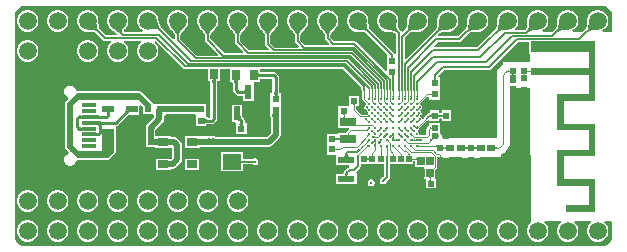
<source format=gtl>
G04*
G04 #@! TF.GenerationSoftware,Altium Limited,Altium Designer,22.8.2 (66)*
G04*
G04 Layer_Physical_Order=1*
G04 Layer_Color=255*
%FSLAX44Y44*%
%MOMM*%
G71*
G04*
G04 #@! TF.SameCoordinates,5B037859-B446-4BB1-8760-713DD72627CB*
G04*
G04*
G04 #@! TF.FilePolarity,Positive*
G04*
G01*
G75*
%ADD11C,0.2540*%
%ADD13C,0.1524*%
%ADD14R,1.3000X0.3000*%
%ADD15R,1.0000X0.6000*%
%ADD16R,1.0000X1.0000*%
%ADD17R,1.5300X1.3600*%
%ADD18R,0.7000X0.9000*%
%ADD19R,0.6000X1.2000*%
%ADD20R,0.1000X0.2000*%
%ADD21R,1.4500X0.6000*%
%ADD22R,0.5000X0.6000*%
%ADD23R,0.6000X0.5000*%
%ADD24R,0.6000X0.6000*%
%ADD25R,0.6000X0.7000*%
%ADD26R,0.6000X0.6000*%
%ADD27C,0.2600*%
%ADD28R,0.9000X0.6500*%
%ADD29R,1.4000X0.7000*%
%ADD30R,0.6500X0.7500*%
%ADD31R,0.7000X0.6000*%
%ADD53C,0.0762*%
%ADD54C,0.1122*%
%ADD55C,0.1100*%
%ADD56C,0.1049*%
%ADD57C,0.5080*%
%ADD58C,0.2183*%
%ADD59C,0.2032*%
%ADD60C,0.1000*%
%ADD61O,1.8000X1.2000*%
%ADD62O,2.1000X1.2000*%
%ADD63C,1.5000*%
%ADD64C,0.4064*%
%ADD65C,0.3000*%
%ADD66C,0.2500*%
G36*
X487100Y190299D02*
Y190281D01*
X489114Y190015D01*
X490990Y189238D01*
X492602Y188002D01*
X493838Y186390D01*
X494615Y184514D01*
X494881Y182500D01*
X494899D01*
Y169351D01*
X494001Y168453D01*
X487003Y168456D01*
X486663Y169726D01*
X488141Y170579D01*
X489821Y172259D01*
X491009Y174317D01*
X491624Y176612D01*
Y178988D01*
X491009Y181283D01*
X489821Y183341D01*
X488141Y185021D01*
X486083Y186209D01*
X483788Y186824D01*
X481412D01*
X479117Y186209D01*
X477059Y185021D01*
X475379Y183341D01*
X474191Y181283D01*
X473576Y178988D01*
Y178030D01*
X473451Y177730D01*
X473447Y176544D01*
X473413Y175499D01*
X473253Y173656D01*
X473137Y172934D01*
X472996Y172310D01*
X472841Y171807D01*
X472683Y171431D01*
X472540Y171185D01*
X472330Y170930D01*
X472285Y170781D01*
X469966Y168463D01*
X461621Y168466D01*
X461281Y169736D01*
X462741Y170579D01*
X464421Y172259D01*
X465609Y174317D01*
X466224Y176612D01*
Y178988D01*
X465609Y181283D01*
X464421Y183341D01*
X462741Y185021D01*
X460683Y186209D01*
X458388Y186824D01*
X456012D01*
X453717Y186209D01*
X451659Y185021D01*
X449979Y183341D01*
X448791Y181283D01*
X448176Y178988D01*
Y178030D01*
X448051Y177730D01*
X448047Y176544D01*
X448013Y175499D01*
X447853Y173656D01*
X447737Y172934D01*
X447596Y172310D01*
X447441Y171807D01*
X447283Y171431D01*
X447140Y171185D01*
X446930Y170930D01*
X446884Y170781D01*
X444577Y168473D01*
X436239Y168476D01*
X435899Y169746D01*
X437341Y170579D01*
X439021Y172259D01*
X440209Y174317D01*
X440824Y176612D01*
Y178988D01*
X440209Y181283D01*
X439021Y183341D01*
X437341Y185021D01*
X435283Y186209D01*
X432988Y186824D01*
X430612D01*
X428317Y186209D01*
X426259Y185021D01*
X424579Y183341D01*
X423391Y181283D01*
X422776Y178988D01*
Y177421D01*
X422675Y177128D01*
X422744Y176003D01*
X422759Y174030D01*
X422710Y173229D01*
X422625Y172519D01*
X422509Y171919D01*
X422371Y171436D01*
X422223Y171072D01*
X422080Y170825D01*
X421858Y170556D01*
X421812Y170407D01*
X421123Y169717D01*
X412875D01*
X412349Y170987D01*
X413621Y172259D01*
X414809Y174317D01*
X415424Y176612D01*
Y178988D01*
X414809Y181283D01*
X413621Y183341D01*
X411941Y185021D01*
X409883Y186209D01*
X407588Y186824D01*
X405212D01*
X402917Y186209D01*
X400859Y185021D01*
X399179Y183341D01*
X397991Y181283D01*
X397376Y178988D01*
Y178030D01*
X397251Y177730D01*
X397247Y176544D01*
X397213Y175499D01*
X397053Y173656D01*
X396937Y172934D01*
X396796Y172310D01*
X396641Y171807D01*
X396483Y171431D01*
X396340Y171185D01*
X396130Y170930D01*
X396085Y170781D01*
X380797Y155493D01*
X344481D01*
X343955Y156763D01*
X347167Y159975D01*
X365506D01*
X366398Y160153D01*
X367154Y160658D01*
X373981Y167484D01*
X374129Y167530D01*
X374385Y167740D01*
X374631Y167883D01*
X375007Y168041D01*
X375510Y168196D01*
X376134Y168337D01*
X376840Y168450D01*
X379773Y168647D01*
X380930Y168651D01*
X381230Y168776D01*
X382188D01*
X384483Y169391D01*
X386541Y170579D01*
X388221Y172259D01*
X389409Y174317D01*
X390024Y176612D01*
Y178988D01*
X389409Y181283D01*
X388221Y183341D01*
X386541Y185021D01*
X384483Y186209D01*
X382188Y186824D01*
X379812D01*
X377517Y186209D01*
X375459Y185021D01*
X373779Y183341D01*
X372591Y181283D01*
X371976Y178988D01*
Y178030D01*
X371851Y177730D01*
X371847Y176544D01*
X371813Y175499D01*
X371653Y173656D01*
X371537Y172934D01*
X371396Y172310D01*
X371241Y171807D01*
X371083Y171431D01*
X370940Y171185D01*
X370730Y170930D01*
X370685Y170781D01*
X364541Y164637D01*
X347783D01*
X347257Y165907D01*
X348722Y167372D01*
X348870Y167417D01*
X349120Y167622D01*
X349365Y167764D01*
X349745Y167926D01*
X350254Y168088D01*
X350887Y168238D01*
X351604Y168363D01*
X354574Y168621D01*
X355748Y168652D01*
X356027Y168776D01*
X356788D01*
X359083Y169391D01*
X361141Y170579D01*
X362821Y172259D01*
X364009Y174317D01*
X364624Y176612D01*
Y178988D01*
X364009Y181283D01*
X362821Y183341D01*
X361141Y185021D01*
X359083Y186209D01*
X356788Y186824D01*
X354412D01*
X352117Y186209D01*
X350059Y185021D01*
X348379Y183341D01*
X347191Y181283D01*
X346576Y178988D01*
Y177822D01*
X346455Y177512D01*
X346478Y176357D01*
X346421Y174335D01*
X346345Y173512D01*
X346239Y172782D01*
X346108Y172167D01*
X345959Y171671D01*
X345804Y171299D01*
X345661Y171052D01*
X345446Y170792D01*
X345401Y170643D01*
X320324Y145566D01*
X319151Y146052D01*
Y163455D01*
X323181Y167484D01*
X323330Y167530D01*
X323585Y167740D01*
X323831Y167883D01*
X324207Y168041D01*
X324710Y168196D01*
X325334Y168337D01*
X326040Y168450D01*
X328973Y168647D01*
X330130Y168651D01*
X330430Y168776D01*
X331388D01*
X333683Y169391D01*
X335741Y170579D01*
X337421Y172259D01*
X338609Y174317D01*
X339224Y176612D01*
Y178988D01*
X338609Y181283D01*
X337421Y183341D01*
X335741Y185021D01*
X333683Y186209D01*
X331388Y186824D01*
X329012D01*
X326717Y186209D01*
X324659Y185021D01*
X322979Y183341D01*
X321791Y181283D01*
X321176Y178988D01*
Y178030D01*
X321051Y177730D01*
X321047Y176544D01*
X321013Y175499D01*
X320853Y173656D01*
X320737Y172934D01*
X320596Y172310D01*
X320441Y171807D01*
X320283Y171431D01*
X320140Y171185D01*
X319930Y170930D01*
X319884Y170781D01*
X317726Y168622D01*
X317468Y168578D01*
X316171Y168863D01*
X315968Y169167D01*
X314758Y170376D01*
X314713Y170525D01*
X314490Y170795D01*
X314347Y171042D01*
X314200Y171405D01*
X314063Y171886D01*
X313950Y172484D01*
X313867Y173192D01*
X313821Y173989D01*
X313846Y175955D01*
X313921Y177077D01*
X313824Y177363D01*
Y178988D01*
X313209Y181283D01*
X312021Y183341D01*
X310341Y185021D01*
X308283Y186209D01*
X305988Y186824D01*
X303612D01*
X301317Y186209D01*
X299259Y185021D01*
X297579Y183341D01*
X296391Y181283D01*
X295776Y178988D01*
Y176612D01*
X296391Y174317D01*
X297579Y172259D01*
X299259Y170579D01*
X301317Y169391D01*
X303612Y168776D01*
X303993D01*
X304197Y168671D01*
X306552Y168472D01*
X308452Y168200D01*
X309206Y168046D01*
X309854Y167876D01*
X310375Y167702D01*
X310761Y167534D01*
X311003Y167393D01*
X311240Y167199D01*
X311387Y167155D01*
X311989Y166553D01*
Y150162D01*
X310812Y149537D01*
X310719Y149551D01*
X310263Y150233D01*
X289715Y170781D01*
X289670Y170930D01*
X289460Y171185D01*
X289317Y171431D01*
X289159Y171807D01*
X289004Y172310D01*
X288863Y172934D01*
X288750Y173640D01*
X288553Y176573D01*
X288549Y177730D01*
X288424Y178030D01*
Y178988D01*
X287809Y181283D01*
X286621Y183341D01*
X284941Y185021D01*
X282883Y186209D01*
X280588Y186824D01*
X278212D01*
X275917Y186209D01*
X273859Y185021D01*
X272179Y183341D01*
X270991Y181283D01*
X270376Y178988D01*
Y176612D01*
X270991Y174317D01*
X272179Y172259D01*
X273859Y170579D01*
X275917Y169391D01*
X278212Y168776D01*
X279170D01*
X279470Y168651D01*
X280656Y168647D01*
X281701Y168613D01*
X283544Y168453D01*
X284266Y168337D01*
X284890Y168196D01*
X285393Y168041D01*
X285769Y167883D01*
X286015Y167740D01*
X286271Y167530D01*
X286419Y167484D01*
X303999Y149905D01*
X304340Y148716D01*
X304340D01*
X304340Y148716D01*
Y139668D01*
X304340D01*
Y138716D01*
X304340D01*
Y135510D01*
X303167Y135024D01*
X278047Y160144D01*
X277291Y160649D01*
X276399Y160827D01*
X259792D01*
X256331Y164287D01*
Y165542D01*
X256404Y165680D01*
X256436Y166009D01*
X256509Y166284D01*
X256663Y166662D01*
X256909Y167127D01*
X257250Y167668D01*
X257670Y168247D01*
X259604Y170461D01*
X260420Y171281D01*
X260543Y171581D01*
X261221Y172259D01*
X262409Y174317D01*
X263024Y176612D01*
Y178988D01*
X262409Y181283D01*
X261221Y183341D01*
X259541Y185021D01*
X257483Y186209D01*
X255188Y186824D01*
X252812D01*
X250517Y186209D01*
X248459Y185021D01*
X246779Y183341D01*
X245591Y181283D01*
X244976Y178988D01*
Y176612D01*
X245591Y174317D01*
X246779Y172259D01*
X247457Y171581D01*
X247580Y171281D01*
X248416Y170440D01*
X249132Y169677D01*
X250321Y168260D01*
X250749Y167668D01*
X251091Y167127D01*
X251337Y166662D01*
X251491Y166284D01*
X251564Y166009D01*
X251596Y165680D01*
X251669Y165542D01*
Y163322D01*
X251847Y162430D01*
X252352Y161674D01*
X255328Y158698D01*
X254842Y157525D01*
X235153D01*
X230931Y161747D01*
Y165542D01*
X231004Y165680D01*
X231036Y166009D01*
X231109Y166284D01*
X231263Y166662D01*
X231509Y167127D01*
X231850Y167668D01*
X232270Y168247D01*
X234205Y170461D01*
X235020Y171281D01*
X235143Y171581D01*
X235821Y172259D01*
X237009Y174317D01*
X237624Y176612D01*
Y178988D01*
X237009Y181283D01*
X235821Y183341D01*
X234141Y185021D01*
X232083Y186209D01*
X229788Y186824D01*
X227412D01*
X225117Y186209D01*
X223059Y185021D01*
X221379Y183341D01*
X220191Y181283D01*
X219576Y178988D01*
Y176612D01*
X220191Y174317D01*
X221379Y172259D01*
X222057Y171581D01*
X222180Y171281D01*
X223016Y170440D01*
X223731Y169677D01*
X224921Y168260D01*
X225350Y167668D01*
X225691Y167127D01*
X225937Y166662D01*
X226091Y166284D01*
X226164Y166009D01*
X226196Y165680D01*
X226269Y165542D01*
Y160782D01*
X226447Y159890D01*
X226952Y159134D01*
X229674Y156412D01*
X229188Y155239D01*
X209753D01*
X205531Y159461D01*
Y165542D01*
X205604Y165680D01*
X205636Y166009D01*
X205709Y166284D01*
X205863Y166662D01*
X206109Y167127D01*
X206451Y167668D01*
X206870Y168247D01*
X208804Y170461D01*
X209620Y171281D01*
X209743Y171581D01*
X210421Y172259D01*
X211609Y174317D01*
X212224Y176612D01*
Y178988D01*
X211609Y181283D01*
X210421Y183341D01*
X208741Y185021D01*
X206683Y186209D01*
X204388Y186824D01*
X202012D01*
X199717Y186209D01*
X197659Y185021D01*
X195979Y183341D01*
X194791Y181283D01*
X194176Y178988D01*
Y176612D01*
X194791Y174317D01*
X195979Y172259D01*
X196657Y171581D01*
X196780Y171281D01*
X197616Y170440D01*
X198332Y169677D01*
X199521Y168260D01*
X199949Y167668D01*
X200291Y167127D01*
X200537Y166662D01*
X200691Y166284D01*
X200764Y166009D01*
X200796Y165680D01*
X200869Y165542D01*
Y158496D01*
X201047Y157604D01*
X201552Y156848D01*
X204274Y154126D01*
X203788Y152953D01*
X187655D01*
X180131Y160477D01*
Y165542D01*
X180204Y165680D01*
X180236Y166009D01*
X180309Y166284D01*
X180463Y166662D01*
X180709Y167127D01*
X181050Y167668D01*
X181470Y168247D01*
X183405Y170461D01*
X184220Y171281D01*
X184343Y171581D01*
X185021Y172259D01*
X186209Y174317D01*
X186824Y176612D01*
Y178988D01*
X186209Y181283D01*
X185021Y183341D01*
X183341Y185021D01*
X181283Y186209D01*
X178988Y186824D01*
X176612D01*
X174317Y186209D01*
X172259Y185021D01*
X170579Y183341D01*
X169391Y181283D01*
X168776Y178988D01*
Y176612D01*
X169391Y174317D01*
X170579Y172259D01*
X171257Y171581D01*
X171380Y171281D01*
X172216Y170440D01*
X172931Y169677D01*
X174121Y168260D01*
X174550Y167668D01*
X174891Y167127D01*
X175137Y166662D01*
X175291Y166284D01*
X175364Y166009D01*
X175396Y165680D01*
X175469Y165542D01*
Y159512D01*
X175647Y158620D01*
X176152Y157864D01*
X182176Y151840D01*
X181690Y150667D01*
X166828D01*
X154731Y162764D01*
Y165542D01*
X154804Y165680D01*
X154836Y166009D01*
X154909Y166284D01*
X155063Y166662D01*
X155309Y167127D01*
X155651Y167668D01*
X156070Y168247D01*
X158005Y170461D01*
X158820Y171281D01*
X158943Y171581D01*
X159621Y172259D01*
X160809Y174317D01*
X161424Y176612D01*
Y178988D01*
X160809Y181283D01*
X159621Y183341D01*
X157941Y185021D01*
X155883Y186209D01*
X153588Y186824D01*
X151212D01*
X148917Y186209D01*
X146859Y185021D01*
X145179Y183341D01*
X143991Y181283D01*
X143376Y178988D01*
Y176612D01*
X143991Y174317D01*
X145179Y172259D01*
X145857Y171581D01*
X145980Y171281D01*
X146816Y170440D01*
X147531Y169677D01*
X148721Y168260D01*
X149150Y167668D01*
X149491Y167127D01*
X149737Y166662D01*
X149891Y166284D01*
X149964Y166009D01*
X149996Y165680D01*
X150069Y165542D01*
Y161798D01*
X150247Y160906D01*
X150752Y160150D01*
X161348Y149554D01*
X160862Y148381D01*
X143459D01*
X129331Y162509D01*
Y165542D01*
X129404Y165680D01*
X129436Y166009D01*
X129509Y166284D01*
X129663Y166662D01*
X129909Y167127D01*
X130251Y167668D01*
X130670Y168247D01*
X132605Y170461D01*
X133420Y171281D01*
X133543Y171581D01*
X134221Y172259D01*
X135409Y174317D01*
X136024Y176612D01*
Y178988D01*
X135409Y181283D01*
X134221Y183341D01*
X132541Y185021D01*
X130483Y186209D01*
X128188Y186824D01*
X125812D01*
X123517Y186209D01*
X121459Y185021D01*
X119779Y183341D01*
X118591Y181283D01*
X117976Y178988D01*
Y176612D01*
X118591Y174317D01*
X119779Y172259D01*
X120457Y171581D01*
X120580Y171281D01*
X121416Y170440D01*
X122132Y169677D01*
X123321Y168260D01*
X123750Y167668D01*
X124091Y167127D01*
X124337Y166662D01*
X124491Y166284D01*
X124564Y166009D01*
X124596Y165680D01*
X124669Y165542D01*
Y162617D01*
X123399Y162091D01*
X112990Y172500D01*
X112952Y172635D01*
X112833Y172788D01*
X112762Y172912D01*
X110802Y178806D01*
X110448Y180129D01*
X110445Y180133D01*
X110446Y180138D01*
X110247Y180394D01*
X110009Y181283D01*
X108821Y183341D01*
X107141Y185021D01*
X105083Y186209D01*
X102788Y186824D01*
X100412D01*
X98117Y186209D01*
X96059Y185021D01*
X94379Y183341D01*
X93191Y181283D01*
X92576Y178988D01*
Y176612D01*
X93191Y174317D01*
X94379Y172259D01*
X96059Y170579D01*
X97552Y169717D01*
X97212Y168447D01*
X82483D01*
X82056Y168871D01*
X81610Y169611D01*
X81628Y169678D01*
X81794Y170059D01*
X82062Y170513D01*
X82439Y171030D01*
X82964Y171640D01*
X82974Y171671D01*
X83003Y171687D01*
X83066Y171904D01*
X83421Y172259D01*
X84609Y174317D01*
X85224Y176612D01*
Y178988D01*
X84609Y181283D01*
X83421Y183341D01*
X81741Y185021D01*
X79683Y186209D01*
X77388Y186824D01*
X75012D01*
X72717Y186209D01*
X70659Y185021D01*
X68979Y183341D01*
X67791Y181283D01*
X67176Y178988D01*
Y176612D01*
X67791Y174317D01*
X68979Y172259D01*
X70659Y170579D01*
X70851Y170469D01*
X70930Y170325D01*
X70991Y170308D01*
X71025Y170255D01*
X72379Y169325D01*
X75935Y166865D01*
X75556Y165653D01*
X66243D01*
X61115Y170781D01*
X61070Y170930D01*
X60860Y171185D01*
X60717Y171431D01*
X60559Y171807D01*
X60404Y172310D01*
X60263Y172934D01*
X60150Y173640D01*
X59953Y176573D01*
X59949Y177730D01*
X59824Y178030D01*
Y178988D01*
X59209Y181283D01*
X58021Y183341D01*
X56341Y185021D01*
X54283Y186209D01*
X51988Y186824D01*
X49612D01*
X47317Y186209D01*
X45259Y185021D01*
X43579Y183341D01*
X42391Y181283D01*
X41776Y178988D01*
Y176612D01*
X42391Y174317D01*
X43579Y172259D01*
X45259Y170579D01*
X47317Y169391D01*
X49612Y168776D01*
X50570D01*
X50870Y168651D01*
X52056Y168647D01*
X53101Y168613D01*
X54944Y168453D01*
X55666Y168337D01*
X56290Y168196D01*
X56793Y168041D01*
X57169Y167883D01*
X57415Y167740D01*
X57670Y167530D01*
X57819Y167484D01*
X63630Y161674D01*
X64386Y161169D01*
X65278Y160991D01*
X70492D01*
X70833Y159721D01*
X70659Y159621D01*
X68979Y157941D01*
X67791Y155883D01*
X67176Y153588D01*
Y151212D01*
X67791Y148917D01*
X68979Y146859D01*
X70659Y145179D01*
X72717Y143991D01*
X75012Y143376D01*
X77388D01*
X79683Y143991D01*
X81741Y145179D01*
X83421Y146859D01*
X84609Y148917D01*
X85224Y151212D01*
Y153588D01*
X84609Y155883D01*
X83421Y157941D01*
X81741Y159621D01*
X81567Y159721D01*
X81908Y160991D01*
X95892D01*
X96233Y159721D01*
X96059Y159621D01*
X94379Y157941D01*
X93191Y155883D01*
X92576Y153588D01*
Y151212D01*
X93191Y148917D01*
X94379Y146859D01*
X96059Y145179D01*
X98117Y143991D01*
X100412Y143376D01*
X102788D01*
X105083Y143991D01*
X107141Y145179D01*
X108821Y146859D01*
X110009Y148917D01*
X110624Y151212D01*
Y153588D01*
X110009Y155883D01*
X108821Y157941D01*
X107801Y158961D01*
X108181Y160377D01*
X108479Y160457D01*
X131393Y137544D01*
X132149Y137039D01*
X133041Y136861D01*
X152590D01*
Y126564D01*
X154609D01*
X154615Y126543D01*
X154655Y126298D01*
X154684Y125974D01*
X154695Y125536D01*
X154765Y125378D01*
Y95973D01*
X152541D01*
X152511Y95978D01*
X152364Y96043D01*
X152078Y96051D01*
X151336Y96175D01*
Y97330D01*
X151336Y97648D01*
Y98600D01*
X151336Y98918D01*
Y107648D01*
X144072D01*
X143842Y107743D01*
X143662Y107668D01*
X143541Y107688D01*
X143469Y107700D01*
X142288Y107648D01*
X141361D01*
X140181Y107700D01*
X140108Y107688D01*
X139988Y107668D01*
X139807Y107743D01*
X139577Y107648D01*
X135097D01*
X134868Y107743D01*
X134687Y107668D01*
X134567Y107688D01*
X134494Y107700D01*
X133313Y107648D01*
X132387D01*
X131206Y107700D01*
X131133Y107688D01*
X131013Y107668D01*
X130832Y107743D01*
X130603Y107648D01*
X126123D01*
X125893Y107743D01*
X125712Y107668D01*
X125519Y107700D01*
X125446Y107648D01*
X123304D01*
X123231Y107700D01*
X123038Y107668D01*
X122858Y107743D01*
X122628Y107648D01*
X117148D01*
X116918Y107743D01*
X116731Y107666D01*
X116531Y107697D01*
X116464Y107648D01*
X115358D01*
X115291Y107697D01*
X115091Y107666D01*
X114903Y107743D01*
X114674Y107648D01*
X107728D01*
X107410Y107648D01*
X106458D01*
X106107Y107648D01*
X105814Y108354D01*
X96416Y117752D01*
X95250Y118236D01*
X41656D01*
X40844Y119274D01*
X40171Y120900D01*
X38758Y122313D01*
X36911Y123078D01*
X34913D01*
X33066Y122313D01*
X31653Y120900D01*
X30888Y119053D01*
Y117055D01*
X31653Y115208D01*
X33066Y113795D01*
X34247Y113306D01*
X34594Y111857D01*
X32108Y109370D01*
X31624Y108204D01*
Y70612D01*
X32108Y69446D01*
X35102Y66451D01*
X34606Y65151D01*
X33066Y64513D01*
X31653Y63100D01*
X30888Y61253D01*
Y59254D01*
X31653Y57408D01*
X33066Y55995D01*
X34913Y55230D01*
X36911D01*
X38758Y55995D01*
X40171Y57408D01*
X40919Y59214D01*
X40942Y59259D01*
X42164Y60072D01*
X45328D01*
X45419Y60035D01*
X45510Y60072D01*
X58267D01*
X58358Y60035D01*
X58449Y60072D01*
X58646D01*
X58677Y60066D01*
X58687Y60072D01*
X67818D01*
X68984Y60556D01*
X74318Y65890D01*
X74802Y67056D01*
Y86614D01*
X74756Y86724D01*
Y88496D01*
X75753Y89154D01*
X75934Y89190D01*
X76799Y89768D01*
X84220Y97189D01*
X84385Y97250D01*
X85205Y98012D01*
X85500Y98248D01*
X85750Y98421D01*
X85796Y98448D01*
X86120D01*
X86350Y98353D01*
X86475Y98405D01*
X86607Y98373D01*
X86729Y98448D01*
X94756D01*
Y105722D01*
X95929Y106208D01*
X97410Y104727D01*
Y98600D01*
X106035D01*
X107300Y97679D01*
X107292Y96388D01*
X101210Y90306D01*
X100312Y88962D01*
X99996Y87376D01*
Y75402D01*
X100116Y74801D01*
Y70914D01*
X106380D01*
X106609Y70819D01*
X106720Y70865D01*
X106836Y70835D01*
X106972Y70914D01*
X108164D01*
X108976Y70512D01*
Y70512D01*
X110301D01*
X110531Y70417D01*
X110760Y70512D01*
X111069D01*
X111081Y70511D01*
X111081Y70512D01*
X118936D01*
X118948Y70501D01*
X119097Y70512D01*
X119240D01*
X119469Y70417D01*
X119699Y70512D01*
X121024D01*
Y70512D01*
X122211Y70311D01*
X122602Y69940D01*
Y62168D01*
X122060Y61626D01*
X121024Y61060D01*
X119912Y61095D01*
X119683Y61067D01*
X119469Y61155D01*
X119240Y61060D01*
X108976D01*
Y51512D01*
X119073D01*
X119183Y51442D01*
X119330Y51475D01*
X119469Y51417D01*
X119699Y51512D01*
X121024D01*
Y52313D01*
X121045Y52318D01*
X121361Y52369D01*
X122352Y52443D01*
X122962Y52453D01*
X123180Y52547D01*
X124522Y52814D01*
X125866Y53712D01*
X129676Y57522D01*
X130574Y58866D01*
X130890Y60452D01*
Y72310D01*
X130574Y73896D01*
X129676Y75240D01*
X126700Y78216D01*
X125356Y79114D01*
X124017Y79380D01*
X123799Y79475D01*
X122292Y79502D01*
X121179Y79577D01*
X121024Y79597D01*
Y80060D01*
X119699D01*
X119469Y80155D01*
X119240Y80060D01*
X119096D01*
X118948Y80071D01*
X118936Y80060D01*
X110760D01*
X110531Y80155D01*
X110301Y80060D01*
X108976D01*
X108284Y81043D01*
Y85660D01*
X114404Y91780D01*
X115302Y93124D01*
X115618Y94710D01*
Y94938D01*
X115663Y95042D01*
X115698Y96826D01*
X115752Y97547D01*
X116182Y98102D01*
X116900Y98499D01*
X116918Y98505D01*
X117148Y98600D01*
X122628D01*
X122858Y98505D01*
X123038Y98580D01*
X123231Y98548D01*
X123304Y98600D01*
X125446D01*
X125519Y98548D01*
X125712Y98580D01*
X125893Y98505D01*
X126123Y98600D01*
X130603D01*
X130832Y98505D01*
X131013Y98580D01*
X131133Y98560D01*
X131206Y98548D01*
X132387Y98600D01*
X133313D01*
X134494Y98548D01*
X134567Y98560D01*
X134687Y98580D01*
X134868Y98505D01*
X135097Y98600D01*
X139577D01*
X139807Y98505D01*
X139988Y98580D01*
X140108Y98560D01*
X140181Y98548D01*
X141361Y98600D01*
X142031D01*
X142288Y97540D01*
X142288Y97330D01*
Y88600D01*
X151336D01*
Y90119D01*
X151357Y90125D01*
X151602Y90165D01*
X151926Y90194D01*
X152364Y90205D01*
X152522Y90275D01*
X156126D01*
X156126Y90275D01*
X157216Y90492D01*
X158140Y91110D01*
X159628Y92598D01*
X159628Y92598D01*
X160246Y93522D01*
X160463Y94612D01*
Y125378D01*
X160533Y125536D01*
X160544Y125974D01*
X160573Y126298D01*
X160613Y126543D01*
X160619Y126564D01*
X162638D01*
Y136861D01*
X171372D01*
Y126056D01*
X173391D01*
X173397Y126035D01*
X173437Y125790D01*
X173466Y125465D01*
X173477Y125028D01*
X173547Y124870D01*
Y119514D01*
X173547Y119514D01*
X173764Y118424D01*
X174382Y117500D01*
X176438Y115444D01*
X176438Y115444D01*
X177362Y114826D01*
X178452Y114609D01*
X178452Y114609D01*
X181234D01*
X181392Y114539D01*
X181829Y114528D01*
X182154Y114499D01*
X182398Y114459D01*
X182420Y114453D01*
Y109934D01*
X191468D01*
Y124982D01*
X191941Y126056D01*
X196420D01*
Y128817D01*
X196461Y128828D01*
X196699Y128868D01*
X197017Y128896D01*
X197449Y128907D01*
X197607Y128977D01*
X207209D01*
Y117644D01*
X207139Y117486D01*
X207128Y117049D01*
X207099Y116724D01*
X207059Y116479D01*
X207053Y116458D01*
X205534D01*
Y107728D01*
X205534Y107410D01*
Y106458D01*
X205534Y106140D01*
Y99194D01*
X205439Y98965D01*
X205514Y98784D01*
X205494Y98663D01*
X205482Y98591D01*
X205534Y97410D01*
X205584D01*
D01*
X205585D01*
X205768Y96189D01*
X205864Y94789D01*
X205868Y93877D01*
X205914Y93768D01*
Y82996D01*
X202500Y79582D01*
X159391D01*
X158939Y80034D01*
X157828Y80494D01*
X156624D01*
X155575Y80059D01*
X154525Y80494D01*
X153322D01*
X152211Y80034D01*
X152188Y80010D01*
X152076Y80057D01*
X151846Y79962D01*
X147366D01*
X147136Y80057D01*
X146907Y79962D01*
X146884D01*
X146651Y79984D01*
X145582Y79962D01*
X145024Y80060D01*
X145024Y80060D01*
X143699D01*
X143469Y80155D01*
X143240Y80060D01*
X132976D01*
Y70512D01*
X142919D01*
X142919Y70511D01*
X142931Y70512D01*
X143240D01*
X143469Y70417D01*
X143699Y70512D01*
X145024D01*
Y70512D01*
X145582Y70914D01*
X146774D01*
X146910Y70835D01*
X147026Y70865D01*
X147136Y70819D01*
X147366Y70914D01*
X151846D01*
X152076Y70819D01*
X152256Y70894D01*
X152449Y70862D01*
X152522Y70914D01*
X153265D01*
X153322Y70890D01*
X154525D01*
X155207Y71172D01*
X155838Y71216D01*
X156624Y70890D01*
X157828D01*
X158804Y71294D01*
X204216D01*
X205802Y71610D01*
X207146Y72508D01*
X212988Y78350D01*
X213886Y79694D01*
X214202Y81280D01*
Y93761D01*
X214247Y93869D01*
X214264Y95668D01*
X214289Y96218D01*
X214531Y97410D01*
X214532D01*
X214531D01*
X214582D01*
X214634Y98591D01*
X214622Y98663D01*
X214602Y98784D01*
X214677Y98965D01*
X214582Y99194D01*
Y106140D01*
X214582Y106458D01*
Y107410D01*
X214582Y107728D01*
Y116458D01*
X213063D01*
X213057Y116479D01*
X213017Y116724D01*
X212988Y117049D01*
X212977Y117486D01*
X212907Y117644D01*
Y130338D01*
X212690Y131428D01*
X212072Y132353D01*
X212072Y132353D01*
X210585Y133840D01*
X209660Y134458D01*
X208570Y134675D01*
X208570Y134675D01*
X197607D01*
X197449Y134745D01*
X197017Y134756D01*
X196699Y134784D01*
X196461Y134824D01*
X196420Y134835D01*
Y136861D01*
X267005D01*
X282149Y121717D01*
Y120619D01*
X282327Y119727D01*
X282832Y118971D01*
X283243Y118697D01*
Y111899D01*
X283605Y111024D01*
X286699Y107930D01*
X286673Y107507D01*
X286316Y106560D01*
X286246Y106505D01*
X285880Y106354D01*
X285314Y105788D01*
X285008Y105048D01*
Y104248D01*
X285314Y103508D01*
X285880Y102942D01*
X286110Y102847D01*
X287211Y102265D01*
X287258Y102153D01*
Y101649D01*
X287572Y100891D01*
X288047Y100415D01*
X288097Y99064D01*
X287276Y98296D01*
X283134D01*
X283043Y98433D01*
X278216Y103259D01*
Y105904D01*
X280798D01*
Y113952D01*
X271750D01*
Y106702D01*
X271750Y105904D01*
X270618Y105570D01*
X263034D01*
Y97522D01*
X262782Y97456D01*
Y87408D01*
X271726D01*
X271875Y87208D01*
X272198Y86138D01*
X269932Y83872D01*
X269512Y83242D01*
X269364Y82499D01*
Y82456D01*
X262782D01*
Y82443D01*
X261582Y82274D01*
Y82274D01*
X253534D01*
Y73612D01*
X253532D01*
Y64564D01*
X259970D01*
X261230Y64540D01*
X261230Y63439D01*
Y55492D01*
X272020D01*
X272146Y54222D01*
X271807Y54155D01*
X270967Y53593D01*
X268173Y50799D01*
X267611Y49959D01*
X267491Y49352D01*
X267339Y49012D01*
X267330Y48681D01*
X267318Y48540D01*
X261230D01*
Y39492D01*
X278778D01*
Y48540D01*
X278644D01*
X278258Y49810D01*
X278439Y49931D01*
X281233Y52725D01*
X281795Y53565D01*
X281992Y54556D01*
Y56302D01*
X295872D01*
Y56492D01*
X301989D01*
Y46403D01*
X301314Y45728D01*
X301134Y45661D01*
X300945Y45485D01*
X300911Y45458D01*
X300882Y45437D01*
X300861Y45427D01*
X300854Y45421D01*
X300828Y45407D01*
X300813Y45388D01*
X300644D01*
X299533Y44928D01*
X298682Y44077D01*
X298222Y42965D01*
Y41762D01*
X298682Y40651D01*
X299533Y39800D01*
X300644Y39340D01*
X301847D01*
X302959Y39800D01*
X303810Y40651D01*
X304270Y41762D01*
Y41931D01*
X304289Y41946D01*
X304303Y41972D01*
X304309Y41979D01*
X304319Y42000D01*
X304328Y42014D01*
X304444Y42149D01*
X304522Y42230D01*
X304596Y42417D01*
X305968Y43790D01*
X306473Y44546D01*
X306650Y45438D01*
Y56492D01*
X318590D01*
Y56492D01*
X326638D01*
Y59074D01*
X328028D01*
Y54278D01*
X335528D01*
Y43778D01*
X337028D01*
Y36054D01*
X346076D01*
Y44102D01*
X345076D01*
Y51314D01*
X345151Y51437D01*
X345134Y51508D01*
X345247Y51626D01*
X345328Y51831D01*
X346068Y52572D01*
X346068Y52572D01*
X346489Y53202D01*
X346637Y53945D01*
Y62040D01*
X356864D01*
Y62374D01*
X367612D01*
Y62040D01*
X382772D01*
Y62455D01*
X401132D01*
Y65397D01*
X403012Y66176D01*
X404829Y67570D01*
X405127Y67769D01*
X405206Y67887D01*
X406996Y70220D01*
X408175Y73066D01*
X408559Y75981D01*
X408587Y76121D01*
Y119944D01*
X413555D01*
Y121814D01*
X413581Y121573D01*
X413658Y121357D01*
X413786Y121166D01*
X413966Y121001D01*
X414198Y120862D01*
X414480Y120747D01*
X414815Y120658D01*
X415200Y120595D01*
X415637Y120557D01*
X415819Y120552D01*
X416001Y120557D01*
X416438Y120595D01*
X416823Y120658D01*
X417158Y120747D01*
X417440Y120862D01*
X417672Y121001D01*
X417852Y121166D01*
X417980Y121357D01*
X418057Y121573D01*
X418083Y121814D01*
Y119944D01*
X418696D01*
Y120944D01*
X425722D01*
X425867Y8450D01*
X425867Y8450D01*
X425867D01*
X426212Y7323D01*
X426219Y7181D01*
X424579Y5541D01*
X423391Y3483D01*
X422776Y1188D01*
Y-1188D01*
X423391Y-3483D01*
X424579Y-5541D01*
X426259Y-7221D01*
X428317Y-8409D01*
X430612Y-9024D01*
X432988D01*
X435283Y-8409D01*
X437341Y-7221D01*
X439021Y-5541D01*
X440209Y-3483D01*
X440824Y-1188D01*
Y1188D01*
X440209Y3483D01*
X439021Y5541D01*
X437373Y7189D01*
X437378Y7337D01*
X437736Y8459D01*
X451282Y8470D01*
X451636Y7299D01*
X451638Y7200D01*
X449979Y5541D01*
X448791Y3483D01*
X448176Y1188D01*
Y-1188D01*
X448791Y-3483D01*
X449979Y-5541D01*
X451659Y-7221D01*
X453717Y-8409D01*
X456012Y-9024D01*
X458388D01*
X460683Y-8409D01*
X462741Y-7221D01*
X464421Y-5541D01*
X465609Y-3483D01*
X466224Y-1188D01*
Y1188D01*
X465609Y3483D01*
X464421Y5541D01*
X462754Y7208D01*
X462755Y7268D01*
X463103Y8479D01*
X476715Y8489D01*
X477057Y7228D01*
Y7219D01*
X475379Y5541D01*
X474191Y3483D01*
X473576Y1188D01*
Y-1188D01*
X474191Y-3483D01*
X475379Y-5541D01*
X477059Y-7221D01*
X479117Y-8409D01*
X481412Y-9024D01*
X483788D01*
X486083Y-8409D01*
X488141Y-7221D01*
X489821Y-5541D01*
X491009Y-3483D01*
X491624Y-1188D01*
Y1188D01*
X491009Y3483D01*
X489821Y5541D01*
X488141Y7221D01*
X488130Y7227D01*
X488470Y8498D01*
X494000Y8502D01*
X494899Y7604D01*
Y-5000D01*
X494881D01*
X494615Y-7014D01*
X493838Y-8890D01*
X492602Y-10502D01*
X490990Y-11738D01*
X489114Y-12515D01*
X487100Y-12781D01*
Y-12799D01*
X-2900Y-12799D01*
Y-12781D01*
X-4914Y-12515D01*
X-6790Y-11738D01*
X-8402Y-10502D01*
X-9638Y-8890D01*
X-10415Y-7014D01*
X-10681Y-5000D01*
X-10699D01*
Y182500D01*
X-10681D01*
X-10415Y184514D01*
X-9638Y186390D01*
X-8402Y188002D01*
X-6790Y189238D01*
X-4914Y190015D01*
X-2900Y190281D01*
X-2900Y190280D01*
Y190280D01*
X-1630Y190299D01*
X487100Y190299D01*
D02*
G37*
G36*
X109221Y178332D02*
X111249Y172235D01*
X111461Y171863D01*
X111655Y171616D01*
X110874Y170243D01*
X110466Y170582D01*
X109988Y170853D01*
X109440Y171056D01*
X108823Y171192D01*
X108135Y171260D01*
X107378Y171261D01*
X106550Y171193D01*
X105653Y171058D01*
X104685Y170856D01*
X103648Y170585D01*
X108855Y179703D01*
X109221Y178332D01*
D02*
G37*
G36*
X482525Y170300D02*
X481315Y170297D01*
X478254Y170091D01*
X477422Y169958D01*
X476685Y169792D01*
X476042Y169593D01*
X475494Y169362D01*
X475040Y169099D01*
X474681Y168803D01*
X473603Y169881D01*
X473899Y170240D01*
X474162Y170694D01*
X474393Y171242D01*
X474592Y171885D01*
X474757Y172622D01*
X474891Y173454D01*
X475061Y175400D01*
X475097Y176515D01*
X475100Y177725D01*
X482525Y170300D01*
D02*
G37*
G36*
X457125D02*
X455915Y170297D01*
X452854Y170091D01*
X452022Y169958D01*
X451285Y169792D01*
X450642Y169593D01*
X450094Y169362D01*
X449640Y169099D01*
X449281Y168803D01*
X448203Y169881D01*
X448499Y170240D01*
X448762Y170694D01*
X448993Y171242D01*
X449192Y171885D01*
X449357Y172622D01*
X449491Y173454D01*
X449661Y175400D01*
X449697Y176515D01*
X449700Y177725D01*
X457125Y170300D01*
D02*
G37*
G36*
X406325D02*
X405115Y170297D01*
X402054Y170091D01*
X401222Y169958D01*
X400485Y169792D01*
X399842Y169593D01*
X399294Y169362D01*
X398840Y169099D01*
X398481Y168803D01*
X397403Y169881D01*
X397699Y170240D01*
X397962Y170694D01*
X398193Y171242D01*
X398392Y171885D01*
X398558Y172622D01*
X398691Y173454D01*
X398861Y175400D01*
X398897Y176515D01*
X398900Y177725D01*
X406325Y170300D01*
D02*
G37*
G36*
X380925D02*
X379715Y170297D01*
X376654Y170091D01*
X375822Y169958D01*
X375085Y169792D01*
X374442Y169593D01*
X373894Y169362D01*
X373440Y169099D01*
X373081Y168803D01*
X372003Y169881D01*
X372299Y170240D01*
X372562Y170694D01*
X372793Y171242D01*
X372992Y171885D01*
X373158Y172622D01*
X373291Y173454D01*
X373461Y175400D01*
X373497Y176515D01*
X373500Y177725D01*
X380925Y170300D01*
D02*
G37*
G36*
X330125D02*
X328915Y170297D01*
X325854Y170091D01*
X325022Y169958D01*
X324285Y169792D01*
X323642Y169593D01*
X323094Y169362D01*
X322640Y169099D01*
X322281Y168803D01*
X321203Y169881D01*
X321499Y170240D01*
X321762Y170694D01*
X321993Y171242D01*
X322192Y171885D01*
X322357Y172622D01*
X322491Y173454D01*
X322661Y175400D01*
X322697Y176515D01*
X322700Y177725D01*
X330125Y170300D01*
D02*
G37*
G36*
X286903Y176515D02*
X287109Y173454D01*
X287243Y172622D01*
X287408Y171885D01*
X287607Y171242D01*
X287838Y170694D01*
X288101Y170240D01*
X288397Y169881D01*
X287319Y168803D01*
X286960Y169099D01*
X286506Y169362D01*
X285958Y169593D01*
X285315Y169792D01*
X284578Y169958D01*
X283746Y170091D01*
X281800Y170261D01*
X280685Y170297D01*
X279475Y170300D01*
X286900Y177725D01*
X286903Y176515D01*
D02*
G37*
G36*
X58303D02*
X58509Y173454D01*
X58643Y172622D01*
X58808Y171885D01*
X59007Y171242D01*
X59238Y170694D01*
X59501Y170240D01*
X59797Y169881D01*
X58719Y168803D01*
X58360Y169099D01*
X57906Y169362D01*
X57358Y169593D01*
X56715Y169792D01*
X55978Y169958D01*
X55146Y170091D01*
X53200Y170261D01*
X52085Y170297D01*
X50875Y170300D01*
X58300Y177725D01*
X58303Y176515D01*
D02*
G37*
G36*
X355705Y170301D02*
X354481Y170269D01*
X351390Y170000D01*
X350554Y169854D01*
X349814Y169679D01*
X349171Y169475D01*
X348625Y169242D01*
X348175Y168981D01*
X347822Y168691D01*
X346719Y169743D01*
X347020Y170108D01*
X347285Y170565D01*
X347514Y171115D01*
X347707Y171757D01*
X347863Y172491D01*
X347984Y173318D01*
X348068Y174236D01*
X348128Y176350D01*
X348104Y177545D01*
X355705Y170301D01*
D02*
G37*
G36*
X432221Y170312D02*
X430973Y170228D01*
X427833Y169846D01*
X426988Y169676D01*
X426245Y169484D01*
X425602Y169271D01*
X425060Y169035D01*
X424619Y168779D01*
X424280Y168500D01*
X423130Y169506D01*
X423440Y169881D01*
X423708Y170344D01*
X423932Y170896D01*
X424115Y171536D01*
X424256Y172264D01*
X424354Y173081D01*
X424409Y173985D01*
X424393Y176059D01*
X424322Y177229D01*
X432221Y170312D01*
D02*
G37*
G36*
X312197Y176021D02*
X312171Y173952D01*
X312223Y173049D01*
X312318Y172234D01*
X312456Y171507D01*
X312638Y170867D01*
X312862Y170315D01*
X313130Y169851D01*
X313441Y169475D01*
X312285Y168475D01*
X311947Y168752D01*
X311508Y169008D01*
X310967Y169244D01*
X310324Y169459D01*
X309580Y169653D01*
X308734Y169826D01*
X306738Y170112D01*
X304336Y170314D01*
X312275Y177186D01*
X312197Y176021D01*
D02*
G37*
G36*
X81145Y172056D02*
X80682Y171421D01*
X80322Y170811D01*
X80067Y170225D01*
X79916Y169665D01*
X79870Y169130D01*
X79927Y168620D01*
X80089Y168135D01*
X80356Y167675D01*
X80726Y167239D01*
X79222Y166589D01*
X79123Y166665D01*
X73313Y170686D01*
X71958Y171615D01*
X81714Y172716D01*
X81145Y172056D01*
D02*
G37*
G36*
X258397Y171586D02*
X256378Y169275D01*
X255884Y168593D01*
X255480Y167955D01*
X255166Y167360D01*
X254942Y166809D01*
X254807Y166302D01*
X254762Y165839D01*
X253238D01*
X253193Y166302D01*
X253058Y166809D01*
X252834Y167360D01*
X252520Y167955D01*
X252116Y168593D01*
X251622Y169275D01*
X250366Y170772D01*
X249603Y171586D01*
X248750Y172444D01*
X259250D01*
X258397Y171586D01*
D02*
G37*
G36*
X232997D02*
X230978Y169275D01*
X230484Y168593D01*
X230080Y167955D01*
X229766Y167360D01*
X229541Y166809D01*
X229407Y166302D01*
X229362Y165839D01*
X227838D01*
X227793Y166302D01*
X227659Y166809D01*
X227434Y167360D01*
X227120Y167955D01*
X226716Y168593D01*
X226222Y169275D01*
X224966Y170772D01*
X224203Y171586D01*
X223350Y172444D01*
X233850D01*
X232997Y171586D01*
D02*
G37*
G36*
X207597D02*
X205578Y169275D01*
X205084Y168593D01*
X204680Y167955D01*
X204366Y167360D01*
X204142Y166809D01*
X204007Y166302D01*
X203962Y165839D01*
X202438D01*
X202393Y166302D01*
X202258Y166809D01*
X202034Y167360D01*
X201720Y167955D01*
X201316Y168593D01*
X200822Y169275D01*
X199566Y170772D01*
X198803Y171586D01*
X197950Y172444D01*
X208450D01*
X207597Y171586D01*
D02*
G37*
G36*
X182197D02*
X180178Y169275D01*
X179684Y168593D01*
X179280Y167955D01*
X178966Y167360D01*
X178741Y166809D01*
X178607Y166302D01*
X178562Y165839D01*
X177038D01*
X176993Y166302D01*
X176859Y166809D01*
X176634Y167360D01*
X176320Y167955D01*
X175916Y168593D01*
X175422Y169275D01*
X174166Y170772D01*
X173403Y171586D01*
X172550Y172444D01*
X183050D01*
X182197Y171586D01*
D02*
G37*
G36*
X156797D02*
X154778Y169275D01*
X154284Y168593D01*
X153880Y167955D01*
X153566Y167360D01*
X153342Y166809D01*
X153207Y166302D01*
X153162Y165839D01*
X151638D01*
X151593Y166302D01*
X151459Y166809D01*
X151234Y167360D01*
X150920Y167955D01*
X150516Y168593D01*
X150022Y169275D01*
X148766Y170772D01*
X148003Y171586D01*
X147150Y172444D01*
X157650D01*
X156797Y171586D01*
D02*
G37*
G36*
X131397D02*
X129378Y169275D01*
X128884Y168593D01*
X128480Y167955D01*
X128166Y167360D01*
X127942Y166809D01*
X127807Y166302D01*
X127762Y165839D01*
X126238D01*
X126193Y166302D01*
X126059Y166809D01*
X125834Y167360D01*
X125520Y167955D01*
X125116Y168593D01*
X124622Y169275D01*
X123366Y170772D01*
X122603Y171586D01*
X121750Y172444D01*
X132250D01*
X131397Y171586D01*
D02*
G37*
G36*
X309384Y148309D02*
X309407Y148062D01*
X309445Y147844D01*
X309499Y147654D01*
X309567Y147495D01*
X309651Y147364D01*
X309750Y147262D01*
X309865Y147189D01*
X309994Y147146D01*
X310139Y147131D01*
X307091D01*
X307236Y147146D01*
X307365Y147189D01*
X307479Y147262D01*
X307579Y147364D01*
X307662Y147495D01*
X307731Y147654D01*
X307784Y147844D01*
X307822Y148062D01*
X307845Y148309D01*
X307853Y148585D01*
X309377D01*
X309384Y148309D01*
D02*
G37*
G36*
X407757Y134608D02*
X407746Y134712D01*
X407712Y134806D01*
X407655Y134888D01*
X407576Y134960D01*
X407474Y135020D01*
X407350Y135070D01*
X407203Y135108D01*
X407033Y135136D01*
X406841Y135152D01*
X406626Y135158D01*
Y136258D01*
X406841Y136264D01*
X407033Y136280D01*
X407203Y136308D01*
X407350Y136346D01*
X407474Y136396D01*
X407576Y136456D01*
X407655Y136528D01*
X407712Y136610D01*
X407746Y136704D01*
X407757Y136808D01*
Y134608D01*
D02*
G37*
G36*
X423677Y136016D02*
X423710Y135920D01*
X423767Y135836D01*
X423845Y135763D01*
X423946Y135702D01*
X424070Y135651D01*
X424216Y135612D01*
X424384Y135584D01*
X424575Y135567D01*
X424788Y135561D01*
Y134439D01*
X424575Y134433D01*
X424384Y134416D01*
X424216Y134388D01*
X424070Y134349D01*
X423946Y134298D01*
X423845Y134237D01*
X423767Y134164D01*
X423710Y134080D01*
X423677Y133984D01*
X423666Y133878D01*
Y136122D01*
X423677Y136016D01*
D02*
G37*
G36*
X411692Y133258D02*
X411598Y133224D01*
X411516Y133167D01*
X411444Y133088D01*
X411384Y132986D01*
X411334Y132862D01*
X411296Y132715D01*
X411281Y132623D01*
X411296Y132533D01*
X411334Y132390D01*
X411384Y132269D01*
X411444Y132170D01*
X411516Y132093D01*
X411598Y132038D01*
X411692Y132005D01*
X411796Y131994D01*
X409596D01*
X409700Y132005D01*
X409794Y132038D01*
X409876Y132093D01*
X409948Y132170D01*
X410008Y132269D01*
X410058Y132390D01*
X410096Y132533D01*
X410111Y132623D01*
X410096Y132715D01*
X410058Y132862D01*
X410008Y132986D01*
X409948Y133088D01*
X409876Y133167D01*
X409794Y133224D01*
X409700Y133258D01*
X409596Y133269D01*
X411796D01*
X411692Y133258D01*
D02*
G37*
G36*
X421712Y133258D02*
X421616Y133223D01*
X421532Y133165D01*
X421459Y133085D01*
X421398Y132981D01*
X421347Y132854D01*
X421308Y132704D01*
X421293Y132616D01*
X421308Y132528D01*
X421347Y132378D01*
X421398Y132251D01*
X421459Y132148D01*
X421532Y132067D01*
X421616Y132009D01*
X421712Y131975D01*
X421818Y131963D01*
X419574D01*
X419680Y131975D01*
X419776Y132009D01*
X419860Y132067D01*
X419933Y132148D01*
X419995Y132251D01*
X420045Y132378D01*
X420084Y132528D01*
X420099Y132616D01*
X420084Y132704D01*
X420045Y132854D01*
X419995Y132981D01*
X419933Y133085D01*
X419860Y133165D01*
X419776Y133223D01*
X419680Y133258D01*
X419574Y133269D01*
X421818D01*
X421712Y133258D01*
D02*
G37*
G36*
X310699Y131207D02*
X310569Y131161D01*
X310455Y131085D01*
X310356Y130979D01*
X310272Y130842D01*
X310203Y130674D01*
X310150Y130476D01*
X310112Y130247D01*
X310089Y129988D01*
X310082Y129698D01*
X308558D01*
X308550Y129988D01*
X308527Y130247D01*
X308489Y130476D01*
X308436Y130674D01*
X308367Y130842D01*
X308283Y130979D01*
X308184Y131085D01*
X308070Y131161D01*
X307940Y131207D01*
X307796Y131222D01*
X310844D01*
X310699Y131207D01*
D02*
G37*
G36*
X194891Y134125D02*
X194967Y133909D01*
X195094Y133718D01*
X195272Y133553D01*
X195501Y133413D01*
X195780Y133299D01*
X196110Y133210D01*
X196491Y133147D01*
X196923Y133109D01*
X197405Y133096D01*
Y130556D01*
X196923Y130543D01*
X196491Y130505D01*
X196110Y130442D01*
X195780Y130353D01*
X195501Y130239D01*
X195272Y130099D01*
X195094Y129934D01*
X194967Y129743D01*
X194891Y129527D01*
X194865Y129286D01*
Y134366D01*
X194891Y134125D01*
D02*
G37*
G36*
X345450Y129714D02*
X345472Y129450D01*
X345511Y129217D01*
X345564Y129015D01*
X345633Y128844D01*
X345716Y128704D01*
X345815Y128595D01*
X345930Y128517D01*
X346059Y128471D01*
X346204Y128455D01*
X343156D01*
X343301Y128471D01*
X343430Y128517D01*
X343545Y128595D01*
X343644Y128704D01*
X343727Y128844D01*
X343796Y129015D01*
X343849Y129217D01*
X343887Y129450D01*
X343910Y129714D01*
X343918Y130009D01*
X345442D01*
X345450Y129714D01*
D02*
G37*
G36*
X159913Y128123D02*
X159697Y128046D01*
X159506Y127918D01*
X159341Y127738D01*
X159201Y127506D01*
X159087Y127224D01*
X158998Y126889D01*
X158935Y126504D01*
X158897Y126067D01*
X158884Y125578D01*
X156344D01*
X156331Y126067D01*
X156293Y126504D01*
X156230Y126889D01*
X156141Y127224D01*
X156026Y127506D01*
X155887Y127738D01*
X155722Y127918D01*
X155531Y128046D01*
X155315Y128123D01*
X155074Y128149D01*
X160154D01*
X159913Y128123D01*
D02*
G37*
G36*
X178695Y127615D02*
X178479Y127538D01*
X178288Y127410D01*
X178123Y127230D01*
X177983Y126998D01*
X177869Y126716D01*
X177780Y126382D01*
X177717Y125996D01*
X177679Y125559D01*
X177666Y125070D01*
X175126D01*
X175113Y125559D01*
X175075Y125996D01*
X175012Y126382D01*
X174923Y126716D01*
X174809Y126998D01*
X174669Y127230D01*
X174504Y127410D01*
X174313Y127538D01*
X174097Y127615D01*
X173856Y127641D01*
X178936D01*
X178695Y127615D01*
D02*
G37*
G36*
X329829Y120036D02*
X329802Y119964D01*
X329778Y119866D01*
X329758Y119741D01*
X329726Y119412D01*
X329702Y118720D01*
X329701Y118435D01*
X328939D01*
X328937Y118720D01*
X328861Y119866D01*
X328837Y119964D01*
X328811Y120036D01*
X328781Y120081D01*
X329859D01*
X329829Y120036D01*
D02*
G37*
G36*
X327329D02*
X327302Y119964D01*
X327279Y119866D01*
X327258Y119741D01*
X327226Y119412D01*
X327203Y118720D01*
X327201Y118435D01*
X326439D01*
X326437Y118720D01*
X326362Y119866D01*
X326338Y119964D01*
X326311Y120036D01*
X326281Y120081D01*
X327359D01*
X327329Y120036D01*
D02*
G37*
G36*
X324829D02*
X324802Y119964D01*
X324778Y119866D01*
X324758Y119741D01*
X324726Y119412D01*
X324702Y118720D01*
X324701Y118435D01*
X323939D01*
X323937Y118720D01*
X323861Y119866D01*
X323837Y119964D01*
X323811Y120036D01*
X323781Y120081D01*
X324859D01*
X324829Y120036D01*
D02*
G37*
G36*
X322329D02*
X322302Y119964D01*
X322279Y119866D01*
X322258Y119741D01*
X322226Y119412D01*
X322203Y118720D01*
X322201Y118435D01*
X321439D01*
X321437Y118720D01*
X321362Y119866D01*
X321338Y119964D01*
X321311Y120036D01*
X321281Y120081D01*
X322359D01*
X322329Y120036D01*
D02*
G37*
G36*
X319829D02*
X319802Y119964D01*
X319778Y119866D01*
X319758Y119741D01*
X319726Y119412D01*
X319702Y118720D01*
X319701Y118435D01*
X318939D01*
X318937Y118720D01*
X318861Y119866D01*
X318837Y119964D01*
X318811Y120036D01*
X318780Y120081D01*
X319859D01*
X319829Y120036D01*
D02*
G37*
G36*
X317329D02*
X317302Y119964D01*
X317278Y119866D01*
X317258Y119741D01*
X317226Y119412D01*
X317203Y118720D01*
X317201Y118435D01*
X316439D01*
X316437Y118720D01*
X316362Y119866D01*
X316338Y119964D01*
X316311Y120036D01*
X316281Y120081D01*
X317359D01*
X317329Y120036D01*
D02*
G37*
G36*
X314829D02*
X314802Y119964D01*
X314778Y119866D01*
X314758Y119741D01*
X314726Y119412D01*
X314702Y118720D01*
X314701Y118435D01*
X313939D01*
X313937Y118720D01*
X313861Y119866D01*
X313837Y119964D01*
X313811Y120036D01*
X313780Y120081D01*
X314859D01*
X314829Y120036D01*
D02*
G37*
G36*
X309829D02*
X309802Y119964D01*
X309778Y119866D01*
X309757Y119741D01*
X309726Y119412D01*
X309702Y118720D01*
X309701Y118435D01*
X308939D01*
X308937Y118720D01*
X308861Y119866D01*
X308837Y119964D01*
X308811Y120036D01*
X308780Y120081D01*
X309859D01*
X309829Y120036D01*
D02*
G37*
G36*
X307328D02*
X307301Y119964D01*
X307278Y119866D01*
X307257Y119741D01*
X307225Y119412D01*
X307202Y118720D01*
X307200Y118435D01*
X306438D01*
X306437Y118720D01*
X306361Y119866D01*
X306337Y119964D01*
X306310Y120036D01*
X306280Y120081D01*
X307358D01*
X307328Y120036D01*
D02*
G37*
G36*
X304829D02*
X304802Y119964D01*
X304778Y119866D01*
X304758Y119741D01*
X304726Y119412D01*
X304702Y118720D01*
X304701Y118435D01*
X303939D01*
X303937Y118720D01*
X303861Y119866D01*
X303837Y119964D01*
X303811Y120036D01*
X303780Y120081D01*
X304859D01*
X304829Y120036D01*
D02*
G37*
G36*
X302328D02*
X302302Y119964D01*
X302278Y119866D01*
X302257Y119741D01*
X302225Y119412D01*
X302202Y118720D01*
X302200Y118435D01*
X301438D01*
X301437Y118720D01*
X301361Y119866D01*
X301337Y119964D01*
X301310Y120036D01*
X301280Y120081D01*
X302358D01*
X302328Y120036D01*
D02*
G37*
G36*
X299829D02*
X299802Y119964D01*
X299778Y119866D01*
X299758Y119741D01*
X299726Y119412D01*
X299702Y118720D01*
X299701Y118435D01*
X298939D01*
X298937Y118720D01*
X298861Y119866D01*
X298837Y119964D01*
X298811Y120036D01*
X298780Y120081D01*
X299859D01*
X299829Y120036D01*
D02*
G37*
G36*
X297328D02*
X297302Y119964D01*
X297278Y119866D01*
X297257Y119741D01*
X297225Y119412D01*
X297202Y118720D01*
X297200Y118435D01*
X296438D01*
X296437Y118720D01*
X296361Y119866D01*
X296337Y119964D01*
X296310Y120036D01*
X296280Y120081D01*
X297358D01*
X297328Y120036D01*
D02*
G37*
G36*
X294829D02*
X294802Y119964D01*
X294778Y119866D01*
X294758Y119741D01*
X294726Y119412D01*
X294702Y118720D01*
X294701Y118435D01*
X293939D01*
X293937Y118720D01*
X293861Y119866D01*
X293837Y119964D01*
X293811Y120036D01*
X293780Y120081D01*
X294859D01*
X294829Y120036D01*
D02*
G37*
G36*
X292328D02*
X292301Y119964D01*
X292278Y119866D01*
X292257Y119741D01*
X292225Y119412D01*
X292202Y118720D01*
X292200Y118435D01*
X291438D01*
X291437Y118720D01*
X291361Y119866D01*
X291337Y119964D01*
X291310Y120036D01*
X291280Y120081D01*
X292358D01*
X292328Y120036D01*
D02*
G37*
G36*
X289829D02*
X289802Y119964D01*
X289778Y119866D01*
X289758Y119741D01*
X289726Y119412D01*
X289702Y118720D01*
X289701Y118435D01*
X288939D01*
X288937Y118720D01*
X288861Y119866D01*
X288837Y119964D01*
X288811Y120036D01*
X288780Y120081D01*
X289859D01*
X289829Y120036D01*
D02*
G37*
G36*
X284989D02*
X284962Y119964D01*
X284939Y119866D01*
X284918Y119741D01*
X284886Y119412D01*
X284863Y118720D01*
X284861Y118435D01*
X284099D01*
X284097Y118720D01*
X284021Y119866D01*
X283998Y119964D01*
X283971Y120036D01*
X283941Y120081D01*
X285019D01*
X284989Y120036D01*
D02*
G37*
G36*
X184005Y114918D02*
X183979Y115159D01*
X183902Y115375D01*
X183774Y115566D01*
X183594Y115731D01*
X183362Y115871D01*
X183080Y115985D01*
X182745Y116074D01*
X182360Y116137D01*
X181923Y116175D01*
X181434Y116188D01*
Y118728D01*
X181923Y118741D01*
X182360Y118779D01*
X182745Y118842D01*
X183080Y118931D01*
X183362Y119045D01*
X183594Y119185D01*
X183774Y119350D01*
X183902Y119541D01*
X183979Y119757D01*
X184005Y119998D01*
Y114918D01*
D02*
G37*
G36*
X211341Y116955D02*
X211379Y116518D01*
X211442Y116133D01*
X211531Y115798D01*
X211646Y115516D01*
X211785Y115284D01*
X211950Y115104D01*
X212141Y114976D01*
X212357Y114899D01*
X212598Y114873D01*
X207518D01*
X207759Y114899D01*
X207975Y114976D01*
X208166Y115104D01*
X208331Y115284D01*
X208470Y115516D01*
X208585Y115798D01*
X208674Y116133D01*
X208737Y116518D01*
X208775Y116955D01*
X208788Y117444D01*
X211328D01*
X211341Y116955D01*
D02*
G37*
G36*
X341741Y114754D02*
X341733Y114826D01*
X341709Y114891D01*
X341670Y114948D01*
X341614Y114998D01*
X341543Y115040D01*
X341456Y115074D01*
X341353Y115101D01*
X341234Y115120D01*
X341099Y115131D01*
X340948Y115135D01*
Y115897D01*
X341099Y115901D01*
X341234Y115912D01*
X341353Y115931D01*
X341456Y115958D01*
X341543Y115992D01*
X341614Y116034D01*
X341670Y116084D01*
X341709Y116141D01*
X341733Y116206D01*
X341741Y116278D01*
Y114754D01*
D02*
G37*
G36*
X329704Y113933D02*
X329716Y113810D01*
X329735Y113695D01*
X329762Y113588D01*
X329796Y113488D01*
X329838Y113397D01*
X329887Y113314D01*
X329944Y113239D01*
X330009Y113172D01*
X330082Y113112D01*
X328558D01*
X328630Y113172D01*
X328695Y113239D01*
X328752Y113314D01*
X328801Y113397D01*
X328843Y113488D01*
X328878Y113588D01*
X328904Y113695D01*
X328923Y113810D01*
X328935Y113933D01*
X328939Y114064D01*
X329701D01*
X329704Y113933D01*
D02*
G37*
G36*
X324704D02*
X324716Y113810D01*
X324735Y113695D01*
X324762Y113588D01*
X324796Y113488D01*
X324838Y113397D01*
X324887Y113314D01*
X324944Y113239D01*
X325009Y113172D01*
X325082Y113112D01*
X323558D01*
X323630Y113172D01*
X323695Y113239D01*
X323752Y113314D01*
X323801Y113397D01*
X323843Y113488D01*
X323878Y113588D01*
X323904Y113695D01*
X323923Y113810D01*
X323935Y113933D01*
X323939Y114064D01*
X324701D01*
X324704Y113933D01*
D02*
G37*
G36*
X319704D02*
X319716Y113810D01*
X319735Y113695D01*
X319762Y113588D01*
X319796Y113488D01*
X319838Y113397D01*
X319887Y113314D01*
X319944Y113239D01*
X320009Y113172D01*
X320082Y113112D01*
X318558D01*
X318630Y113172D01*
X318695Y113239D01*
X318752Y113314D01*
X318801Y113397D01*
X318843Y113488D01*
X318878Y113588D01*
X318904Y113695D01*
X318923Y113810D01*
X318935Y113933D01*
X318939Y114064D01*
X319701D01*
X319704Y113933D01*
D02*
G37*
G36*
X314704D02*
X314716Y113810D01*
X314735Y113695D01*
X314762Y113588D01*
X314796Y113488D01*
X314838Y113397D01*
X314887Y113314D01*
X314944Y113239D01*
X315009Y113172D01*
X315082Y113112D01*
X313558D01*
X313630Y113172D01*
X313695Y113239D01*
X313752Y113314D01*
X313801Y113397D01*
X313843Y113488D01*
X313878Y113588D01*
X313904Y113695D01*
X313923Y113810D01*
X313935Y113933D01*
X313939Y114064D01*
X314701D01*
X314704Y113933D01*
D02*
G37*
G36*
X309704D02*
X309716Y113810D01*
X309735Y113695D01*
X309762Y113588D01*
X309796Y113488D01*
X309838Y113397D01*
X309887Y113314D01*
X309944Y113239D01*
X310009Y113172D01*
X310082Y113112D01*
X308558D01*
X308630Y113172D01*
X308695Y113239D01*
X308752Y113314D01*
X308801Y113397D01*
X308843Y113488D01*
X308878Y113588D01*
X308904Y113695D01*
X308923Y113810D01*
X308935Y113933D01*
X308939Y114064D01*
X309701D01*
X309704Y113933D01*
D02*
G37*
G36*
X304704D02*
X304716Y113810D01*
X304735Y113695D01*
X304762Y113588D01*
X304796Y113488D01*
X304838Y113397D01*
X304887Y113314D01*
X304944Y113239D01*
X305009Y113172D01*
X305082Y113112D01*
X303558D01*
X303630Y113172D01*
X303695Y113239D01*
X303752Y113314D01*
X303801Y113397D01*
X303843Y113488D01*
X303878Y113588D01*
X303904Y113695D01*
X303923Y113810D01*
X303935Y113933D01*
X303939Y114064D01*
X304701D01*
X304704Y113933D01*
D02*
G37*
G36*
X299704D02*
X299716Y113810D01*
X299735Y113695D01*
X299762Y113588D01*
X299796Y113488D01*
X299838Y113397D01*
X299887Y113314D01*
X299944Y113239D01*
X300009Y113172D01*
X300082Y113112D01*
X298558D01*
X298630Y113172D01*
X298695Y113239D01*
X298752Y113314D01*
X298801Y113397D01*
X298843Y113488D01*
X298878Y113588D01*
X298904Y113695D01*
X298923Y113810D01*
X298935Y113933D01*
X298939Y114064D01*
X299701D01*
X299704Y113933D01*
D02*
G37*
G36*
X294704D02*
X294716Y113810D01*
X294735Y113695D01*
X294762Y113588D01*
X294796Y113488D01*
X294838Y113397D01*
X294887Y113314D01*
X294944Y113239D01*
X295009Y113172D01*
X295082Y113112D01*
X293558D01*
X293630Y113172D01*
X293695Y113239D01*
X293752Y113314D01*
X293801Y113397D01*
X293843Y113488D01*
X293878Y113588D01*
X293904Y113695D01*
X293923Y113810D01*
X293935Y113933D01*
X293939Y114064D01*
X294701D01*
X294704Y113933D01*
D02*
G37*
G36*
X289704D02*
X289716Y113810D01*
X289735Y113695D01*
X289762Y113588D01*
X289796Y113488D01*
X289838Y113397D01*
X289887Y113314D01*
X289944Y113239D01*
X290009Y113172D01*
X290082Y113112D01*
X288558D01*
X288630Y113172D01*
X288695Y113239D01*
X288752Y113314D01*
X288801Y113397D01*
X288843Y113488D01*
X288878Y113588D01*
X288904Y113695D01*
X288923Y113810D01*
X288935Y113933D01*
X288939Y114064D01*
X289701D01*
X289704Y113933D01*
D02*
G37*
G36*
X424374Y151454D02*
X424499Y151151D01*
X424499Y150823D01*
X424519Y150775D01*
X424556Y150738D01*
Y150738D01*
X424751Y150543D01*
X424877Y150239D01*
X424914Y150203D01*
X425217Y150077D01*
X425412Y149882D01*
X425412D01*
X425449Y149845D01*
X425497Y149825D01*
X425685D01*
X425692Y144187D01*
X424795Y143288D01*
X402616D01*
Y140542D01*
X401892Y140242D01*
X400505Y139179D01*
X400057Y138879D01*
X399852Y138573D01*
X398477Y136780D01*
X397472Y134356D01*
X397177Y132115D01*
X397105Y131754D01*
Y78615D01*
X374972D01*
Y78534D01*
X351334D01*
X350750Y79408D01*
Y80611D01*
X350290Y81723D01*
X349439Y82574D01*
X349124Y82704D01*
Y91524D01*
X340076D01*
Y89331D01*
X339895Y89294D01*
X339265Y88873D01*
X338227Y87835D01*
X337805Y87205D01*
X337658Y86462D01*
Y82608D01*
X337616Y81432D01*
X337390Y81354D01*
X337390Y81353D01*
X336760Y80932D01*
X336713Y80861D01*
X336609Y80796D01*
X332403D01*
X331382Y81649D01*
Y82470D01*
X331068Y83227D01*
X330488Y83807D01*
X330332Y83872D01*
Y85247D01*
X330488Y85311D01*
X331068Y85891D01*
X331382Y86649D01*
Y87153D01*
X331428Y87265D01*
X331411Y87306D01*
X331424Y87348D01*
X331420Y87389D01*
X331421Y87394D01*
X331426Y87409D01*
X331433Y87423D01*
X337043Y93033D01*
X337346Y92906D01*
X337350Y92908D01*
X337355Y92906D01*
X337934Y93146D01*
X338515Y93383D01*
X338700Y93566D01*
X339152Y93988D01*
X339306Y94115D01*
X339495Y94096D01*
X339608Y94067D01*
X340006Y93838D01*
X340576Y93393D01*
Y92976D01*
X348624D01*
Y95089D01*
X348636Y95089D01*
X348816Y95169D01*
X350384D01*
X350564Y95089D01*
X350576Y95089D01*
Y92976D01*
X358624D01*
Y102024D01*
X350576D01*
Y99911D01*
X350564Y99911D01*
X350384Y99831D01*
X348816D01*
X348636Y99911D01*
X348624Y99911D01*
Y102024D01*
X340576D01*
Y99911D01*
X340564Y99911D01*
X340384Y99831D01*
X339760D01*
X338868Y99653D01*
X338112Y99148D01*
X336982Y98017D01*
X336476Y97261D01*
X336456Y97162D01*
X335808Y96421D01*
X335643Y96254D01*
X335407Y95676D01*
X335166Y95094D01*
X334001Y95116D01*
X333993Y95116D01*
X333877Y95162D01*
X333684Y95628D01*
X333118Y96194D01*
X332636Y96393D01*
X332468Y97333D01*
X332509Y97715D01*
X332601Y97753D01*
X332864Y97862D01*
X333430Y98428D01*
X333736Y99168D01*
Y99968D01*
X333430Y100708D01*
X332864Y101274D01*
X332509Y101420D01*
X332468Y101803D01*
X332636Y102743D01*
X333118Y102942D01*
X333684Y103508D01*
X333990Y104248D01*
Y105048D01*
X333684Y105788D01*
X333118Y106354D01*
X332498Y106610D01*
X332368Y106690D01*
X331940Y107930D01*
X337616Y113606D01*
X337776Y113574D01*
X340156D01*
Y110992D01*
X349204D01*
Y120040D01*
X349204D01*
Y120992D01*
X349204D01*
Y130040D01*
X348238D01*
X347712Y131310D01*
X352501Y136099D01*
X390652D01*
X391544Y136277D01*
X392300Y136782D01*
X415576Y160058D01*
X424374D01*
Y151454D01*
D02*
G37*
G36*
X331007Y108208D02*
X330917Y108112D01*
X330838Y108017D01*
X330770Y107922D01*
X330713Y107827D01*
X330667Y107733D01*
X330632Y107639D01*
X330608Y107545D01*
X330596Y107451D01*
X330594Y107358D01*
X330603Y107265D01*
X329526Y108343D01*
X329619Y108334D01*
X329712Y108335D01*
X329805Y108348D01*
X329899Y108372D01*
X329993Y108406D01*
X330088Y108452D01*
X330182Y108509D01*
X330277Y108577D01*
X330372Y108656D01*
X330468Y108746D01*
X331007Y108208D01*
D02*
G37*
G36*
X326007D02*
X325917Y108112D01*
X325838Y108017D01*
X325770Y107922D01*
X325713Y107827D01*
X325667Y107733D01*
X325632Y107639D01*
X325608Y107545D01*
X325596Y107451D01*
X325594Y107358D01*
X325603Y107265D01*
X324526Y108343D01*
X324619Y108334D01*
X324712Y108335D01*
X324805Y108348D01*
X324899Y108372D01*
X324993Y108406D01*
X325088Y108452D01*
X325182Y108509D01*
X325277Y108577D01*
X325372Y108656D01*
X325468Y108746D01*
X326007Y108208D01*
D02*
G37*
G36*
X321007D02*
X320917Y108112D01*
X320838Y108017D01*
X320770Y107922D01*
X320713Y107827D01*
X320667Y107733D01*
X320632Y107639D01*
X320608Y107545D01*
X320596Y107451D01*
X320594Y107358D01*
X320603Y107265D01*
X319526Y108343D01*
X319619Y108334D01*
X319712Y108335D01*
X319805Y108348D01*
X319899Y108372D01*
X319993Y108406D01*
X320088Y108452D01*
X320182Y108509D01*
X320277Y108577D01*
X320372Y108656D01*
X320468Y108746D01*
X321007Y108208D01*
D02*
G37*
G36*
X316007D02*
X315917Y108112D01*
X315838Y108017D01*
X315770Y107922D01*
X315713Y107827D01*
X315667Y107733D01*
X315632Y107639D01*
X315608Y107545D01*
X315595Y107451D01*
X315594Y107358D01*
X315603Y107265D01*
X314526Y108343D01*
X314619Y108334D01*
X314712Y108335D01*
X314805Y108348D01*
X314899Y108372D01*
X314993Y108406D01*
X315088Y108452D01*
X315182Y108509D01*
X315277Y108577D01*
X315372Y108656D01*
X315468Y108746D01*
X316007Y108208D01*
D02*
G37*
G36*
X308267Y108656D02*
X308362Y108577D01*
X308457Y108509D01*
X308552Y108452D01*
X308646Y108406D01*
X308740Y108372D01*
X308834Y108348D01*
X308927Y108335D01*
X309021Y108334D01*
X309114Y108343D01*
X308036Y107265D01*
X308045Y107358D01*
X308044Y107451D01*
X308031Y107545D01*
X308007Y107639D01*
X307972Y107733D01*
X307927Y107827D01*
X307870Y107922D01*
X307802Y108017D01*
X307723Y108112D01*
X307633Y108208D01*
X308171Y108746D01*
X308267Y108656D01*
D02*
G37*
G36*
X303267D02*
X303362Y108577D01*
X303457Y108509D01*
X303552Y108452D01*
X303646Y108406D01*
X303740Y108372D01*
X303834Y108348D01*
X303927Y108335D01*
X304021Y108334D01*
X304114Y108343D01*
X303036Y107265D01*
X303045Y107358D01*
X303044Y107451D01*
X303031Y107545D01*
X303007Y107639D01*
X302972Y107733D01*
X302927Y107827D01*
X302870Y107922D01*
X302802Y108017D01*
X302723Y108112D01*
X302633Y108208D01*
X303171Y108746D01*
X303267Y108656D01*
D02*
G37*
G36*
X298267D02*
X298362Y108577D01*
X298457Y108509D01*
X298552Y108452D01*
X298646Y108406D01*
X298740Y108372D01*
X298834Y108348D01*
X298927Y108335D01*
X299021Y108334D01*
X299114Y108343D01*
X298036Y107265D01*
X298045Y107358D01*
X298044Y107451D01*
X298031Y107545D01*
X298007Y107639D01*
X297972Y107733D01*
X297927Y107827D01*
X297870Y107922D01*
X297802Y108017D01*
X297723Y108112D01*
X297633Y108208D01*
X298171Y108746D01*
X298267Y108656D01*
D02*
G37*
G36*
X293267D02*
X293362Y108577D01*
X293457Y108509D01*
X293552Y108452D01*
X293646Y108406D01*
X293740Y108372D01*
X293834Y108348D01*
X293927Y108335D01*
X294021Y108334D01*
X294114Y108343D01*
X293036Y107265D01*
X293045Y107358D01*
X293044Y107451D01*
X293031Y107545D01*
X293007Y107639D01*
X292972Y107733D01*
X292927Y107827D01*
X292870Y107922D01*
X292802Y108017D01*
X292723Y108112D01*
X292633Y108208D01*
X293171Y108746D01*
X293267Y108656D01*
D02*
G37*
G36*
X288267D02*
X288362Y108577D01*
X288457Y108509D01*
X288552Y108452D01*
X288646Y108406D01*
X288740Y108372D01*
X288834Y108348D01*
X288927Y108335D01*
X289021Y108334D01*
X289114Y108343D01*
X288036Y107265D01*
X288045Y107358D01*
X288044Y107451D01*
X288031Y107545D01*
X288007Y107639D01*
X287972Y107733D01*
X287927Y107827D01*
X287870Y107922D01*
X287802Y108017D01*
X287723Y108112D01*
X287633Y108208D01*
X288171Y108746D01*
X288267Y108656D01*
D02*
G37*
G36*
X276964Y107481D02*
X276899Y107457D01*
X276842Y107418D01*
X276792Y107362D01*
X276750Y107291D01*
X276716Y107204D01*
X276689Y107101D01*
X276670Y106982D01*
X276659Y106847D01*
X276655Y106697D01*
X275893D01*
X275889Y106847D01*
X275878Y106982D01*
X275859Y107101D01*
X275832Y107204D01*
X275798Y107291D01*
X275756Y107362D01*
X275706Y107418D01*
X275649Y107457D01*
X275584Y107481D01*
X275512Y107489D01*
X277036D01*
X276964Y107481D01*
D02*
G37*
G36*
X116918Y105736D02*
X118094Y105681D01*
X119888Y105664D01*
Y100584D01*
X118941Y100580D01*
X116918Y100463D01*
Y100154D01*
X116869Y100236D01*
X116719Y100309D01*
X116470Y100373D01*
X116175Y100421D01*
X115352Y100373D01*
X115103Y100309D01*
X114953Y100236D01*
X114903Y100154D01*
X114734Y100104D01*
X114583Y99951D01*
X114450Y99697D01*
X114334Y99342D01*
X114236Y98884D01*
X114156Y98326D01*
X114050Y96903D01*
X114014Y95075D01*
X108934D01*
X108965Y100154D01*
X114903D01*
Y100512D01*
X113728Y100567D01*
X111934Y100584D01*
Y105664D01*
X112881Y105668D01*
X114903Y105785D01*
Y106094D01*
X114953Y106012D01*
X115103Y105939D01*
X115352Y105875D01*
X115647Y105827D01*
X116470Y105875D01*
X116719Y105939D01*
X116869Y106012D01*
X116918Y106094D01*
Y105736D01*
D02*
G37*
G36*
X125893Y105691D02*
X126109Y105681D01*
X127937Y105664D01*
Y100584D01*
X126972Y100580D01*
X125893Y100505D01*
Y100154D01*
X125842Y100236D01*
X125690Y100309D01*
X125436Y100373D01*
X125080Y100429D01*
X124967Y100441D01*
X123061Y100309D01*
X122908Y100236D01*
X122858Y100154D01*
Y100557D01*
X122642Y100567D01*
X120813Y100584D01*
Y105664D01*
X121778Y105668D01*
X122858Y105743D01*
Y106094D01*
X122908Y106012D01*
X123061Y105939D01*
X123315Y105875D01*
X123670Y105819D01*
X123783Y105807D01*
X125690Y105939D01*
X125842Y106012D01*
X125893Y106094D01*
Y105691D01*
D02*
G37*
G36*
X143842Y105674D02*
X144887Y105664D01*
Y100584D01*
X143922Y100580D01*
X143842Y100574D01*
Y100154D01*
X143792Y100236D01*
X143639Y100309D01*
X143385Y100373D01*
X143030Y100429D01*
X142572Y100477D01*
X142487Y100480D01*
X140010Y100309D01*
X139858Y100236D01*
X139807Y100154D01*
Y100574D01*
X138763Y100584D01*
Y105664D01*
X139728Y105668D01*
X139807Y105674D01*
Y106094D01*
X139858Y106012D01*
X140010Y105939D01*
X140264Y105875D01*
X140620Y105819D01*
X141077Y105771D01*
X141162Y105767D01*
X143639Y105939D01*
X143792Y106012D01*
X143842Y106094D01*
Y105674D01*
D02*
G37*
G36*
X134868D02*
X135912Y105664D01*
Y100584D01*
X134947Y100580D01*
X134868Y100574D01*
Y100154D01*
X134817Y100236D01*
X134665Y100309D01*
X134411Y100373D01*
X134055Y100429D01*
X133598Y100477D01*
X133513Y100480D01*
X131035Y100309D01*
X130883Y100236D01*
X130832Y100154D01*
Y100574D01*
X129788Y100584D01*
Y105664D01*
X130753Y105668D01*
X130832Y105674D01*
Y106094D01*
X130883Y106012D01*
X131035Y105939D01*
X131289Y105875D01*
X131645Y105819D01*
X132102Y105771D01*
X132187Y105767D01*
X134665Y105939D01*
X134817Y106012D01*
X134868Y106094D01*
Y105674D01*
D02*
G37*
G36*
X326808Y103310D02*
X326672Y103307D01*
X326543Y103296D01*
X326419Y103277D01*
X326301Y103250D01*
X326189Y103215D01*
X326083Y103172D01*
X325983Y103121D01*
X325888Y103061D01*
X325850Y103032D01*
X325838Y103017D01*
X325770Y102922D01*
X325713Y102827D01*
X325667Y102733D01*
X325632Y102639D01*
X325608Y102545D01*
X325596Y102451D01*
X325594Y102358D01*
X325603Y102265D01*
X324526Y103343D01*
X324619Y103334D01*
X324712Y103335D01*
X324805Y103348D01*
X324899Y103372D01*
X324993Y103406D01*
X325088Y103452D01*
X325182Y103509D01*
X325277Y103577D01*
X325293Y103590D01*
X325322Y103628D01*
X325381Y103722D01*
X325432Y103823D01*
X325476Y103929D01*
X325511Y104041D01*
X325538Y104158D01*
X325557Y104282D01*
X325567Y104412D01*
X325570Y104547D01*
X326808Y103310D01*
D02*
G37*
G36*
X321808D02*
X321672Y103307D01*
X321543Y103296D01*
X321419Y103277D01*
X321301Y103250D01*
X321189Y103215D01*
X321083Y103172D01*
X320983Y103121D01*
X320888Y103061D01*
X320850Y103032D01*
X320838Y103017D01*
X320770Y102922D01*
X320713Y102827D01*
X320667Y102733D01*
X320632Y102639D01*
X320608Y102545D01*
X320596Y102451D01*
X320594Y102358D01*
X320603Y102265D01*
X319526Y103343D01*
X319619Y103334D01*
X319712Y103335D01*
X319805Y103348D01*
X319899Y103372D01*
X319993Y103406D01*
X320088Y103452D01*
X320182Y103509D01*
X320277Y103577D01*
X320293Y103590D01*
X320322Y103628D01*
X320381Y103722D01*
X320432Y103823D01*
X320476Y103929D01*
X320511Y104041D01*
X320538Y104158D01*
X320557Y104282D01*
X320567Y104412D01*
X320570Y104547D01*
X321808Y103310D01*
D02*
G37*
G36*
X316807D02*
X316672Y103307D01*
X316542Y103296D01*
X316419Y103277D01*
X316301Y103250D01*
X316189Y103215D01*
X316083Y103172D01*
X315983Y103121D01*
X315888Y103061D01*
X315850Y103032D01*
X315838Y103017D01*
X315770Y102922D01*
X315713Y102827D01*
X315667Y102733D01*
X315632Y102639D01*
X315608Y102545D01*
X315595Y102451D01*
X315594Y102358D01*
X315603Y102265D01*
X314526Y103343D01*
X314619Y103334D01*
X314712Y103335D01*
X314805Y103348D01*
X314899Y103372D01*
X314993Y103406D01*
X315088Y103452D01*
X315182Y103509D01*
X315277Y103577D01*
X315293Y103590D01*
X315322Y103628D01*
X315381Y103722D01*
X315432Y103823D01*
X315476Y103929D01*
X315511Y104041D01*
X315538Y104158D01*
X315557Y104282D01*
X315567Y104412D01*
X315570Y104547D01*
X316807Y103310D01*
D02*
G37*
G36*
X331941Y103399D02*
X331806Y103398D01*
X331677Y103390D01*
X331554Y103373D01*
X331437Y103348D01*
X331325Y103314D01*
X331219Y103272D01*
X331119Y103221D01*
X331024Y103162D01*
X330935Y103094D01*
X330924Y103084D01*
X330849Y102994D01*
X330781Y102899D01*
X330723Y102804D01*
X330677Y102710D01*
X330641Y102616D01*
X330616Y102522D01*
X330602Y102428D01*
X330599Y102334D01*
X330607Y102241D01*
X329550Y103339D01*
X329642Y103328D01*
X329735Y103328D01*
X329829Y103339D01*
X329922Y103362D01*
X330016Y103396D01*
X330110Y103441D01*
X330205Y103498D01*
X330300Y103565D01*
X330391Y103641D01*
X330400Y103651D01*
X330468Y103739D01*
X330528Y103833D01*
X330580Y103933D01*
X330624Y104040D01*
X330660Y104152D01*
X330689Y104270D01*
X330710Y104394D01*
X330723Y104524D01*
X330728Y104660D01*
X331941Y103399D01*
D02*
G37*
G36*
X308072Y104412D02*
X308083Y104282D01*
X308102Y104158D01*
X308129Y104041D01*
X308164Y103929D01*
X308207Y103823D01*
X308258Y103722D01*
X308318Y103628D01*
X308347Y103590D01*
X308362Y103577D01*
X308457Y103509D01*
X308552Y103452D01*
X308646Y103406D01*
X308740Y103372D01*
X308834Y103348D01*
X308927Y103335D01*
X309021Y103334D01*
X309114Y103343D01*
X308036Y102265D01*
X308045Y102358D01*
X308044Y102451D01*
X308031Y102545D01*
X308007Y102639D01*
X307972Y102733D01*
X307927Y102827D01*
X307870Y102922D01*
X307802Y103017D01*
X307789Y103032D01*
X307751Y103061D01*
X307656Y103121D01*
X307556Y103172D01*
X307450Y103215D01*
X307338Y103250D01*
X307220Y103277D01*
X307097Y103296D01*
X306967Y103307D01*
X306832Y103310D01*
X308069Y104547D01*
X308072Y104412D01*
D02*
G37*
G36*
X303072D02*
X303083Y104282D01*
X303102Y104158D01*
X303129Y104041D01*
X303164Y103929D01*
X303207Y103823D01*
X303258Y103722D01*
X303318Y103628D01*
X303347Y103590D01*
X303362Y103577D01*
X303457Y103509D01*
X303552Y103452D01*
X303646Y103406D01*
X303740Y103372D01*
X303834Y103348D01*
X303927Y103335D01*
X304021Y103334D01*
X304114Y103343D01*
X303036Y102265D01*
X303045Y102358D01*
X303044Y102451D01*
X303031Y102545D01*
X303007Y102639D01*
X302972Y102733D01*
X302927Y102827D01*
X302870Y102922D01*
X302802Y103017D01*
X302789Y103032D01*
X302751Y103061D01*
X302656Y103121D01*
X302556Y103172D01*
X302450Y103215D01*
X302338Y103250D01*
X302220Y103277D01*
X302097Y103296D01*
X301967Y103307D01*
X301832Y103310D01*
X303069Y104547D01*
X303072Y104412D01*
D02*
G37*
G36*
X298072D02*
X298083Y104282D01*
X298102Y104158D01*
X298129Y104041D01*
X298164Y103929D01*
X298207Y103823D01*
X298258Y103722D01*
X298318Y103628D01*
X298347Y103590D01*
X298362Y103577D01*
X298457Y103509D01*
X298552Y103452D01*
X298646Y103406D01*
X298740Y103372D01*
X298834Y103348D01*
X298927Y103335D01*
X299021Y103334D01*
X299114Y103343D01*
X298036Y102265D01*
X298045Y102358D01*
X298044Y102451D01*
X298031Y102545D01*
X298007Y102639D01*
X297972Y102733D01*
X297927Y102827D01*
X297870Y102922D01*
X297802Y103017D01*
X297789Y103032D01*
X297751Y103061D01*
X297656Y103121D01*
X297556Y103172D01*
X297450Y103215D01*
X297338Y103250D01*
X297220Y103277D01*
X297097Y103296D01*
X296967Y103307D01*
X296832Y103310D01*
X298069Y104547D01*
X298072Y104412D01*
D02*
G37*
G36*
X293072D02*
X293083Y104282D01*
X293102Y104158D01*
X293129Y104041D01*
X293164Y103929D01*
X293207Y103823D01*
X293258Y103722D01*
X293318Y103628D01*
X293347Y103590D01*
X293362Y103577D01*
X293457Y103509D01*
X293552Y103452D01*
X293646Y103406D01*
X293740Y103372D01*
X293834Y103348D01*
X293927Y103335D01*
X294021Y103334D01*
X294114Y103343D01*
X293036Y102265D01*
X293045Y102358D01*
X293044Y102451D01*
X293031Y102545D01*
X293007Y102639D01*
X292972Y102733D01*
X292927Y102827D01*
X292870Y102922D01*
X292802Y103017D01*
X292789Y103032D01*
X292751Y103061D01*
X292656Y103121D01*
X292556Y103172D01*
X292450Y103215D01*
X292338Y103250D01*
X292220Y103277D01*
X292097Y103296D01*
X291967Y103307D01*
X291832Y103310D01*
X293069Y104547D01*
X293072Y104412D01*
D02*
G37*
G36*
X288234Y104304D02*
X288226Y104181D01*
X288230Y104062D01*
X288244Y103949D01*
X288269Y103840D01*
X288304Y103736D01*
X288350Y103637D01*
X288402Y103548D01*
X288457Y103509D01*
X288552Y103452D01*
X288646Y103406D01*
X288740Y103372D01*
X288834Y103348D01*
X288927Y103335D01*
X289021Y103334D01*
X289114Y103343D01*
X288036Y102265D01*
X288045Y102358D01*
X288044Y102451D01*
X288031Y102545D01*
X288007Y102639D01*
X287972Y102733D01*
X287927Y102827D01*
X287870Y102922D01*
X287802Y103017D01*
X287782Y103040D01*
X287752Y103064D01*
X287660Y103126D01*
X287561Y103183D01*
X287455Y103235D01*
X287343Y103281D01*
X287224Y103322D01*
X287099Y103358D01*
X286828Y103413D01*
X288251Y104431D01*
X288234Y104304D01*
D02*
G37*
G36*
X104648Y107188D02*
Y100838D01*
X99060D01*
Y105410D01*
X93726Y110744D01*
X45416D01*
Y110684D01*
X45391Y110722D01*
X45342Y110744D01*
X42926D01*
X38608Y106426D01*
Y72136D01*
X43180Y67564D01*
X63246D01*
Y81481D01*
X63678Y82127D01*
X63881Y83147D01*
Y86614D01*
X73152D01*
Y67056D01*
X67818Y61722D01*
X58383D01*
X58358Y61684D01*
Y61722D01*
X45419D01*
Y61684D01*
X45407Y61722D01*
X42164D01*
X33274Y70612D01*
Y108204D01*
X41656Y116586D01*
X95250D01*
X104648Y107188D01*
D02*
G37*
G36*
X86350Y100002D02*
X86180Y100126D01*
X85979Y100188D01*
X85748D01*
X85485Y100126D01*
X85192Y100002D01*
X84868Y99817D01*
X84513Y99570D01*
X84127Y99262D01*
X83263Y98459D01*
X81719Y100002D01*
X82151Y100450D01*
X82830Y101253D01*
X83077Y101608D01*
X83263Y101932D01*
X83386Y102225D01*
X83448Y102488D01*
Y102719D01*
X83386Y102920D01*
X83263Y103090D01*
X86350Y100002D01*
D02*
G37*
G36*
X331785Y98320D02*
X331648Y98309D01*
X331517Y98291D01*
X331392Y98267D01*
X331274Y98235D01*
X331161Y98196D01*
X331055Y98149D01*
X330955Y98096D01*
X330861Y98035D01*
X330838Y98018D01*
X330838Y98017D01*
X330770Y97922D01*
X330713Y97827D01*
X330667Y97733D01*
X330632Y97639D01*
X330608Y97545D01*
X330596Y97451D01*
X330594Y97358D01*
X330603Y97265D01*
X329526Y98343D01*
X329619Y98334D01*
X329712Y98335D01*
X329805Y98348D01*
X329899Y98372D01*
X329993Y98406D01*
X330088Y98452D01*
X330182Y98509D01*
X330257Y98563D01*
X330263Y98571D01*
X330322Y98666D01*
X330371Y98766D01*
X330411Y98871D01*
X330442Y98982D01*
X330465Y99099D01*
X330478Y99221D01*
X330482Y99349D01*
X330477Y99482D01*
X331785Y98320D01*
D02*
G37*
G36*
X326808Y98310D02*
X326672Y98307D01*
X326543Y98296D01*
X326419Y98277D01*
X326301Y98250D01*
X326189Y98215D01*
X326083Y98172D01*
X325983Y98121D01*
X325888Y98061D01*
X325850Y98032D01*
X325838Y98017D01*
X325770Y97922D01*
X325713Y97827D01*
X325667Y97733D01*
X325632Y97639D01*
X325608Y97545D01*
X325596Y97451D01*
X325594Y97358D01*
X325603Y97265D01*
X324526Y98343D01*
X324619Y98334D01*
X324712Y98335D01*
X324805Y98348D01*
X324899Y98372D01*
X324993Y98406D01*
X325088Y98452D01*
X325182Y98509D01*
X325277Y98577D01*
X325293Y98590D01*
X325322Y98628D01*
X325381Y98722D01*
X325432Y98823D01*
X325476Y98929D01*
X325511Y99041D01*
X325538Y99158D01*
X325557Y99282D01*
X325567Y99412D01*
X325570Y99547D01*
X326808Y98310D01*
D02*
G37*
G36*
X321808D02*
X321672Y98307D01*
X321543Y98296D01*
X321419Y98277D01*
X321301Y98250D01*
X321189Y98215D01*
X321083Y98172D01*
X320983Y98121D01*
X320888Y98061D01*
X320850Y98032D01*
X320838Y98017D01*
X320770Y97922D01*
X320713Y97827D01*
X320667Y97733D01*
X320632Y97639D01*
X320608Y97545D01*
X320596Y97451D01*
X320594Y97358D01*
X320603Y97265D01*
X319526Y98343D01*
X319619Y98334D01*
X319712Y98335D01*
X319805Y98348D01*
X319899Y98372D01*
X319993Y98406D01*
X320088Y98452D01*
X320182Y98509D01*
X320277Y98577D01*
X320293Y98590D01*
X320322Y98628D01*
X320381Y98722D01*
X320432Y98823D01*
X320476Y98929D01*
X320511Y99041D01*
X320538Y99158D01*
X320557Y99282D01*
X320567Y99412D01*
X320570Y99547D01*
X321808Y98310D01*
D02*
G37*
G36*
X316807D02*
X316672Y98307D01*
X316542Y98296D01*
X316419Y98277D01*
X316301Y98250D01*
X316189Y98215D01*
X316083Y98172D01*
X315983Y98121D01*
X315888Y98061D01*
X315850Y98032D01*
X315838Y98017D01*
X315770Y97922D01*
X315713Y97827D01*
X315667Y97733D01*
X315632Y97639D01*
X315608Y97545D01*
X315595Y97451D01*
X315594Y97358D01*
X315603Y97265D01*
X314526Y98343D01*
X314619Y98334D01*
X314712Y98335D01*
X314805Y98348D01*
X314899Y98372D01*
X314993Y98406D01*
X315088Y98452D01*
X315182Y98509D01*
X315277Y98577D01*
X315293Y98590D01*
X315322Y98628D01*
X315381Y98722D01*
X315432Y98823D01*
X315476Y98929D01*
X315511Y99041D01*
X315538Y99158D01*
X315557Y99282D01*
X315567Y99412D01*
X315570Y99547D01*
X316807Y98310D01*
D02*
G37*
G36*
X268248Y99099D02*
X268183Y99075D01*
X268126Y99036D01*
X268076Y98980D01*
X268034Y98909D01*
X268000Y98822D01*
X267973Y98719D01*
X267954Y98600D01*
X267943Y98465D01*
X267939Y98315D01*
X267177D01*
X267173Y98465D01*
X267162Y98600D01*
X267143Y98719D01*
X267116Y98822D01*
X267082Y98909D01*
X267040Y98980D01*
X266990Y99036D01*
X266933Y99075D01*
X266868Y99099D01*
X266796Y99107D01*
X268320D01*
X268248Y99099D01*
D02*
G37*
G36*
X70208Y100012D02*
X70022Y99949D01*
X69858Y99844D01*
X69716Y99697D01*
X69596Y99508D01*
X69498Y99277D01*
X69422Y99004D01*
X69367Y98689D01*
X69334Y98332D01*
X69323Y97933D01*
X67141D01*
X67130Y98332D01*
X67097Y98689D01*
X67042Y99004D01*
X66966Y99277D01*
X66868Y99508D01*
X66748Y99697D01*
X66606Y99844D01*
X66442Y99949D01*
X66256Y100012D01*
X66049Y100033D01*
X70415D01*
X70208Y100012D01*
D02*
G37*
G36*
X293067Y99487D02*
X293074Y99359D01*
X293089Y99236D01*
X293114Y99119D01*
X293147Y99007D01*
X293188Y98902D01*
X293238Y98801D01*
X293297Y98707D01*
X293348Y98640D01*
X293400Y98596D01*
X293495Y98528D01*
X293590Y98470D01*
X293684Y98423D01*
X293779Y98387D01*
X293873Y98361D01*
X293967Y98346D01*
X294060Y98342D01*
X294154Y98349D01*
X293043Y97305D01*
X293055Y97398D01*
X293056Y97490D01*
X293045Y97583D01*
X293023Y97677D01*
X292990Y97771D01*
X292945Y97865D01*
X292889Y97959D01*
X292822Y98054D01*
X292777Y98109D01*
X292713Y98157D01*
X292619Y98217D01*
X292519Y98270D01*
X292413Y98315D01*
X292300Y98352D01*
X292182Y98382D01*
X292058Y98404D01*
X291927Y98418D01*
X291791Y98425D01*
X293068Y99622D01*
X293067Y99487D01*
D02*
G37*
G36*
X308072Y99412D02*
X308083Y99282D01*
X308102Y99158D01*
X308129Y99041D01*
X308164Y98929D01*
X308207Y98823D01*
X308258Y98722D01*
X308318Y98628D01*
X308347Y98590D01*
X308362Y98577D01*
X308457Y98509D01*
X308552Y98452D01*
X308646Y98406D01*
X308740Y98372D01*
X308834Y98348D01*
X308927Y98335D01*
X309021Y98334D01*
X309114Y98343D01*
X308036Y97265D01*
X308045Y97358D01*
X308044Y97451D01*
X308031Y97545D01*
X308007Y97639D01*
X307972Y97733D01*
X307927Y97827D01*
X307870Y97922D01*
X307802Y98017D01*
X307789Y98032D01*
X307751Y98061D01*
X307656Y98121D01*
X307556Y98172D01*
X307450Y98215D01*
X307338Y98250D01*
X307220Y98277D01*
X307097Y98296D01*
X306967Y98307D01*
X306832Y98310D01*
X308069Y99547D01*
X308072Y99412D01*
D02*
G37*
G36*
X303072D02*
X303083Y99282D01*
X303102Y99158D01*
X303129Y99041D01*
X303164Y98929D01*
X303207Y98823D01*
X303258Y98722D01*
X303318Y98628D01*
X303347Y98590D01*
X303362Y98577D01*
X303457Y98509D01*
X303552Y98452D01*
X303646Y98406D01*
X303740Y98372D01*
X303834Y98348D01*
X303927Y98335D01*
X304021Y98334D01*
X304114Y98343D01*
X303036Y97265D01*
X303045Y97358D01*
X303044Y97451D01*
X303031Y97545D01*
X303007Y97639D01*
X302972Y97733D01*
X302927Y97827D01*
X302870Y97922D01*
X302802Y98017D01*
X302789Y98032D01*
X302751Y98061D01*
X302656Y98121D01*
X302556Y98172D01*
X302450Y98215D01*
X302338Y98250D01*
X302220Y98277D01*
X302097Y98296D01*
X301967Y98307D01*
X301832Y98310D01*
X303069Y99547D01*
X303072Y99412D01*
D02*
G37*
G36*
X298072D02*
X298083Y99282D01*
X298102Y99158D01*
X298129Y99041D01*
X298164Y98929D01*
X298207Y98823D01*
X298258Y98722D01*
X298318Y98628D01*
X298347Y98590D01*
X298362Y98577D01*
X298457Y98509D01*
X298552Y98452D01*
X298646Y98406D01*
X298740Y98372D01*
X298834Y98348D01*
X298927Y98335D01*
X299021Y98334D01*
X299114Y98343D01*
X298036Y97265D01*
X298045Y97358D01*
X298044Y97451D01*
X298031Y97545D01*
X298007Y97639D01*
X297972Y97733D01*
X297927Y97827D01*
X297870Y97922D01*
X297802Y98017D01*
X297789Y98032D01*
X297751Y98061D01*
X297656Y98121D01*
X297556Y98172D01*
X297450Y98215D01*
X297338Y98250D01*
X297220Y98277D01*
X297097Y98296D01*
X296967Y98307D01*
X296832Y98310D01*
X298069Y99547D01*
X298072Y99412D01*
D02*
G37*
G36*
X288266Y96297D02*
X288207Y96370D01*
X288140Y96434D01*
X288065Y96492D01*
X287982Y96541D01*
X287891Y96583D01*
X287791Y96617D01*
X287684Y96644D01*
X287569Y96663D01*
X287446Y96674D01*
X287315Y96678D01*
Y97440D01*
X287446Y97444D01*
X287569Y97456D01*
X287684Y97475D01*
X287791Y97501D01*
X287891Y97535D01*
X287982Y97577D01*
X288065Y97627D01*
X288140Y97684D01*
X288207Y97749D01*
X288266Y97821D01*
Y96297D01*
D02*
G37*
G36*
X352161Y95976D02*
X352145Y96121D01*
X352099Y96250D01*
X352021Y96365D01*
X351912Y96464D01*
X351772Y96547D01*
X351601Y96616D01*
X351399Y96669D01*
X351166Y96707D01*
X350902Y96730D01*
X350606Y96738D01*
Y98262D01*
X350902Y98270D01*
X351166Y98293D01*
X351399Y98331D01*
X351601Y98384D01*
X351772Y98453D01*
X351912Y98536D01*
X352021Y98635D01*
X352099Y98750D01*
X352145Y98879D01*
X352161Y99024D01*
Y95976D01*
D02*
G37*
G36*
X347055Y98879D02*
X347101Y98750D01*
X347179Y98635D01*
X347288Y98536D01*
X347428Y98453D01*
X347599Y98384D01*
X347801Y98331D01*
X348034Y98293D01*
X348298Y98270D01*
X348593Y98262D01*
Y96738D01*
X348298Y96730D01*
X348034Y96707D01*
X347801Y96669D01*
X347599Y96616D01*
X347428Y96547D01*
X347288Y96464D01*
X347179Y96365D01*
X347101Y96250D01*
X347055Y96121D01*
X347039Y95976D01*
Y99024D01*
X347055Y98879D01*
D02*
G37*
G36*
X342161Y95976D02*
X342145Y96121D01*
X342099Y96250D01*
X342021Y96365D01*
X341912Y96464D01*
X341772Y96547D01*
X341601Y96616D01*
X341399Y96669D01*
X341166Y96707D01*
X340902Y96730D01*
X340606Y96738D01*
Y98262D01*
X340902Y98270D01*
X341166Y98293D01*
X341399Y98331D01*
X341601Y98384D01*
X341772Y98453D01*
X341912Y98536D01*
X342021Y98635D01*
X342099Y98750D01*
X342145Y98879D01*
X342161Y99024D01*
Y95976D01*
D02*
G37*
G36*
X267943Y96513D02*
X267954Y96378D01*
X267973Y96259D01*
X268000Y96156D01*
X268034Y96069D01*
X268076Y95998D01*
X268126Y95942D01*
X268183Y95903D01*
X268248Y95879D01*
X268320Y95871D01*
X266796D01*
X266868Y95879D01*
X266933Y95903D01*
X266990Y95942D01*
X267040Y95998D01*
X267082Y96069D01*
X267116Y96156D01*
X267143Y96259D01*
X267162Y96378D01*
X267173Y96513D01*
X267177Y96664D01*
X267939D01*
X267943Y96513D01*
D02*
G37*
G36*
X58377Y98052D02*
X58443Y97988D01*
X58552Y97931D01*
X58705Y97882D01*
X58901Y97841D01*
X59141Y97807D01*
X59752Y97761D01*
X60538Y97746D01*
Y95563D01*
X60124Y95559D01*
X58901Y95469D01*
X58705Y95427D01*
X58552Y95378D01*
X58443Y95321D01*
X58377Y95257D01*
X58355Y95185D01*
Y98124D01*
X58377Y98052D01*
D02*
G37*
G36*
X45416Y95185D02*
X45395Y95257D01*
X45329Y95321D01*
X45220Y95378D01*
X45067Y95427D01*
X44871Y95469D01*
X44630Y95503D01*
X44019Y95548D01*
X43233Y95563D01*
Y97746D01*
X43648Y97750D01*
X44871Y97841D01*
X45067Y97882D01*
X45220Y97931D01*
X45329Y97988D01*
X45395Y98052D01*
X45416Y98124D01*
Y95185D01*
D02*
G37*
G36*
X338630Y95607D02*
X338577Y95597D01*
X338507Y95565D01*
X338421Y95513D01*
X338319Y95439D01*
X338064Y95229D01*
X337557Y94755D01*
X337355Y94556D01*
X336816Y95094D01*
X337016Y95296D01*
X337773Y96161D01*
X337826Y96247D01*
X337857Y96317D01*
X337868Y96370D01*
X338630Y95607D01*
D02*
G37*
G36*
X212946Y98914D02*
X212873Y98761D01*
X212808Y98507D01*
X212753Y98152D01*
X212705Y97695D01*
X212615Y95713D01*
X212598Y93884D01*
X207518D01*
X207514Y94850D01*
X207243Y98761D01*
X207170Y98914D01*
X207089Y98965D01*
X213027D01*
X212946Y98914D01*
D02*
G37*
G36*
X326852Y93354D02*
X326716Y93351D01*
X326587Y93341D01*
X326463Y93322D01*
X326345Y93295D01*
X326233Y93260D01*
X326127Y93216D01*
X326027Y93165D01*
X325933Y93106D01*
X325874Y93061D01*
X325838Y93017D01*
X325770Y92922D01*
X325713Y92827D01*
X325667Y92733D01*
X325632Y92639D01*
X325608Y92545D01*
X325596Y92451D01*
X325594Y92358D01*
X325603Y92265D01*
X324526Y93343D01*
X324619Y93334D01*
X324712Y93335D01*
X324805Y93348D01*
X324899Y93372D01*
X324993Y93406D01*
X325088Y93452D01*
X325182Y93509D01*
X325277Y93577D01*
X325321Y93614D01*
X325366Y93672D01*
X325425Y93767D01*
X325477Y93867D01*
X325520Y93973D01*
X325555Y94085D01*
X325582Y94203D01*
X325601Y94326D01*
X325612Y94456D01*
X325614Y94592D01*
X326852Y93354D01*
D02*
G37*
G36*
X321808Y93310D02*
X321672Y93307D01*
X321543Y93296D01*
X321419Y93277D01*
X321301Y93250D01*
X321189Y93215D01*
X321083Y93172D01*
X320983Y93121D01*
X320888Y93061D01*
X320850Y93032D01*
X320838Y93017D01*
X320770Y92922D01*
X320713Y92827D01*
X320667Y92733D01*
X320632Y92639D01*
X320608Y92545D01*
X320596Y92451D01*
X320594Y92358D01*
X320603Y92265D01*
X319526Y93343D01*
X319619Y93334D01*
X319712Y93335D01*
X319805Y93348D01*
X319899Y93372D01*
X319993Y93406D01*
X320088Y93452D01*
X320182Y93509D01*
X320277Y93577D01*
X320293Y93590D01*
X320322Y93628D01*
X320381Y93722D01*
X320432Y93823D01*
X320476Y93929D01*
X320511Y94041D01*
X320538Y94158D01*
X320557Y94282D01*
X320567Y94412D01*
X320570Y94547D01*
X321808Y93310D01*
D02*
G37*
G36*
X316807D02*
X316672Y93307D01*
X316542Y93296D01*
X316419Y93277D01*
X316301Y93250D01*
X316189Y93215D01*
X316083Y93172D01*
X315983Y93121D01*
X315888Y93061D01*
X315850Y93032D01*
X315838Y93017D01*
X315770Y92922D01*
X315713Y92827D01*
X315667Y92733D01*
X315632Y92639D01*
X315608Y92545D01*
X315595Y92451D01*
X315594Y92358D01*
X315603Y92265D01*
X314526Y93343D01*
X314619Y93334D01*
X314712Y93335D01*
X314805Y93348D01*
X314899Y93372D01*
X314993Y93406D01*
X315088Y93452D01*
X315182Y93509D01*
X315277Y93577D01*
X315293Y93590D01*
X315322Y93628D01*
X315381Y93722D01*
X315432Y93823D01*
X315476Y93929D01*
X315511Y94041D01*
X315538Y94158D01*
X315557Y94282D01*
X315567Y94412D01*
X315570Y94547D01*
X316807Y93310D01*
D02*
G37*
G36*
X331884Y93242D02*
X331752Y93247D01*
X331624Y93244D01*
X331502Y93231D01*
X331386Y93209D01*
X331275Y93179D01*
X331169Y93139D01*
X331069Y93090D01*
X330974Y93031D01*
X330911Y92983D01*
X330875Y92940D01*
X330806Y92845D01*
X330747Y92751D01*
X330699Y92656D01*
X330661Y92561D01*
X330633Y92467D01*
X330616Y92373D01*
X330610Y92279D01*
X330614Y92185D01*
X329605Y93328D01*
X329697Y93313D01*
X329789Y93310D01*
X329881Y93318D01*
X329974Y93338D01*
X330067Y93371D01*
X330161Y93414D01*
X330255Y93469D01*
X330350Y93536D01*
X330399Y93576D01*
X330442Y93632D01*
X330503Y93726D01*
X330556Y93826D01*
X330603Y93933D01*
X330643Y94045D01*
X330675Y94164D01*
X330700Y94288D01*
X330719Y94419D01*
X330730Y94557D01*
X331884Y93242D01*
D02*
G37*
G36*
X308072Y94412D02*
X308083Y94282D01*
X308102Y94158D01*
X308129Y94041D01*
X308164Y93929D01*
X308207Y93823D01*
X308258Y93722D01*
X308318Y93628D01*
X308347Y93590D01*
X308362Y93577D01*
X308457Y93509D01*
X308552Y93452D01*
X308646Y93406D01*
X308740Y93372D01*
X308834Y93348D01*
X308927Y93335D01*
X309021Y93334D01*
X309114Y93343D01*
X308036Y92265D01*
X308045Y92358D01*
X308044Y92451D01*
X308031Y92545D01*
X308007Y92639D01*
X307972Y92733D01*
X307927Y92827D01*
X307870Y92922D01*
X307802Y93017D01*
X307789Y93032D01*
X307751Y93061D01*
X307656Y93121D01*
X307556Y93172D01*
X307450Y93215D01*
X307338Y93250D01*
X307220Y93277D01*
X307097Y93296D01*
X306967Y93307D01*
X306832Y93310D01*
X308069Y94547D01*
X308072Y94412D01*
D02*
G37*
G36*
X303072D02*
X303083Y94282D01*
X303102Y94158D01*
X303129Y94041D01*
X303164Y93929D01*
X303207Y93823D01*
X303258Y93722D01*
X303318Y93628D01*
X303347Y93590D01*
X303362Y93577D01*
X303457Y93509D01*
X303552Y93452D01*
X303646Y93406D01*
X303740Y93372D01*
X303834Y93348D01*
X303927Y93335D01*
X304021Y93334D01*
X304114Y93343D01*
X303036Y92265D01*
X303045Y92358D01*
X303044Y92451D01*
X303031Y92545D01*
X303007Y92639D01*
X302972Y92733D01*
X302927Y92827D01*
X302870Y92922D01*
X302802Y93017D01*
X302789Y93032D01*
X302751Y93061D01*
X302656Y93121D01*
X302556Y93172D01*
X302450Y93215D01*
X302338Y93250D01*
X302220Y93277D01*
X302097Y93296D01*
X301967Y93307D01*
X301832Y93310D01*
X303069Y94547D01*
X303072Y94412D01*
D02*
G37*
G36*
X298072D02*
X298083Y94282D01*
X298102Y94158D01*
X298129Y94041D01*
X298164Y93929D01*
X298207Y93823D01*
X298258Y93722D01*
X298318Y93628D01*
X298347Y93590D01*
X298362Y93577D01*
X298457Y93509D01*
X298552Y93452D01*
X298646Y93406D01*
X298740Y93372D01*
X298834Y93348D01*
X298927Y93335D01*
X299021Y93334D01*
X299114Y93343D01*
X298036Y92265D01*
X298045Y92358D01*
X298044Y92451D01*
X298031Y92545D01*
X298007Y92639D01*
X297972Y92733D01*
X297927Y92827D01*
X297870Y92922D01*
X297802Y93017D01*
X297789Y93032D01*
X297751Y93061D01*
X297656Y93121D01*
X297556Y93172D01*
X297450Y93215D01*
X297338Y93250D01*
X297220Y93277D01*
X297097Y93296D01*
X296967Y93307D01*
X296832Y93310D01*
X298069Y94547D01*
X298072Y94412D01*
D02*
G37*
G36*
X293072D02*
X293083Y94282D01*
X293102Y94158D01*
X293129Y94041D01*
X293164Y93929D01*
X293207Y93823D01*
X293258Y93722D01*
X293318Y93628D01*
X293347Y93590D01*
X293362Y93577D01*
X293457Y93509D01*
X293552Y93452D01*
X293646Y93406D01*
X293740Y93372D01*
X293834Y93348D01*
X293927Y93335D01*
X294021Y93334D01*
X294114Y93343D01*
X293036Y92265D01*
X293045Y92358D01*
X293044Y92451D01*
X293031Y92545D01*
X293007Y92639D01*
X292972Y92733D01*
X292927Y92827D01*
X292870Y92922D01*
X292802Y93017D01*
X292789Y93032D01*
X292751Y93061D01*
X292656Y93121D01*
X292556Y93172D01*
X292450Y93215D01*
X292338Y93250D01*
X292220Y93277D01*
X292097Y93296D01*
X291967Y93307D01*
X291832Y93310D01*
X293069Y94547D01*
X293072Y94412D01*
D02*
G37*
G36*
X288026Y94426D02*
X288045Y94295D01*
X288071Y94170D01*
X288104Y94052D01*
X288144Y93939D01*
X288190Y93833D01*
X288244Y93733D01*
X288305Y93639D01*
X288336Y93598D01*
X288362Y93577D01*
X288457Y93509D01*
X288552Y93452D01*
X288646Y93406D01*
X288740Y93372D01*
X288834Y93348D01*
X288927Y93335D01*
X289021Y93334D01*
X289114Y93343D01*
X288036Y92265D01*
X288045Y92358D01*
X288044Y92451D01*
X288031Y92545D01*
X288007Y92639D01*
X287972Y92733D01*
X287927Y92827D01*
X287870Y92922D01*
X287804Y93014D01*
X287776Y93035D01*
X287681Y93093D01*
X287581Y93142D01*
X287475Y93182D01*
X287365Y93212D01*
X287248Y93233D01*
X287127Y93246D01*
X286999Y93248D01*
X286867Y93242D01*
X288014Y94564D01*
X288026Y94426D01*
D02*
G37*
G36*
X149777Y95423D02*
X149854Y95207D01*
X149982Y95016D01*
X150162Y94851D01*
X150394Y94712D01*
X150676Y94597D01*
X151011Y94508D01*
X151396Y94445D01*
X151833Y94407D01*
X152322Y94394D01*
Y91854D01*
X151833Y91841D01*
X151396Y91803D01*
X151011Y91740D01*
X150676Y91651D01*
X150394Y91537D01*
X150162Y91397D01*
X149982Y91232D01*
X149854Y91041D01*
X149777Y90825D01*
X149751Y90584D01*
Y95664D01*
X149777Y95423D01*
D02*
G37*
G36*
X278283Y90192D02*
X278306Y90127D01*
X278344Y90070D01*
X278397Y90020D01*
X278466Y89979D01*
X278550Y89944D01*
X278649Y89918D01*
X278763Y89899D01*
X278893Y89887D01*
X279037Y89883D01*
Y89121D01*
X278893Y89120D01*
X278550Y89096D01*
X278466Y89082D01*
X278397Y89064D01*
X278344Y89044D01*
X278306Y89020D01*
X278283Y88993D01*
X278275Y88962D01*
Y90264D01*
X278283Y90192D01*
D02*
G37*
G36*
X58377Y93051D02*
X58443Y92987D01*
X58552Y92930D01*
X58705Y92881D01*
X58901Y92839D01*
X59141Y92805D01*
X59752Y92760D01*
X60538Y92745D01*
Y92294D01*
X61214Y92745D01*
X64488Y90562D01*
X64074Y90540D01*
X63703Y90475D01*
X63375Y90365D01*
X63091Y90213D01*
X62851Y90016D01*
X62655Y89776D01*
X62502Y89492D01*
X62393Y89165D01*
X62327Y88794D01*
X62305Y88379D01*
X60123D01*
X60101Y88794D01*
X60035Y89165D01*
X59926Y89492D01*
X59773Y89776D01*
X59577Y90016D01*
X59337Y90213D01*
X59053Y90365D01*
X58807Y90448D01*
X58705Y90426D01*
X58552Y90377D01*
X58443Y90320D01*
X58377Y90256D01*
X58355Y90184D01*
Y90540D01*
X58354Y90540D01*
X57940Y90562D01*
X58355Y90839D01*
Y93123D01*
X58377Y93051D01*
D02*
G37*
G36*
X331007Y88208D02*
X330917Y88112D01*
X330838Y88017D01*
X330770Y87922D01*
X330713Y87827D01*
X330667Y87733D01*
X330632Y87639D01*
X330608Y87545D01*
X330596Y87451D01*
X330594Y87358D01*
X330603Y87265D01*
X329526Y88343D01*
X329619Y88334D01*
X329712Y88335D01*
X329805Y88348D01*
X329899Y88372D01*
X329993Y88406D01*
X330088Y88452D01*
X330182Y88509D01*
X330277Y88577D01*
X330372Y88656D01*
X330468Y88746D01*
X331007Y88208D01*
D02*
G37*
G36*
X293267Y88656D02*
X293362Y88577D01*
X293457Y88509D01*
X293552Y88452D01*
X293646Y88406D01*
X293740Y88372D01*
X293834Y88348D01*
X293927Y88335D01*
X294021Y88334D01*
X294114Y88343D01*
X293036Y87265D01*
X293045Y87358D01*
X293044Y87451D01*
X293031Y87545D01*
X293007Y87639D01*
X292972Y87733D01*
X292927Y87827D01*
X292870Y87922D01*
X292802Y88017D01*
X292723Y88112D01*
X292633Y88208D01*
X293171Y88746D01*
X293267Y88656D01*
D02*
G37*
G36*
X328407Y89031D02*
X328420Y88901D01*
X328441Y88777D01*
X328470Y88659D01*
X328507Y88547D01*
X328551Y88441D01*
X328558Y88426D01*
X328622Y88396D01*
X328716Y88362D01*
X328810Y88339D01*
X328903Y88328D01*
X328996Y88327D01*
X329088Y88338D01*
X328032Y87240D01*
X328040Y87333D01*
X328037Y87427D01*
X328023Y87521D01*
X327998Y87615D01*
X327962Y87709D01*
X327933Y87768D01*
X327912Y87778D01*
X327806Y87820D01*
X327695Y87854D01*
X327577Y87879D01*
X327454Y87896D01*
X327325Y87905D01*
X327190Y87905D01*
X328402Y89167D01*
X328407Y89031D01*
D02*
G37*
G36*
X341631Y86738D02*
X341623Y86810D01*
X341600Y86875D01*
X341562Y86932D01*
X341509Y86982D01*
X341440Y87024D01*
X341356Y87058D01*
X341257Y87085D01*
X341143Y87104D01*
X341013Y87115D01*
X340868Y87119D01*
Y87881D01*
X341013Y87885D01*
X341143Y87896D01*
X341257Y87915D01*
X341356Y87942D01*
X341440Y87976D01*
X341509Y88018D01*
X341562Y88068D01*
X341600Y88125D01*
X341623Y88190D01*
X341631Y88262D01*
Y86738D01*
D02*
G37*
G36*
X304114Y85776D02*
X304021Y85785D01*
X303927Y85783D01*
X303834Y85771D01*
X303740Y85747D01*
X303646Y85712D01*
X303552Y85666D01*
X303457Y85609D01*
X303362Y85541D01*
X303347Y85529D01*
X303318Y85491D01*
X303258Y85396D01*
X303207Y85296D01*
X303164Y85190D01*
X303129Y85078D01*
X303102Y84960D01*
X303083Y84836D01*
X303072Y84707D01*
X303069Y84571D01*
X301832Y85809D01*
X301967Y85812D01*
X302097Y85822D01*
X302220Y85841D01*
X302338Y85868D01*
X302450Y85903D01*
X302556Y85947D01*
X302656Y85998D01*
X302751Y86057D01*
X302789Y86086D01*
X302802Y86102D01*
X302870Y86197D01*
X302927Y86291D01*
X302972Y86386D01*
X303007Y86480D01*
X303031Y86573D01*
X303044Y86667D01*
X303045Y86760D01*
X303036Y86853D01*
X304114Y85776D01*
D02*
G37*
G36*
X299114D02*
X299021Y85785D01*
X298927Y85783D01*
X298834Y85771D01*
X298740Y85747D01*
X298646Y85712D01*
X298552Y85666D01*
X298457Y85609D01*
X298362Y85541D01*
X298347Y85529D01*
X298318Y85491D01*
X298258Y85396D01*
X298207Y85296D01*
X298164Y85190D01*
X298129Y85078D01*
X298102Y84960D01*
X298083Y84836D01*
X298072Y84707D01*
X298069Y84571D01*
X296832Y85809D01*
X296967Y85812D01*
X297097Y85822D01*
X297220Y85841D01*
X297338Y85868D01*
X297450Y85903D01*
X297556Y85947D01*
X297656Y85998D01*
X297751Y86057D01*
X297789Y86086D01*
X297802Y86102D01*
X297870Y86197D01*
X297927Y86291D01*
X297972Y86386D01*
X298007Y86480D01*
X298031Y86573D01*
X298044Y86667D01*
X298045Y86760D01*
X298036Y86853D01*
X299114Y85776D01*
D02*
G37*
G36*
X289114D02*
X289021Y85785D01*
X288927Y85783D01*
X288834Y85771D01*
X288740Y85747D01*
X288646Y85712D01*
X288552Y85666D01*
X288457Y85609D01*
X288362Y85541D01*
X288267Y85462D01*
X288171Y85372D01*
X287633Y85911D01*
X287723Y86006D01*
X287802Y86102D01*
X287870Y86197D01*
X287927Y86291D01*
X287972Y86386D01*
X288007Y86480D01*
X288031Y86573D01*
X288044Y86667D01*
X288045Y86760D01*
X288036Y86853D01*
X289114Y85776D01*
D02*
G37*
G36*
X45416Y85185D02*
X45395Y85257D01*
X45329Y85321D01*
X45220Y85378D01*
X45067Y85427D01*
X44871Y85469D01*
X44630Y85503D01*
X44019Y85548D01*
X43233Y85563D01*
Y87746D01*
X43648Y87750D01*
X44871Y87841D01*
X45067Y87882D01*
X45220Y87931D01*
X45329Y87988D01*
X45395Y88052D01*
X45416Y88124D01*
Y85185D01*
D02*
G37*
G36*
X325594Y86760D02*
X325596Y86667D01*
X325608Y86573D01*
X325632Y86480D01*
X325667Y86386D01*
X325713Y86291D01*
X325770Y86197D01*
X325838Y86102D01*
X325850Y86086D01*
X325888Y86057D01*
X325983Y85998D01*
X326083Y85947D01*
X326189Y85903D01*
X326301Y85868D01*
X326419Y85841D01*
X326543Y85822D01*
X326672Y85812D01*
X326808Y85809D01*
X325570Y84571D01*
X325567Y84707D01*
X325557Y84836D01*
X325538Y84960D01*
X325511Y85078D01*
X325476Y85190D01*
X325432Y85296D01*
X325381Y85396D01*
X325322Y85491D01*
X325293Y85529D01*
X325277Y85541D01*
X325182Y85609D01*
X325088Y85666D01*
X324993Y85712D01*
X324899Y85747D01*
X324805Y85771D01*
X324712Y85783D01*
X324619Y85785D01*
X324526Y85776D01*
X325603Y86853D01*
X325594Y86760D01*
D02*
G37*
G36*
X320594D02*
X320596Y86667D01*
X320608Y86573D01*
X320632Y86480D01*
X320667Y86386D01*
X320713Y86291D01*
X320770Y86197D01*
X320838Y86102D01*
X320850Y86086D01*
X320888Y86057D01*
X320983Y85998D01*
X321083Y85947D01*
X321189Y85903D01*
X321301Y85868D01*
X321419Y85841D01*
X321543Y85822D01*
X321672Y85812D01*
X321808Y85809D01*
X320570Y84571D01*
X320567Y84707D01*
X320557Y84836D01*
X320538Y84960D01*
X320511Y85078D01*
X320476Y85190D01*
X320432Y85296D01*
X320381Y85396D01*
X320322Y85491D01*
X320293Y85529D01*
X320277Y85541D01*
X320182Y85609D01*
X320088Y85666D01*
X319993Y85712D01*
X319899Y85747D01*
X319805Y85771D01*
X319712Y85783D01*
X319619Y85785D01*
X319526Y85776D01*
X320603Y86853D01*
X320594Y86760D01*
D02*
G37*
G36*
X315594D02*
X315595Y86667D01*
X315608Y86573D01*
X315632Y86480D01*
X315667Y86386D01*
X315713Y86291D01*
X315770Y86197D01*
X315838Y86102D01*
X315850Y86086D01*
X315888Y86057D01*
X315983Y85998D01*
X316083Y85947D01*
X316189Y85903D01*
X316301Y85868D01*
X316419Y85841D01*
X316542Y85822D01*
X316672Y85812D01*
X316807Y85809D01*
X315570Y84571D01*
X315567Y84707D01*
X315557Y84836D01*
X315538Y84960D01*
X315511Y85078D01*
X315476Y85190D01*
X315432Y85296D01*
X315381Y85396D01*
X315322Y85491D01*
X315293Y85529D01*
X315277Y85541D01*
X315182Y85609D01*
X315088Y85666D01*
X314993Y85712D01*
X314899Y85747D01*
X314805Y85771D01*
X314712Y85783D01*
X314619Y85785D01*
X314526Y85776D01*
X315603Y86853D01*
X315594Y86760D01*
D02*
G37*
G36*
X293105Y84251D02*
X293122Y84120D01*
X293147Y83995D01*
X293179Y83877D01*
X293218Y83764D01*
X293264Y83658D01*
X293318Y83558D01*
X293355Y83499D01*
X293392Y83474D01*
X293486Y83418D01*
X293580Y83375D01*
X293673Y83342D01*
X293766Y83322D01*
X293859Y83313D01*
X293951Y83315D01*
X294042Y83329D01*
X293027Y82193D01*
X293031Y82287D01*
X293025Y82381D01*
X293008Y82476D01*
X292981Y82570D01*
X292944Y82664D01*
X292896Y82759D01*
X292837Y82854D01*
X292817Y82882D01*
X292747Y82925D01*
X292647Y82974D01*
X292542Y83014D01*
X292430Y83046D01*
X292314Y83068D01*
X292192Y83081D01*
X292064Y83086D01*
X291931Y83081D01*
X293095Y84388D01*
X293105Y84251D01*
D02*
G37*
G36*
X271691Y81513D02*
X271702Y81378D01*
X271721Y81259D01*
X271748Y81156D01*
X271782Y81069D01*
X271824Y80998D01*
X271874Y80942D01*
X271931Y80903D01*
X271996Y80879D01*
X272068Y80871D01*
X270544D01*
X270616Y80879D01*
X270681Y80903D01*
X270738Y80942D01*
X270788Y80998D01*
X270830Y81069D01*
X270864Y81156D01*
X270891Y81259D01*
X270910Y81378D01*
X270921Y81513D01*
X270925Y81664D01*
X271687D01*
X271691Y81513D01*
D02*
G37*
G36*
X304114Y80776D02*
X304021Y80785D01*
X303927Y80783D01*
X303834Y80771D01*
X303740Y80747D01*
X303646Y80712D01*
X303552Y80666D01*
X303457Y80609D01*
X303362Y80541D01*
X303347Y80529D01*
X303318Y80491D01*
X303258Y80396D01*
X303207Y80296D01*
X303164Y80190D01*
X303129Y80078D01*
X303102Y79960D01*
X303083Y79836D01*
X303072Y79707D01*
X303069Y79571D01*
X301832Y80809D01*
X301967Y80812D01*
X302097Y80822D01*
X302220Y80841D01*
X302338Y80868D01*
X302450Y80903D01*
X302556Y80947D01*
X302656Y80998D01*
X302751Y81057D01*
X302789Y81086D01*
X302802Y81102D01*
X302870Y81197D01*
X302927Y81291D01*
X302972Y81386D01*
X303007Y81480D01*
X303031Y81573D01*
X303044Y81667D01*
X303045Y81760D01*
X303036Y81853D01*
X304114Y80776D01*
D02*
G37*
G36*
X299114D02*
X299021Y80785D01*
X298927Y80783D01*
X298834Y80771D01*
X298740Y80747D01*
X298646Y80712D01*
X298552Y80666D01*
X298457Y80609D01*
X298362Y80541D01*
X298267Y80462D01*
X298171Y80372D01*
X297633Y80911D01*
X297723Y81006D01*
X297802Y81102D01*
X297870Y81197D01*
X297927Y81291D01*
X297972Y81386D01*
X298007Y81480D01*
X298031Y81573D01*
X298044Y81667D01*
X298045Y81760D01*
X298036Y81853D01*
X299114Y80776D01*
D02*
G37*
G36*
X289114D02*
X289021Y80785D01*
X288927Y80783D01*
X288834Y80771D01*
X288740Y80747D01*
X288646Y80712D01*
X288552Y80666D01*
X288457Y80609D01*
X288362Y80541D01*
X288267Y80462D01*
X288171Y80372D01*
X287633Y80911D01*
X287723Y81006D01*
X287802Y81102D01*
X287870Y81197D01*
X287927Y81291D01*
X287972Y81386D01*
X288007Y81480D01*
X288031Y81573D01*
X288044Y81667D01*
X288045Y81760D01*
X288036Y81853D01*
X289114Y80776D01*
D02*
G37*
G36*
X325594Y81760D02*
X325596Y81667D01*
X325608Y81573D01*
X325632Y81480D01*
X325667Y81386D01*
X325713Y81291D01*
X325770Y81197D01*
X325838Y81102D01*
X325917Y81006D01*
X326007Y80911D01*
X325468Y80372D01*
X325372Y80462D01*
X325277Y80541D01*
X325182Y80609D01*
X325088Y80666D01*
X324993Y80712D01*
X324899Y80747D01*
X324805Y80771D01*
X324712Y80783D01*
X324619Y80785D01*
X324526Y80776D01*
X325603Y81853D01*
X325594Y81760D01*
D02*
G37*
G36*
X58371Y83092D02*
X58419Y83064D01*
X58498Y83040D01*
X58608Y83019D01*
X58750Y83001D01*
X59130Y82975D01*
X59935Y82960D01*
Y80777D01*
X59635Y80771D01*
X59130Y80724D01*
X58924Y80682D01*
X58750Y80629D01*
X58608Y80564D01*
X58498Y80486D01*
X58419Y80398D01*
X58371Y80297D01*
X58355Y80184D01*
Y83123D01*
X58371Y83092D01*
D02*
G37*
G36*
X308895Y81006D02*
X310082D01*
X310009Y80947D01*
X309944Y80880D01*
X309887Y80805D01*
X309838Y80722D01*
X309796Y80630D01*
X309762Y80531D01*
X309735Y80424D01*
X309716Y80309D01*
X309704Y80186D01*
X309701Y80054D01*
X308939D01*
X308935Y80186D01*
X308923Y80309D01*
X308904Y80424D01*
X308878Y80531D01*
X308843Y80630D01*
X308801Y80722D01*
X308788Y80744D01*
X308763Y80738D01*
X308669Y80702D01*
X308575Y80655D01*
X308480Y80598D01*
X308385Y80530D01*
X308356Y80506D01*
X308318Y80456D01*
X308259Y80361D01*
X308209Y80261D01*
X308166Y80155D01*
X308132Y80043D01*
X308107Y79926D01*
X308090Y79803D01*
X308082Y79674D01*
X308081Y79539D01*
X306820Y80752D01*
X306956Y80757D01*
X307086Y80770D01*
X307210Y80791D01*
X307328Y80820D01*
X307440Y80856D01*
X307547Y80900D01*
X307647Y80952D01*
X307741Y81012D01*
X307788Y81048D01*
X307814Y81079D01*
X307881Y81174D01*
X307938Y81269D01*
X307983Y81363D01*
X308017Y81457D01*
X308039Y81550D01*
X308051Y81644D01*
X308051Y81736D01*
X308040Y81829D01*
X308895Y81006D01*
D02*
G37*
G36*
X320594Y81760D02*
X320596Y81667D01*
X320608Y81573D01*
X320632Y81480D01*
X320667Y81386D01*
X320713Y81291D01*
X320770Y81197D01*
X320838Y81102D01*
X320850Y81086D01*
X320888Y81057D01*
X320983Y80998D01*
X321083Y80947D01*
X321189Y80903D01*
X321301Y80868D01*
X321419Y80841D01*
X321543Y80822D01*
X321672Y80812D01*
X321808Y80809D01*
X320570Y79571D01*
X320567Y79707D01*
X320557Y79836D01*
X320538Y79960D01*
X320511Y80078D01*
X320476Y80190D01*
X320432Y80296D01*
X320381Y80396D01*
X320322Y80491D01*
X320293Y80529D01*
X320277Y80541D01*
X320182Y80609D01*
X320088Y80666D01*
X319993Y80712D01*
X319899Y80747D01*
X319805Y80771D01*
X319712Y80783D01*
X319619Y80785D01*
X319526Y80776D01*
X320603Y81853D01*
X320594Y81760D01*
D02*
G37*
G36*
X315594D02*
X315595Y81667D01*
X315608Y81573D01*
X315632Y81480D01*
X315667Y81386D01*
X315713Y81291D01*
X315770Y81197D01*
X315838Y81102D01*
X315850Y81086D01*
X315888Y81057D01*
X315983Y80998D01*
X316083Y80947D01*
X316189Y80903D01*
X316301Y80868D01*
X316419Y80841D01*
X316542Y80822D01*
X316672Y80812D01*
X316807Y80809D01*
X315570Y79571D01*
X315567Y79707D01*
X315557Y79836D01*
X315538Y79960D01*
X315511Y80078D01*
X315476Y80190D01*
X315432Y80296D01*
X315381Y80396D01*
X315322Y80491D01*
X315293Y80529D01*
X315277Y80541D01*
X315182Y80609D01*
X315088Y80666D01*
X314993Y80712D01*
X314899Y80747D01*
X314805Y80771D01*
X314712Y80783D01*
X314619Y80785D01*
X314526Y80776D01*
X315603Y81853D01*
X315594Y81760D01*
D02*
G37*
G36*
X347541Y80700D02*
X347547Y80635D01*
X347556Y80578D01*
X347569Y80528D01*
X347586Y80486D01*
X347606Y80452D01*
X347631Y80425D01*
X347659Y80406D01*
X347691Y80395D01*
X347726Y80391D01*
Y79629D01*
X347691Y79625D01*
X347659Y79614D01*
X347631Y79595D01*
X347606Y79568D01*
X347586Y79534D01*
X347569Y79492D01*
X347556Y79442D01*
X347547Y79385D01*
X347541Y79320D01*
X347539Y79248D01*
Y80772D01*
X347541Y80700D01*
D02*
G37*
G36*
X346655Y78960D02*
X346524Y79087D01*
X346394Y79201D01*
X346264Y79301D01*
X346135Y79388D01*
X346007Y79462D01*
X345879Y79522D01*
X345752Y79569D01*
X345626Y79602D01*
X345500Y79622D01*
X345375Y79629D01*
Y80391D01*
X345500Y80398D01*
X345626Y80418D01*
X345752Y80451D01*
X345879Y80498D01*
X346007Y80558D01*
X346135Y80632D01*
X346264Y80719D01*
X346394Y80819D01*
X346524Y80933D01*
X346655Y81060D01*
Y78960D01*
D02*
G37*
G36*
X293083Y80292D02*
X293182Y80208D01*
X293283Y80133D01*
X293385Y80069D01*
X293489Y80015D01*
X293595Y79970D01*
X293702Y79936D01*
X293811Y79911D01*
X293921Y79896D01*
X294033Y79892D01*
Y79130D01*
X293921Y79125D01*
X293811Y79110D01*
X293702Y79085D01*
X293595Y79050D01*
X293489Y79006D01*
X293385Y78952D01*
X293283Y78887D01*
X293182Y78813D01*
X293083Y78729D01*
X292985Y78636D01*
Y80386D01*
X293083Y80292D01*
D02*
G37*
G36*
X309704Y78933D02*
X309716Y78810D01*
X309735Y78695D01*
X309762Y78587D01*
X309796Y78488D01*
X309838Y78397D01*
X309887Y78314D01*
X309944Y78239D01*
X310009Y78172D01*
X310082Y78113D01*
X308558D01*
X308630Y78172D01*
X308695Y78239D01*
X308752Y78314D01*
X308801Y78397D01*
X308843Y78488D01*
X308878Y78587D01*
X308904Y78695D01*
X308923Y78810D01*
X308935Y78933D01*
X308939Y79064D01*
X309701D01*
X309704Y78933D01*
D02*
G37*
G36*
X110531Y77922D02*
X111690Y77902D01*
Y72822D01*
X110724Y72818D01*
X110531Y72807D01*
Y72066D01*
X110480Y72210D01*
X110327Y72339D01*
X110073Y72452D01*
X109718Y72550D01*
X109261Y72633D01*
X108702Y72701D01*
X108684Y72702D01*
X106813Y72596D01*
X106660Y72536D01*
X106609Y72469D01*
Y72803D01*
X105450Y72822D01*
Y77902D01*
X106416Y77908D01*
X106609Y77920D01*
Y78408D01*
X106660Y78312D01*
X106813Y78225D01*
X107067Y78150D01*
X107422Y78084D01*
X107879Y78028D01*
X108084Y78015D01*
X109718Y78119D01*
X110073Y78198D01*
X110327Y78288D01*
X110480Y78391D01*
X110531Y78506D01*
Y77922D01*
D02*
G37*
G36*
X271688Y79332D02*
X271764Y78185D01*
X271788Y78087D01*
X271815Y78015D01*
X271845Y77970D01*
X270767D01*
X270797Y78015D01*
X270824Y78087D01*
X270847Y78185D01*
X270868Y78310D01*
X270900Y78639D01*
X270923Y79332D01*
X270925Y79616D01*
X271687D01*
X271688Y79332D01*
D02*
G37*
G36*
X342708Y77530D02*
X342649Y77574D01*
X342579Y77595D01*
X342498D01*
X342406Y77574D01*
X342304Y77530D01*
X342191Y77466D01*
X342067Y77380D01*
X341932Y77272D01*
X341631Y76992D01*
X341092Y77530D01*
X341242Y77687D01*
X341480Y77967D01*
X341566Y78091D01*
X341631Y78204D01*
X341674Y78306D01*
X341695Y78398D01*
Y78479D01*
X341674Y78549D01*
X341631Y78608D01*
X342708Y77530D01*
D02*
G37*
G36*
X332068Y76122D02*
X331975Y76219D01*
X331880Y76305D01*
X331782Y76381D01*
X331683Y76447D01*
X331581Y76503D01*
X331477Y76549D01*
X331371Y76584D01*
X331262Y76609D01*
X331156Y76624D01*
X331054Y76615D01*
X330938Y76596D01*
X330830Y76570D01*
X330730Y76537D01*
X330637Y76496D01*
X330552Y76448D01*
X330475Y76392D01*
X330406Y76329D01*
X330344Y76258D01*
X330401Y77781D01*
X330457Y77707D01*
X330521Y77641D01*
X330594Y77583D01*
X330676Y77532D01*
X330765Y77489D01*
X330863Y77454D01*
X330970Y77427D01*
X331084Y77407D01*
X331188Y77397D01*
X331291Y77411D01*
X331400Y77435D01*
X331508Y77468D01*
X331616Y77512D01*
X331722Y77564D01*
X331827Y77627D01*
X331931Y77698D01*
X332034Y77780D01*
X332136Y77871D01*
X332068Y76122D01*
D02*
G37*
G36*
X328266Y76297D02*
X328207Y76370D01*
X328140Y76434D01*
X328065Y76492D01*
X327982Y76541D01*
X327891Y76583D01*
X327791Y76617D01*
X327684Y76644D01*
X327569Y76663D01*
X327446Y76674D01*
X327315Y76678D01*
Y77440D01*
X327446Y77444D01*
X327569Y77456D01*
X327684Y77475D01*
X327791Y77501D01*
X327891Y77536D01*
X327982Y77577D01*
X328065Y77627D01*
X328140Y77684D01*
X328207Y77749D01*
X328266Y77821D01*
Y76297D01*
D02*
G37*
G36*
X325432Y77749D02*
X325499Y77684D01*
X325574Y77627D01*
X325657Y77577D01*
X325749Y77536D01*
X325848Y77501D01*
X325955Y77475D01*
X326070Y77456D01*
X326193Y77444D01*
X326325Y77440D01*
Y76678D01*
X326193Y76674D01*
X326070Y76663D01*
X325955Y76644D01*
X325848Y76617D01*
X325749Y76583D01*
X325657Y76541D01*
X325574Y76492D01*
X325499Y76434D01*
X325432Y76370D01*
X325373Y76297D01*
Y77821D01*
X325432Y77749D01*
D02*
G37*
G36*
X313266Y76297D02*
X313207Y76370D01*
X313140Y76434D01*
X313065Y76492D01*
X312982Y76541D01*
X312891Y76583D01*
X312791Y76617D01*
X312684Y76644D01*
X312569Y76663D01*
X312446Y76674D01*
X312315Y76678D01*
Y77440D01*
X312446Y77444D01*
X312569Y77456D01*
X312684Y77475D01*
X312791Y77501D01*
X312891Y77536D01*
X312982Y77577D01*
X313065Y77627D01*
X313140Y77684D01*
X313207Y77749D01*
X313266Y77821D01*
Y76297D01*
D02*
G37*
G36*
X310432Y77749D02*
X310499Y77684D01*
X310574Y77627D01*
X310657Y77577D01*
X310749Y77536D01*
X310848Y77501D01*
X310955Y77475D01*
X311070Y77456D01*
X311193Y77444D01*
X311325Y77440D01*
Y76678D01*
X311193Y76674D01*
X311070Y76663D01*
X310955Y76644D01*
X310848Y76617D01*
X310749Y76583D01*
X310657Y76541D01*
X310574Y76492D01*
X310499Y76434D01*
X310432Y76370D01*
X310373Y76297D01*
Y77821D01*
X310432Y77749D01*
D02*
G37*
G36*
X264367Y76226D02*
X264351Y76371D01*
X264305Y76500D01*
X264227Y76615D01*
X264118Y76714D01*
X263978Y76797D01*
X263807Y76866D01*
X263605Y76919D01*
X263372Y76958D01*
X263108Y76980D01*
X262812Y76988D01*
Y78512D01*
X263108Y78520D01*
X263372Y78542D01*
X263605Y78581D01*
X263807Y78634D01*
X263978Y78703D01*
X264118Y78786D01*
X264227Y78885D01*
X264305Y79000D01*
X264351Y79129D01*
X264367Y79274D01*
Y76226D01*
D02*
G37*
G36*
X260013Y79129D02*
X260059Y79000D01*
X260137Y78885D01*
X260246Y78786D01*
X260386Y78703D01*
X260557Y78634D01*
X260759Y78581D01*
X260992Y78542D01*
X261256Y78520D01*
X261551Y78512D01*
Y76988D01*
X261256Y76980D01*
X260992Y76958D01*
X260759Y76919D01*
X260557Y76866D01*
X260386Y76797D01*
X260246Y76714D01*
X260137Y76615D01*
X260059Y76500D01*
X260013Y76371D01*
X259997Y76226D01*
Y79274D01*
X260013Y79129D01*
D02*
G37*
G36*
X289114Y75776D02*
X289021Y75785D01*
X288927Y75783D01*
X288834Y75771D01*
X288740Y75747D01*
X288646Y75712D01*
X288552Y75666D01*
X288457Y75609D01*
X288362Y75541D01*
X288267Y75462D01*
X288171Y75372D01*
X287633Y75911D01*
X287723Y76006D01*
X287802Y76102D01*
X287870Y76197D01*
X287927Y76291D01*
X287972Y76386D01*
X288007Y76480D01*
X288031Y76574D01*
X288044Y76667D01*
X288045Y76760D01*
X288036Y76853D01*
X289114Y75776D01*
D02*
G37*
G36*
X299199Y75765D02*
X299105Y75768D01*
X299011Y75761D01*
X298917Y75744D01*
X298822Y75717D01*
X298728Y75679D01*
X298633Y75630D01*
X298581Y75598D01*
X298576Y75589D01*
X298527Y75489D01*
X298487Y75384D01*
X298457Y75273D01*
X298435Y75156D01*
X298423Y75034D01*
X298420Y74907D01*
X298426Y74775D01*
X297106Y75924D01*
X297244Y75936D01*
X297375Y75954D01*
X297500Y75980D01*
X297618Y76013D01*
X297731Y76053D01*
X297837Y76100D01*
X297930Y76149D01*
X297967Y76214D01*
X298011Y76307D01*
X298043Y76401D01*
X298062Y76493D01*
X298071Y76586D01*
X298068Y76677D01*
X298053Y76769D01*
X299199Y75765D01*
D02*
G37*
G36*
X320594Y76760D02*
X320596Y76667D01*
X320608Y76574D01*
X320632Y76480D01*
X320667Y76386D01*
X320713Y76291D01*
X320770Y76197D01*
X320838Y76102D01*
X320917Y76006D01*
X321007Y75911D01*
X320468Y75372D01*
X320372Y75462D01*
X320277Y75541D01*
X320182Y75609D01*
X320088Y75666D01*
X319993Y75712D01*
X319899Y75747D01*
X319805Y75771D01*
X319712Y75783D01*
X319619Y75785D01*
X319526Y75776D01*
X320603Y76853D01*
X320594Y76760D01*
D02*
G37*
G36*
X305594D02*
X305595Y76667D01*
X305608Y76574D01*
X305632Y76480D01*
X305667Y76386D01*
X305713Y76291D01*
X305770Y76197D01*
X305838Y76102D01*
X305917Y76006D01*
X306007Y75911D01*
X305468Y75372D01*
X305372Y75462D01*
X305277Y75541D01*
X305182Y75609D01*
X305088Y75666D01*
X304993Y75712D01*
X304899Y75747D01*
X304805Y75771D01*
X304712Y75783D01*
X304619Y75785D01*
X304526Y75776D01*
X305603Y76853D01*
X305594Y76760D01*
D02*
G37*
G36*
X293911Y76006D02*
X295082D01*
X295009Y75947D01*
X294944Y75880D01*
X294887Y75805D01*
X294838Y75722D01*
X294796Y75630D01*
X294762Y75531D01*
X294735Y75424D01*
X294716Y75309D01*
X294704Y75186D01*
X294701Y75054D01*
X293939D01*
X293935Y75186D01*
X293923Y75309D01*
X293904Y75424D01*
X293878Y75531D01*
X293843Y75630D01*
X293801Y75722D01*
X293798Y75727D01*
X293795Y75726D01*
X293701Y75689D01*
X293606Y75641D01*
X293511Y75583D01*
X293416Y75514D01*
X293366Y75472D01*
X293315Y75405D01*
X293256Y75311D01*
X293207Y75210D01*
X293166Y75105D01*
X293134Y74994D01*
X293111Y74877D01*
X293096Y74754D01*
X293091Y74626D01*
X293094Y74492D01*
X291801Y75671D01*
X291937Y75680D01*
X292068Y75696D01*
X292193Y75720D01*
X292311Y75750D01*
X292423Y75789D01*
X292530Y75834D01*
X292630Y75887D01*
X292724Y75947D01*
X292786Y75995D01*
X292831Y76049D01*
X292898Y76144D01*
X292953Y76239D01*
X292998Y76333D01*
X293030Y76426D01*
X293052Y76519D01*
X293061Y76612D01*
X293060Y76705D01*
X293046Y76796D01*
X293911Y76006D01*
D02*
G37*
G36*
X294704Y73933D02*
X294716Y73810D01*
X294735Y73695D01*
X294762Y73587D01*
X294796Y73488D01*
X294838Y73397D01*
X294887Y73314D01*
X294944Y73239D01*
X295009Y73172D01*
X295082Y73113D01*
X293558D01*
X293630Y73172D01*
X293695Y73239D01*
X293752Y73314D01*
X293801Y73397D01*
X293843Y73488D01*
X293878Y73587D01*
X293904Y73695D01*
X293923Y73810D01*
X293935Y73933D01*
X293939Y74064D01*
X294701D01*
X294704Y73933D01*
D02*
G37*
G36*
X152126Y78326D02*
X152279Y78253D01*
X152533Y78189D01*
X152888Y78133D01*
X153345Y78085D01*
X155327Y77995D01*
X157156Y77978D01*
Y72898D01*
X156190Y72894D01*
X152279Y72623D01*
X152126Y72550D01*
X152076Y72469D01*
Y78408D01*
X152126Y78326D01*
D02*
G37*
G36*
X143520Y78391D02*
X143673Y78288D01*
X143927Y78198D01*
X144282Y78119D01*
X144740Y78053D01*
X144958Y78035D01*
X146679Y78150D01*
X146933Y78225D01*
X147086Y78312D01*
X147136Y78408D01*
Y77932D01*
X148549Y77902D01*
Y72822D01*
X147584Y72814D01*
X147136Y72786D01*
Y72469D01*
X147086Y72536D01*
X146933Y72596D01*
X146679Y72649D01*
X146324Y72695D01*
X146028Y72715D01*
X144740Y72633D01*
X144282Y72550D01*
X143927Y72452D01*
X143673Y72339D01*
X143520Y72210D01*
X143469Y72066D01*
Y72797D01*
X142057Y72822D01*
Y77902D01*
X143022Y77907D01*
X143469Y77937D01*
Y78506D01*
X143520Y78391D01*
D02*
G37*
G36*
X119513Y78376D02*
X119642Y78261D01*
X119857Y78159D01*
X120158Y78071D01*
X120545Y77996D01*
X121018Y77935D01*
X122222Y77853D01*
X123770Y77826D01*
Y72746D01*
X122953Y72739D01*
X120545Y72576D01*
X120158Y72501D01*
X119857Y72413D01*
X119642Y72311D01*
X119513Y72196D01*
X119469Y72066D01*
Y78506D01*
X119513Y78376D01*
D02*
G37*
G36*
X330432Y72749D02*
X330499Y72684D01*
X330574Y72627D01*
X330657Y72578D01*
X330749Y72536D01*
X330848Y72501D01*
X330955Y72475D01*
X331070Y72456D01*
X331193Y72444D01*
X331325Y72440D01*
Y71678D01*
X331193Y71674D01*
X331070Y71663D01*
X330955Y71644D01*
X330848Y71617D01*
X330749Y71583D01*
X330657Y71541D01*
X330574Y71492D01*
X330499Y71434D01*
X330432Y71370D01*
X330373Y71297D01*
Y72821D01*
X330432Y72749D01*
D02*
G37*
G36*
X288302Y71250D02*
X288240Y71320D01*
X288172Y71383D01*
X288097Y71438D01*
X288016Y71486D01*
X287928Y71527D01*
X287834Y71560D01*
X287733Y71586D01*
X287626Y71604D01*
X287512Y71615D01*
X287392Y71619D01*
Y72381D01*
X287505Y72385D01*
X287612Y72397D01*
X287713Y72416D01*
X287807Y72444D01*
X287894Y72479D01*
X287975Y72522D01*
X288049Y72573D01*
X288117Y72632D01*
X288178Y72698D01*
X288233Y72772D01*
X288302Y71250D01*
D02*
G37*
G36*
X346845Y71010D02*
X346833Y71110D01*
X346799Y71199D01*
X346744Y71278D01*
X346669Y71346D01*
X346571Y71403D01*
X346452Y71451D01*
X346313Y71487D01*
X346151Y71514D01*
X345969Y71529D01*
X345765Y71535D01*
Y72584D01*
X345965Y72589D01*
X346143Y72604D01*
X346300Y72629D01*
X346437Y72665D01*
X346552Y72710D01*
X346647Y72766D01*
X346720Y72832D01*
X346772Y72908D01*
X346804Y72993D01*
X346814Y73089D01*
X346845Y71010D01*
D02*
G37*
G36*
X325594Y71760D02*
X325596Y71667D01*
X325608Y71574D01*
X325632Y71480D01*
X325667Y71386D01*
X325713Y71291D01*
X325770Y71197D01*
X325838Y71102D01*
X325917Y71006D01*
X326007Y70911D01*
X325468Y70372D01*
X325372Y70462D01*
X325277Y70541D01*
X325182Y70609D01*
X325088Y70666D01*
X324993Y70712D01*
X324899Y70747D01*
X324805Y70771D01*
X324712Y70783D01*
X324619Y70785D01*
X324526Y70776D01*
X325603Y71853D01*
X325594Y71760D01*
D02*
G37*
G36*
X320594D02*
X320596Y71667D01*
X320608Y71574D01*
X320632Y71480D01*
X320667Y71386D01*
X320713Y71291D01*
X320770Y71197D01*
X320838Y71102D01*
X320917Y71006D01*
X321007Y70911D01*
X320468Y70372D01*
X320372Y70462D01*
X320277Y70541D01*
X320182Y70609D01*
X320088Y70666D01*
X319993Y70712D01*
X319899Y70747D01*
X319805Y70771D01*
X319712Y70783D01*
X319619Y70785D01*
X319526Y70776D01*
X320603Y71853D01*
X320594Y71760D01*
D02*
G37*
G36*
X315594D02*
X315595Y71667D01*
X315608Y71574D01*
X315632Y71480D01*
X315667Y71386D01*
X315713Y71291D01*
X315770Y71197D01*
X315838Y71102D01*
X315917Y71006D01*
X316007Y70911D01*
X315468Y70372D01*
X315372Y70462D01*
X315277Y70541D01*
X315182Y70609D01*
X315088Y70666D01*
X314993Y70712D01*
X314899Y70747D01*
X314805Y70771D01*
X314712Y70783D01*
X314619Y70785D01*
X314526Y70776D01*
X315603Y71853D01*
X315594Y71760D01*
D02*
G37*
G36*
X310594D02*
X310595Y71667D01*
X310608Y71574D01*
X310632Y71480D01*
X310667Y71386D01*
X310713Y71291D01*
X310770Y71197D01*
X310838Y71102D01*
X310917Y71006D01*
X311007Y70911D01*
X310468Y70372D01*
X310372Y70462D01*
X310277Y70541D01*
X310182Y70609D01*
X310088Y70666D01*
X309993Y70712D01*
X309899Y70747D01*
X309805Y70771D01*
X309712Y70783D01*
X309619Y70785D01*
X309526Y70776D01*
X310603Y71853D01*
X310594Y71760D01*
D02*
G37*
G36*
X305009Y70947D02*
X304944Y70880D01*
X304887Y70805D01*
X304838Y70722D01*
X304796Y70630D01*
X304762Y70531D01*
X304735Y70424D01*
X304716Y70309D01*
X304704Y70186D01*
X304701Y70054D01*
X303939D01*
X303935Y70186D01*
X303923Y70309D01*
X303904Y70424D01*
X303878Y70531D01*
X303843Y70630D01*
X303801Y70722D01*
X303752Y70805D01*
X303695Y70880D01*
X303630Y70947D01*
X303558Y71006D01*
X305082D01*
X305009Y70947D01*
D02*
G37*
G36*
X300009D02*
X299944Y70880D01*
X299887Y70805D01*
X299838Y70722D01*
X299796Y70630D01*
X299762Y70531D01*
X299735Y70424D01*
X299716Y70309D01*
X299704Y70186D01*
X299701Y70054D01*
X298939D01*
X298935Y70186D01*
X298923Y70309D01*
X298904Y70424D01*
X298878Y70531D01*
X298843Y70630D01*
X298801Y70722D01*
X298752Y70805D01*
X298695Y70880D01*
X298630Y70947D01*
X298558Y71006D01*
X300082D01*
X300009Y70947D01*
D02*
G37*
G36*
X295009D02*
X294944Y70880D01*
X294887Y70805D01*
X294838Y70722D01*
X294796Y70630D01*
X294762Y70531D01*
X294735Y70424D01*
X294716Y70309D01*
X294704Y70186D01*
X294701Y70054D01*
X293939D01*
X293935Y70186D01*
X293923Y70309D01*
X293904Y70424D01*
X293878Y70531D01*
X293843Y70630D01*
X293801Y70722D01*
X293752Y70805D01*
X293695Y70880D01*
X293630Y70947D01*
X293558Y71006D01*
X295082D01*
X295009Y70947D01*
D02*
G37*
G36*
X284182Y71383D02*
X283924Y71120D01*
X283165Y70246D01*
X283043Y70072D01*
X282948Y69915D01*
X282880Y69775D01*
X282839Y69653D01*
X282826Y69549D01*
X281809Y70565D01*
X281913Y70579D01*
X282035Y70620D01*
X282175Y70687D01*
X282332Y70782D01*
X282507Y70905D01*
X282909Y71230D01*
X283381Y71664D01*
X283643Y71922D01*
X284182Y71383D01*
D02*
G37*
G36*
X396032Y71531D02*
X396065Y71438D01*
X396120Y71355D01*
X396197Y71283D01*
X396296Y71223D01*
X396417Y71174D01*
X396560Y71135D01*
X396725Y71108D01*
X396912Y71091D01*
X397122Y71086D01*
Y69985D01*
X396912Y69980D01*
X396725Y69963D01*
X396560Y69936D01*
X396417Y69897D01*
X396296Y69848D01*
X396197Y69787D01*
X396120Y69716D01*
X396065Y69633D01*
X396032Y69539D01*
X396021Y69435D01*
Y71636D01*
X396032Y71531D01*
D02*
G37*
G36*
X354299Y69071D02*
X354288Y69170D01*
X354256Y69260D01*
X354202Y69338D01*
X354126Y69406D01*
X354029Y69464D01*
X353910Y69511D01*
X353770Y69548D01*
X353608Y69574D01*
X353424Y69590D01*
X353219Y69595D01*
Y70645D01*
X353424Y70650D01*
X353608Y70666D01*
X353770Y70692D01*
X353910Y70729D01*
X354029Y70776D01*
X354126Y70834D01*
X354202Y70902D01*
X354256Y70980D01*
X354288Y71070D01*
X354299Y71169D01*
Y69071D01*
D02*
G37*
G36*
X351734Y71070D02*
X351766Y70980D01*
X351820Y70902D01*
X351896Y70834D01*
X351993Y70776D01*
X352112Y70729D01*
X352252Y70692D01*
X352414Y70666D01*
X352598Y70650D01*
X352803Y70645D01*
Y69595D01*
X352598Y69590D01*
X352414Y69574D01*
X352252Y69548D01*
X352112Y69511D01*
X351993Y69464D01*
X351896Y69406D01*
X351820Y69338D01*
X351766Y69260D01*
X351734Y69170D01*
X351723Y69071D01*
Y71169D01*
X351734Y71070D01*
D02*
G37*
G36*
X380113Y68998D02*
X380101Y69104D01*
X380066Y69200D01*
X380009Y69284D01*
X379928Y69357D01*
X379824Y69419D01*
X379698Y69469D01*
X379548Y69508D01*
X379375Y69536D01*
X379179Y69553D01*
X378960Y69559D01*
Y70681D01*
X379179Y70687D01*
X379375Y70704D01*
X379548Y70732D01*
X379698Y70771D01*
X379824Y70822D01*
X379928Y70883D01*
X380009Y70956D01*
X380066Y71040D01*
X380101Y71136D01*
X380113Y71242D01*
Y68998D01*
D02*
G37*
G36*
X377643Y71136D02*
X377677Y71040D01*
X377735Y70956D01*
X377815Y70883D01*
X377919Y70822D01*
X378046Y70771D01*
X378196Y70732D01*
X378369Y70704D01*
X378565Y70687D01*
X378784Y70681D01*
Y69559D01*
X378565Y69553D01*
X378369Y69536D01*
X378196Y69508D01*
X378046Y69469D01*
X377919Y69419D01*
X377815Y69357D01*
X377735Y69284D01*
X377677Y69200D01*
X377643Y69104D01*
X377631Y68998D01*
Y71242D01*
X377643Y71136D01*
D02*
G37*
G36*
X372753Y68998D02*
X372741Y69104D01*
X372707Y69200D01*
X372649Y69284D01*
X372569Y69357D01*
X372465Y69419D01*
X372338Y69469D01*
X372188Y69508D01*
X372015Y69536D01*
X371819Y69553D01*
X371600Y69559D01*
Y70681D01*
X371819Y70687D01*
X372015Y70704D01*
X372188Y70732D01*
X372338Y70771D01*
X372465Y70822D01*
X372569Y70883D01*
X372649Y70956D01*
X372707Y71040D01*
X372741Y71136D01*
X372753Y71242D01*
Y68998D01*
D02*
G37*
G36*
X370219Y71136D02*
X370252Y71040D01*
X370308Y70956D01*
X370387Y70883D01*
X370488Y70822D01*
X370611Y70771D01*
X370757Y70732D01*
X370926Y70704D01*
X371117Y70687D01*
X371330Y70681D01*
Y69559D01*
X371117Y69553D01*
X370926Y69536D01*
X370757Y69508D01*
X370611Y69469D01*
X370488Y69419D01*
X370387Y69357D01*
X370308Y69284D01*
X370252Y69200D01*
X370219Y69104D01*
X370207Y68998D01*
Y71242D01*
X370219Y71136D01*
D02*
G37*
G36*
X260003Y69778D02*
X260027Y69713D01*
X260066Y69656D01*
X260122Y69606D01*
X260193Y69564D01*
X260280Y69530D01*
X260383Y69503D01*
X260502Y69484D01*
X260637Y69473D01*
X260788Y69469D01*
Y68707D01*
X260637Y68703D01*
X260502Y68692D01*
X260383Y68673D01*
X260280Y68646D01*
X260193Y68612D01*
X260122Y68570D01*
X260066Y68520D01*
X260027Y68463D01*
X260003Y68398D01*
X259995Y68326D01*
Y69850D01*
X260003Y69778D01*
D02*
G37*
G36*
X316649Y64603D02*
X316660Y64473D01*
X316679Y64359D01*
X316706Y64260D01*
X316740Y64176D01*
X316782Y64107D01*
X316832Y64054D01*
X316889Y64016D01*
X316954Y63993D01*
X317026Y63986D01*
X315502D01*
X315574Y63993D01*
X315639Y64016D01*
X315696Y64054D01*
X315746Y64107D01*
X315788Y64176D01*
X315822Y64260D01*
X315849Y64359D01*
X315868Y64473D01*
X315879Y64603D01*
X315883Y64748D01*
X316645D01*
X316649Y64603D01*
D02*
G37*
G36*
X310045D02*
X310056Y64473D01*
X310075Y64359D01*
X310102Y64260D01*
X310136Y64176D01*
X310178Y64107D01*
X310228Y64054D01*
X310285Y64016D01*
X310350Y63993D01*
X310422Y63986D01*
X308898D01*
X308970Y63993D01*
X309035Y64016D01*
X309092Y64054D01*
X309142Y64107D01*
X309184Y64176D01*
X309218Y64260D01*
X309245Y64359D01*
X309264Y64473D01*
X309275Y64603D01*
X309279Y64748D01*
X310041D01*
X310045Y64603D01*
D02*
G37*
G36*
X299704D02*
X299716Y64473D01*
X299735Y64359D01*
X299762Y64260D01*
X299796Y64176D01*
X299838Y64107D01*
X299887Y64054D01*
X299944Y64016D01*
X300009Y63993D01*
X300082Y63986D01*
X298558D01*
X298630Y63993D01*
X298695Y64016D01*
X298752Y64054D01*
X298801Y64107D01*
X298843Y64176D01*
X298878Y64260D01*
X298904Y64359D01*
X298923Y64473D01*
X298935Y64603D01*
X298939Y64748D01*
X299701D01*
X299704Y64603D01*
D02*
G37*
G36*
X322999Y64597D02*
X323010Y64462D01*
X323029Y64343D01*
X323056Y64240D01*
X323090Y64153D01*
X323132Y64082D01*
X323182Y64026D01*
X323239Y63987D01*
X323304Y63963D01*
X323376Y63955D01*
X321852D01*
X321924Y63963D01*
X321989Y63987D01*
X322046Y64026D01*
X322096Y64082D01*
X322138Y64153D01*
X322172Y64240D01*
X322199Y64343D01*
X322218Y64462D01*
X322229Y64597D01*
X322233Y64748D01*
X322995D01*
X322999Y64597D01*
D02*
G37*
G36*
X292233Y64413D02*
X292244Y64283D01*
X292263Y64169D01*
X292290Y64070D01*
X292324Y63986D01*
X292366Y63917D01*
X292416Y63864D01*
X292473Y63826D01*
X292538Y63803D01*
X292610Y63795D01*
X291086D01*
X291158Y63803D01*
X291223Y63826D01*
X291280Y63864D01*
X291330Y63917D01*
X291372Y63986D01*
X291406Y64070D01*
X291433Y64169D01*
X291452Y64283D01*
X291463Y64413D01*
X291467Y64557D01*
X292229D01*
X292233Y64413D01*
D02*
G37*
G36*
X349669Y63701D02*
X349680Y63566D01*
X349699Y63447D01*
X349726Y63344D01*
X349760Y63257D01*
X349802Y63186D01*
X349852Y63130D01*
X349909Y63091D01*
X349974Y63067D01*
X350046Y63059D01*
X348522D01*
X348594Y63067D01*
X348659Y63091D01*
X348716Y63130D01*
X348766Y63186D01*
X348808Y63257D01*
X348842Y63344D01*
X348869Y63447D01*
X348888Y63566D01*
X348899Y63701D01*
X348903Y63851D01*
X349665D01*
X349669Y63701D01*
D02*
G37*
G36*
X271030Y64626D02*
X271061Y64275D01*
X271111Y63966D01*
X271183Y63698D01*
X271274Y63471D01*
X271386Y63285D01*
X271518Y63141D01*
X271670Y63038D01*
X271843Y62976D01*
X272036Y62955D01*
X267972D01*
X268165Y62976D01*
X268338Y63038D01*
X268490Y63141D01*
X268622Y63285D01*
X268734Y63471D01*
X268825Y63698D01*
X268897Y63966D01*
X268947Y64275D01*
X268978Y64626D01*
X268988Y65017D01*
X271020D01*
X271030Y64626D01*
D02*
G37*
G36*
X279787Y63895D02*
X279800Y63780D01*
X279822Y63664D01*
X279852Y63549D01*
X279891Y63434D01*
X279938Y63319D01*
X279994Y63204D01*
X280059Y63089D01*
X280133Y62974D01*
X280215Y62859D01*
X278590D01*
X278671Y62974D01*
X278810Y63204D01*
X278866Y63319D01*
X278913Y63434D01*
X278952Y63549D01*
X278982Y63664D01*
X279004Y63780D01*
X279017Y63895D01*
X279021Y64010D01*
X279783D01*
X279787Y63895D01*
D02*
G37*
G36*
X304702Y64149D02*
X304778Y63002D01*
X304802Y62904D01*
X304829Y62833D01*
X304859Y62788D01*
X303780D01*
X303811Y62833D01*
X303837Y62904D01*
X303861Y63002D01*
X303882Y63127D01*
X303913Y63456D01*
X303937Y64149D01*
X303939Y64433D01*
X304701D01*
X304702Y64149D01*
D02*
G37*
G36*
X299707Y63316D02*
X299727Y63190D01*
X299761Y63063D01*
X299808Y62936D01*
X299868Y62809D01*
X299942Y62680D01*
X300028Y62551D01*
X300129Y62422D01*
X300243Y62292D01*
X300370Y62161D01*
X298270D01*
X298397Y62292D01*
X298510Y62422D01*
X298611Y62551D01*
X298698Y62680D01*
X298771Y62809D01*
X298832Y62936D01*
X298878Y63063D01*
X298912Y63190D01*
X298932Y63316D01*
X298939Y63440D01*
X299701D01*
X299707Y63316D01*
D02*
G37*
G36*
X289409Y59302D02*
X289393Y59447D01*
X289347Y59576D01*
X289269Y59691D01*
X289160Y59790D01*
X289020Y59873D01*
X288849Y59942D01*
X288647Y59995D01*
X288414Y60033D01*
X288165Y60055D01*
X287916Y60033D01*
X287683Y59995D01*
X287481Y59942D01*
X287310Y59873D01*
X287170Y59790D01*
X287061Y59691D01*
X286983Y59576D01*
X286937Y59447D01*
X286921Y59302D01*
Y62350D01*
X286937Y62205D01*
X286983Y62076D01*
X287061Y61961D01*
X287170Y61862D01*
X287310Y61778D01*
X287481Y61710D01*
X287683Y61657D01*
X287916Y61618D01*
X288165Y61597D01*
X288414Y61618D01*
X288647Y61657D01*
X288849Y61710D01*
X289020Y61778D01*
X289160Y61862D01*
X289269Y61961D01*
X289347Y62076D01*
X289393Y62205D01*
X289409Y62350D01*
Y59302D01*
D02*
G37*
G36*
X292231Y62726D02*
X292306Y61579D01*
X292330Y61481D01*
X292357Y61410D01*
X292387Y61364D01*
X291309D01*
X291339Y61410D01*
X291366Y61481D01*
X291390Y61579D01*
X291410Y61704D01*
X291442Y62033D01*
X291465Y62726D01*
X291467Y63010D01*
X292229D01*
X292231Y62726D01*
D02*
G37*
G36*
X329613Y60254D02*
X329605Y60326D01*
X329581Y60391D01*
X329542Y60448D01*
X329486Y60498D01*
X329415Y60540D01*
X329328Y60574D01*
X329225Y60601D01*
X329106Y60620D01*
X328971Y60631D01*
X328820Y60635D01*
Y61397D01*
X328971Y61401D01*
X329106Y61412D01*
X329225Y61431D01*
X329328Y61458D01*
X329415Y61492D01*
X329486Y61534D01*
X329542Y61584D01*
X329581Y61641D01*
X329605Y61706D01*
X329613Y61778D01*
Y60254D01*
D02*
G37*
G36*
X325061Y61706D02*
X325085Y61641D01*
X325124Y61584D01*
X325180Y61534D01*
X325251Y61492D01*
X325338Y61458D01*
X325441Y61431D01*
X325560Y61412D01*
X325695Y61401D01*
X325845Y61397D01*
Y60635D01*
X325695Y60631D01*
X325560Y60620D01*
X325441Y60601D01*
X325338Y60574D01*
X325251Y60540D01*
X325180Y60498D01*
X325124Y60448D01*
X325085Y60391D01*
X325061Y60326D01*
X325053Y60254D01*
Y61778D01*
X325061Y61706D01*
D02*
G37*
G36*
X119504Y59444D02*
X119608Y59389D01*
X119782Y59341D01*
X120024Y59299D01*
X120336Y59263D01*
X121688Y59195D01*
X122936Y59182D01*
Y54102D01*
X122277Y54092D01*
X121168Y54009D01*
X120717Y53936D01*
X120336Y53843D01*
X120024Y53729D01*
X119782Y53595D01*
X119608Y53439D01*
X119504Y53263D01*
X119469Y53067D01*
Y59506D01*
X119504Y59444D01*
D02*
G37*
G36*
X344060Y52772D02*
X343909Y52615D01*
X343672Y52335D01*
X343586Y52211D01*
X343521Y52098D01*
X343478Y51996D01*
X343457Y51904D01*
Y51823D01*
X343478Y51753D01*
X343521Y51694D01*
X342444Y52772D01*
X342503Y52728D01*
X342573Y52707D01*
X342654D01*
X342746Y52728D01*
X342848Y52772D01*
X342961Y52836D01*
X343085Y52922D01*
X343220Y53030D01*
X343521Y53310D01*
X344060Y52772D01*
D02*
G37*
G36*
X271030Y48586D02*
X271061Y48243D01*
X271111Y47941D01*
X271183Y47680D01*
X271274Y47458D01*
X271386Y47277D01*
X271518Y47136D01*
X271670Y47035D01*
X271843Y46975D01*
X272036Y46955D01*
X267972D01*
X268165Y46975D01*
X268338Y47035D01*
X268490Y47136D01*
X268622Y47277D01*
X268734Y47458D01*
X268825Y47680D01*
X268897Y47941D01*
X268947Y48243D01*
X268978Y48586D01*
X268988Y48968D01*
X271020D01*
X271030Y48586D01*
D02*
G37*
G36*
X340992Y45355D02*
X340927Y45331D01*
X340870Y45292D01*
X340820Y45236D01*
X340778Y45165D01*
X340744Y45078D01*
X340717Y44975D01*
X340698Y44856D01*
X340687Y44721D01*
X340683Y44570D01*
X339921D01*
X339917Y44721D01*
X339906Y44856D01*
X339887Y44975D01*
X339860Y45078D01*
X339826Y45165D01*
X339784Y45236D01*
X339734Y45292D01*
X339677Y45331D01*
X339612Y45355D01*
X339540Y45363D01*
X341064D01*
X340992Y45355D01*
D02*
G37*
G36*
X340687Y43159D02*
X340698Y43024D01*
X340717Y42905D01*
X340744Y42802D01*
X340778Y42715D01*
X340820Y42644D01*
X340870Y42588D01*
X340927Y42549D01*
X340992Y42525D01*
X341064Y42517D01*
X339540D01*
X339612Y42525D01*
X339677Y42549D01*
X339734Y42588D01*
X339784Y42644D01*
X339826Y42715D01*
X339860Y42802D01*
X339887Y42905D01*
X339906Y43024D01*
X339917Y43159D01*
X339921Y43309D01*
X340683D01*
X340687Y43159D01*
D02*
G37*
G36*
X303335Y43375D02*
X303222Y43259D01*
X303033Y43036D01*
X302956Y42931D01*
X302891Y42830D01*
X302838Y42732D01*
X302797Y42638D01*
X302768Y42548D01*
X302751Y42462D01*
X302746Y42379D01*
X301261Y43864D01*
X301344Y43869D01*
X301430Y43886D01*
X301520Y43915D01*
X301614Y43956D01*
X301712Y44009D01*
X301813Y44074D01*
X301919Y44151D01*
X302028Y44240D01*
X302257Y44453D01*
X303335Y43375D01*
D02*
G37*
G36*
X480128Y160591D02*
X480165Y160554D01*
X480185Y160506D01*
Y160480D01*
Y110480D01*
Y110454D01*
X480165Y110406D01*
X480128Y110369D01*
X480080Y110349D01*
X453785D01*
Y90611D01*
X480080D01*
X480128Y90591D01*
X480165Y90554D01*
X480185Y90506D01*
Y90480D01*
Y63480D01*
Y63454D01*
X480165Y63406D01*
X480128Y63369D01*
X480080Y63349D01*
X453785D01*
Y43611D01*
X480080D01*
X480128Y43591D01*
X480165Y43554D01*
X480185Y43506D01*
Y43480D01*
Y16480D01*
Y16454D01*
X480165Y16406D01*
X480128Y16369D01*
X480080Y16349D01*
X455722D01*
Y21611D01*
X474923D01*
Y38349D01*
X448628D01*
X448580Y38369D01*
X448543Y38406D01*
X448523Y38454D01*
Y38480D01*
Y68480D01*
Y68506D01*
X448543Y68554D01*
X448580Y68591D01*
X448628Y68611D01*
X474923D01*
Y85349D01*
X448628D01*
X448580Y85369D01*
X448543Y85406D01*
X448523Y85454D01*
Y85480D01*
Y115480D01*
Y115506D01*
X448543Y115554D01*
X448580Y115591D01*
X448628Y115611D01*
X474923D01*
Y132349D01*
X426128D01*
X426080Y132369D01*
X426043Y132406D01*
X426023Y132454D01*
Y132480D01*
Y137480D01*
Y137506D01*
X426043Y137554D01*
X426080Y137591D01*
X426128Y137611D01*
X474923D01*
Y151349D01*
X426128D01*
X426080Y151369D01*
X426043Y151406D01*
X426023Y151454D01*
Y151480D01*
Y160480D01*
Y160506D01*
X426043Y160554D01*
X426080Y160591D01*
X426128Y160611D01*
X480080D01*
X480128Y160591D01*
D02*
G37*
%LPC*%
G36*
X26588Y186824D02*
X24212D01*
X21917Y186209D01*
X19859Y185021D01*
X18179Y183341D01*
X16991Y181283D01*
X16376Y178988D01*
Y176612D01*
X16991Y174317D01*
X18179Y172259D01*
X19859Y170579D01*
X21917Y169391D01*
X24212Y168776D01*
X26588D01*
X28883Y169391D01*
X30941Y170579D01*
X32621Y172259D01*
X33809Y174317D01*
X34424Y176612D01*
Y178988D01*
X33809Y181283D01*
X32621Y183341D01*
X30941Y185021D01*
X28883Y186209D01*
X26588Y186824D01*
D02*
G37*
G36*
X1188D02*
X-1188D01*
X-3483Y186209D01*
X-5541Y185021D01*
X-7221Y183341D01*
X-8409Y181283D01*
X-9024Y178988D01*
Y176612D01*
X-8409Y174317D01*
X-7221Y172259D01*
X-5541Y170579D01*
X-3483Y169391D01*
X-1188Y168776D01*
X1188D01*
X3483Y169391D01*
X5541Y170579D01*
X7221Y172259D01*
X8409Y174317D01*
X9024Y176612D01*
Y178988D01*
X8409Y181283D01*
X7221Y183341D01*
X5541Y185021D01*
X3483Y186209D01*
X1188Y186824D01*
D02*
G37*
G36*
X51988Y161424D02*
X49612D01*
X47317Y160809D01*
X45259Y159621D01*
X43579Y157941D01*
X42391Y155883D01*
X41776Y153588D01*
Y151212D01*
X42391Y148917D01*
X43579Y146859D01*
X45259Y145179D01*
X47317Y143991D01*
X49612Y143376D01*
X51988D01*
X54283Y143991D01*
X56341Y145179D01*
X58021Y146859D01*
X59209Y148917D01*
X59824Y151212D01*
Y153588D01*
X59209Y155883D01*
X58021Y157941D01*
X56341Y159621D01*
X54283Y160809D01*
X51988Y161424D01*
D02*
G37*
G36*
X1188D02*
X-1188D01*
X-3483Y160809D01*
X-5541Y159621D01*
X-7221Y157941D01*
X-8409Y155883D01*
X-9024Y153588D01*
Y151212D01*
X-8409Y148917D01*
X-7221Y146859D01*
X-5541Y145179D01*
X-3483Y143991D01*
X-1188Y143376D01*
X1188D01*
X3483Y143991D01*
X5541Y145179D01*
X7221Y146859D01*
X8409Y148917D01*
X9024Y151212D01*
Y153588D01*
X8409Y155883D01*
X7221Y157941D01*
X5541Y159621D01*
X3483Y160809D01*
X1188Y161424D01*
D02*
G37*
G36*
X181968Y106982D02*
X172920D01*
Y91934D01*
X175464D01*
X176404Y91138D01*
X176404Y90782D01*
Y82090D01*
X185452D01*
Y91138D01*
X183933D01*
X183927Y91159D01*
X183887Y91404D01*
X183858Y91728D01*
X183847Y92166D01*
X183777Y92324D01*
Y93240D01*
X183560Y94330D01*
X183144Y94952D01*
X183016Y95280D01*
X182622Y95691D01*
X182321Y96036D01*
X182091Y96334D01*
X181968Y96522D01*
Y97287D01*
X182028Y97470D01*
X181976Y97572D01*
X181998Y97685D01*
X181968Y97728D01*
Y106982D01*
D02*
G37*
G36*
X182118Y66998D02*
X163769D01*
Y50350D01*
X182118D01*
Y56263D01*
X182130Y56263D01*
X182310Y56343D01*
X189851D01*
X190025Y56263D01*
X190284Y56254D01*
X190327Y56250D01*
X190362Y56244D01*
X190363Y56244D01*
X190385Y56235D01*
X190394Y56235D01*
X190422Y56227D01*
X190446Y56230D01*
X190565Y56110D01*
X191677Y55650D01*
X192880D01*
X193991Y56110D01*
X194842Y56961D01*
X195302Y58073D01*
Y59275D01*
X194842Y60387D01*
X193991Y61238D01*
X192880Y61698D01*
X191677D01*
X190565Y61238D01*
X190446Y61118D01*
X190422Y61121D01*
X190394Y61112D01*
X190385Y61113D01*
X190363Y61104D01*
X190362Y61104D01*
X190346Y61101D01*
X190168Y61087D01*
X190057Y61085D01*
X189872Y61005D01*
X182310D01*
X182130Y61085D01*
X182118Y61085D01*
Y66998D01*
D02*
G37*
G36*
X145024Y61060D02*
X132976D01*
Y51512D01*
X145024D01*
Y61060D01*
D02*
G37*
G36*
X291432Y43918D02*
X290229D01*
X289117Y43458D01*
X288266Y42607D01*
X287806Y41495D01*
Y40293D01*
X288266Y39181D01*
X289117Y38330D01*
X290229Y37870D01*
X291432D01*
X292543Y38330D01*
X293394Y39181D01*
X293854Y40293D01*
Y41495D01*
X293394Y42607D01*
X292543Y43458D01*
X291432Y43918D01*
D02*
G37*
G36*
X178988Y34424D02*
X176612D01*
X174317Y33809D01*
X172259Y32621D01*
X170579Y30941D01*
X169391Y28883D01*
X168776Y26588D01*
Y24212D01*
X169391Y21917D01*
X170579Y19859D01*
X172259Y18179D01*
X174317Y16991D01*
X176612Y16376D01*
X178988D01*
X181283Y16991D01*
X183341Y18179D01*
X185021Y19859D01*
X186209Y21917D01*
X186824Y24212D01*
Y26588D01*
X186209Y28883D01*
X185021Y30941D01*
X183341Y32621D01*
X181283Y33809D01*
X178988Y34424D01*
D02*
G37*
G36*
X153588D02*
X151212D01*
X148917Y33809D01*
X146859Y32621D01*
X145179Y30941D01*
X143991Y28883D01*
X143376Y26588D01*
Y24212D01*
X143991Y21917D01*
X145179Y19859D01*
X146859Y18179D01*
X148917Y16991D01*
X151212Y16376D01*
X153588D01*
X155883Y16991D01*
X157941Y18179D01*
X159621Y19859D01*
X160809Y21917D01*
X161424Y24212D01*
Y26588D01*
X160809Y28883D01*
X159621Y30941D01*
X157941Y32621D01*
X155883Y33809D01*
X153588Y34424D01*
D02*
G37*
G36*
X128188D02*
X125812D01*
X123517Y33809D01*
X121459Y32621D01*
X119779Y30941D01*
X118591Y28883D01*
X117976Y26588D01*
Y24212D01*
X118591Y21917D01*
X119779Y19859D01*
X121459Y18179D01*
X123517Y16991D01*
X125812Y16376D01*
X128188D01*
X130483Y16991D01*
X132541Y18179D01*
X134221Y19859D01*
X135409Y21917D01*
X136024Y24212D01*
Y26588D01*
X135409Y28883D01*
X134221Y30941D01*
X132541Y32621D01*
X130483Y33809D01*
X128188Y34424D01*
D02*
G37*
G36*
X102788D02*
X100412D01*
X98117Y33809D01*
X96059Y32621D01*
X94379Y30941D01*
X93191Y28883D01*
X92576Y26588D01*
Y24212D01*
X93191Y21917D01*
X94379Y19859D01*
X96059Y18179D01*
X98117Y16991D01*
X100412Y16376D01*
X102788D01*
X105083Y16991D01*
X107141Y18179D01*
X108821Y19859D01*
X110009Y21917D01*
X110624Y24212D01*
Y26588D01*
X110009Y28883D01*
X108821Y30941D01*
X107141Y32621D01*
X105083Y33809D01*
X102788Y34424D01*
D02*
G37*
G36*
X77388D02*
X75012D01*
X72717Y33809D01*
X70659Y32621D01*
X68979Y30941D01*
X67791Y28883D01*
X67176Y26588D01*
Y24212D01*
X67791Y21917D01*
X68979Y19859D01*
X70659Y18179D01*
X72717Y16991D01*
X75012Y16376D01*
X77388D01*
X79683Y16991D01*
X81741Y18179D01*
X83421Y19859D01*
X84609Y21917D01*
X85224Y24212D01*
Y26588D01*
X84609Y28883D01*
X83421Y30941D01*
X81741Y32621D01*
X79683Y33809D01*
X77388Y34424D01*
D02*
G37*
G36*
X51988D02*
X49612D01*
X47317Y33809D01*
X45259Y32621D01*
X43579Y30941D01*
X42391Y28883D01*
X41776Y26588D01*
Y24212D01*
X42391Y21917D01*
X43579Y19859D01*
X45259Y18179D01*
X47317Y16991D01*
X49612Y16376D01*
X51988D01*
X54283Y16991D01*
X56341Y18179D01*
X58021Y19859D01*
X59209Y21917D01*
X59824Y24212D01*
Y26588D01*
X59209Y28883D01*
X58021Y30941D01*
X56341Y32621D01*
X54283Y33809D01*
X51988Y34424D01*
D02*
G37*
G36*
X26588D02*
X24212D01*
X21917Y33809D01*
X19859Y32621D01*
X18179Y30941D01*
X16991Y28883D01*
X16376Y26588D01*
Y24212D01*
X16991Y21917D01*
X18179Y19859D01*
X19859Y18179D01*
X21917Y16991D01*
X24212Y16376D01*
X26588D01*
X28883Y16991D01*
X30941Y18179D01*
X32621Y19859D01*
X33809Y21917D01*
X34424Y24212D01*
Y26588D01*
X33809Y28883D01*
X32621Y30941D01*
X30941Y32621D01*
X28883Y33809D01*
X26588Y34424D01*
D02*
G37*
G36*
X1188D02*
X-1188D01*
X-3483Y33809D01*
X-5541Y32621D01*
X-7221Y30941D01*
X-8409Y28883D01*
X-9024Y26588D01*
Y24212D01*
X-8409Y21917D01*
X-7221Y19859D01*
X-5541Y18179D01*
X-3483Y16991D01*
X-1188Y16376D01*
X1188D01*
X3483Y16991D01*
X5541Y18179D01*
X7221Y19859D01*
X8409Y21917D01*
X9024Y24212D01*
Y26588D01*
X8409Y28883D01*
X7221Y30941D01*
X5541Y32621D01*
X3483Y33809D01*
X1188Y34424D01*
D02*
G37*
G36*
X407588Y9024D02*
X405212D01*
X402917Y8409D01*
X400859Y7221D01*
X399179Y5541D01*
X397991Y3483D01*
X397376Y1188D01*
Y-1188D01*
X397991Y-3483D01*
X399179Y-5541D01*
X400859Y-7221D01*
X402917Y-8409D01*
X405212Y-9024D01*
X407588D01*
X409883Y-8409D01*
X411941Y-7221D01*
X413621Y-5541D01*
X414809Y-3483D01*
X415424Y-1188D01*
Y1188D01*
X414809Y3483D01*
X413621Y5541D01*
X411941Y7221D01*
X409883Y8409D01*
X407588Y9024D01*
D02*
G37*
G36*
X382188D02*
X379812D01*
X377517Y8409D01*
X375459Y7221D01*
X373779Y5541D01*
X372591Y3483D01*
X371976Y1188D01*
Y-1188D01*
X372591Y-3483D01*
X373779Y-5541D01*
X375459Y-7221D01*
X377517Y-8409D01*
X379812Y-9024D01*
X382188D01*
X384483Y-8409D01*
X386541Y-7221D01*
X388221Y-5541D01*
X389409Y-3483D01*
X390024Y-1188D01*
Y1188D01*
X389409Y3483D01*
X388221Y5541D01*
X386541Y7221D01*
X384483Y8409D01*
X382188Y9024D01*
D02*
G37*
G36*
X356788D02*
X354412D01*
X352117Y8409D01*
X350059Y7221D01*
X348379Y5541D01*
X347191Y3483D01*
X346576Y1188D01*
Y-1188D01*
X347191Y-3483D01*
X348379Y-5541D01*
X350059Y-7221D01*
X352117Y-8409D01*
X354412Y-9024D01*
X356788D01*
X359083Y-8409D01*
X361141Y-7221D01*
X362821Y-5541D01*
X364009Y-3483D01*
X364624Y-1188D01*
Y1188D01*
X364009Y3483D01*
X362821Y5541D01*
X361141Y7221D01*
X359083Y8409D01*
X356788Y9024D01*
D02*
G37*
G36*
X331388D02*
X329012D01*
X326717Y8409D01*
X324659Y7221D01*
X322979Y5541D01*
X321791Y3483D01*
X321176Y1188D01*
Y-1188D01*
X321791Y-3483D01*
X322979Y-5541D01*
X324659Y-7221D01*
X326717Y-8409D01*
X329012Y-9024D01*
X331388D01*
X333683Y-8409D01*
X335741Y-7221D01*
X337421Y-5541D01*
X338609Y-3483D01*
X339224Y-1188D01*
Y1188D01*
X338609Y3483D01*
X337421Y5541D01*
X335741Y7221D01*
X333683Y8409D01*
X331388Y9024D01*
D02*
G37*
G36*
X305988D02*
X303612D01*
X301317Y8409D01*
X299259Y7221D01*
X297579Y5541D01*
X296391Y3483D01*
X295776Y1188D01*
Y-1188D01*
X296391Y-3483D01*
X297579Y-5541D01*
X299259Y-7221D01*
X301317Y-8409D01*
X303612Y-9024D01*
X305988D01*
X308283Y-8409D01*
X310341Y-7221D01*
X312021Y-5541D01*
X313209Y-3483D01*
X313824Y-1188D01*
Y1188D01*
X313209Y3483D01*
X312021Y5541D01*
X310341Y7221D01*
X308283Y8409D01*
X305988Y9024D01*
D02*
G37*
G36*
X280588D02*
X278212D01*
X275917Y8409D01*
X273859Y7221D01*
X272179Y5541D01*
X270991Y3483D01*
X270376Y1188D01*
Y-1188D01*
X270991Y-3483D01*
X272179Y-5541D01*
X273859Y-7221D01*
X275917Y-8409D01*
X278212Y-9024D01*
X280588D01*
X282883Y-8409D01*
X284941Y-7221D01*
X286621Y-5541D01*
X287809Y-3483D01*
X288424Y-1188D01*
Y1188D01*
X287809Y3483D01*
X286621Y5541D01*
X284941Y7221D01*
X282883Y8409D01*
X280588Y9024D01*
D02*
G37*
G36*
X255188D02*
X252812D01*
X250517Y8409D01*
X248459Y7221D01*
X246779Y5541D01*
X245591Y3483D01*
X244976Y1188D01*
Y-1188D01*
X245591Y-3483D01*
X246779Y-5541D01*
X248459Y-7221D01*
X250517Y-8409D01*
X252812Y-9024D01*
X255188D01*
X257483Y-8409D01*
X259541Y-7221D01*
X261221Y-5541D01*
X262409Y-3483D01*
X263024Y-1188D01*
Y1188D01*
X262409Y3483D01*
X261221Y5541D01*
X259541Y7221D01*
X257483Y8409D01*
X255188Y9024D01*
D02*
G37*
G36*
X229788D02*
X227412D01*
X225117Y8409D01*
X223059Y7221D01*
X221379Y5541D01*
X220191Y3483D01*
X219576Y1188D01*
Y-1188D01*
X220191Y-3483D01*
X221379Y-5541D01*
X223059Y-7221D01*
X225117Y-8409D01*
X227412Y-9024D01*
X229788D01*
X232083Y-8409D01*
X234141Y-7221D01*
X235821Y-5541D01*
X237009Y-3483D01*
X237624Y-1188D01*
Y1188D01*
X237009Y3483D01*
X235821Y5541D01*
X234141Y7221D01*
X232083Y8409D01*
X229788Y9024D01*
D02*
G37*
G36*
X204388D02*
X202012D01*
X199717Y8409D01*
X197659Y7221D01*
X195979Y5541D01*
X194791Y3483D01*
X194176Y1188D01*
Y-1188D01*
X194791Y-3483D01*
X195979Y-5541D01*
X197659Y-7221D01*
X199717Y-8409D01*
X202012Y-9024D01*
X204388D01*
X206683Y-8409D01*
X208741Y-7221D01*
X210421Y-5541D01*
X211609Y-3483D01*
X212224Y-1188D01*
Y1188D01*
X211609Y3483D01*
X210421Y5541D01*
X208741Y7221D01*
X206683Y8409D01*
X204388Y9024D01*
D02*
G37*
G36*
X178988D02*
X176612D01*
X174317Y8409D01*
X172259Y7221D01*
X170579Y5541D01*
X169391Y3483D01*
X168776Y1188D01*
Y-1188D01*
X169391Y-3483D01*
X170579Y-5541D01*
X172259Y-7221D01*
X174317Y-8409D01*
X176612Y-9024D01*
X178988D01*
X181283Y-8409D01*
X183341Y-7221D01*
X185021Y-5541D01*
X186209Y-3483D01*
X186824Y-1188D01*
Y1188D01*
X186209Y3483D01*
X185021Y5541D01*
X183341Y7221D01*
X181283Y8409D01*
X178988Y9024D01*
D02*
G37*
G36*
X153588D02*
X151212D01*
X148917Y8409D01*
X146859Y7221D01*
X145179Y5541D01*
X143991Y3483D01*
X143376Y1188D01*
Y-1188D01*
X143991Y-3483D01*
X145179Y-5541D01*
X146859Y-7221D01*
X148917Y-8409D01*
X151212Y-9024D01*
X153588D01*
X155883Y-8409D01*
X157941Y-7221D01*
X159621Y-5541D01*
X160809Y-3483D01*
X161424Y-1188D01*
Y1188D01*
X160809Y3483D01*
X159621Y5541D01*
X157941Y7221D01*
X155883Y8409D01*
X153588Y9024D01*
D02*
G37*
G36*
X128188D02*
X125812D01*
X123517Y8409D01*
X121459Y7221D01*
X119779Y5541D01*
X118591Y3483D01*
X117976Y1188D01*
Y-1188D01*
X118591Y-3483D01*
X119779Y-5541D01*
X121459Y-7221D01*
X123517Y-8409D01*
X125812Y-9024D01*
X128188D01*
X130483Y-8409D01*
X132541Y-7221D01*
X134221Y-5541D01*
X135409Y-3483D01*
X136024Y-1188D01*
Y1188D01*
X135409Y3483D01*
X134221Y5541D01*
X132541Y7221D01*
X130483Y8409D01*
X128188Y9024D01*
D02*
G37*
G36*
X102788D02*
X100412D01*
X98117Y8409D01*
X96059Y7221D01*
X94379Y5541D01*
X93191Y3483D01*
X92576Y1188D01*
Y-1188D01*
X93191Y-3483D01*
X94379Y-5541D01*
X96059Y-7221D01*
X98117Y-8409D01*
X100412Y-9024D01*
X102788D01*
X105083Y-8409D01*
X107141Y-7221D01*
X108821Y-5541D01*
X110009Y-3483D01*
X110624Y-1188D01*
Y1188D01*
X110009Y3483D01*
X108821Y5541D01*
X107141Y7221D01*
X105083Y8409D01*
X102788Y9024D01*
D02*
G37*
G36*
X77388D02*
X75012D01*
X72717Y8409D01*
X70659Y7221D01*
X68979Y5541D01*
X67791Y3483D01*
X67176Y1188D01*
Y-1188D01*
X67791Y-3483D01*
X68979Y-5541D01*
X70659Y-7221D01*
X72717Y-8409D01*
X75012Y-9024D01*
X77388D01*
X79683Y-8409D01*
X81741Y-7221D01*
X83421Y-5541D01*
X84609Y-3483D01*
X85224Y-1188D01*
Y1188D01*
X84609Y3483D01*
X83421Y5541D01*
X81741Y7221D01*
X79683Y8409D01*
X77388Y9024D01*
D02*
G37*
G36*
X51988D02*
X49612D01*
X47317Y8409D01*
X45259Y7221D01*
X43579Y5541D01*
X42391Y3483D01*
X41776Y1188D01*
Y-1188D01*
X42391Y-3483D01*
X43579Y-5541D01*
X45259Y-7221D01*
X47317Y-8409D01*
X49612Y-9024D01*
X51988D01*
X54283Y-8409D01*
X56341Y-7221D01*
X58021Y-5541D01*
X59209Y-3483D01*
X59824Y-1188D01*
Y1188D01*
X59209Y3483D01*
X58021Y5541D01*
X56341Y7221D01*
X54283Y8409D01*
X51988Y9024D01*
D02*
G37*
G36*
X26588D02*
X24212D01*
X21917Y8409D01*
X19859Y7221D01*
X18179Y5541D01*
X16991Y3483D01*
X16376Y1188D01*
Y-1188D01*
X16991Y-3483D01*
X18179Y-5541D01*
X19859Y-7221D01*
X21917Y-8409D01*
X24212Y-9024D01*
X26588D01*
X28883Y-8409D01*
X30941Y-7221D01*
X32621Y-5541D01*
X33809Y-3483D01*
X34424Y-1188D01*
Y1188D01*
X33809Y3483D01*
X32621Y5541D01*
X30941Y7221D01*
X28883Y8409D01*
X26588Y9024D01*
D02*
G37*
G36*
X1188D02*
X-1188D01*
X-3483Y8409D01*
X-5541Y7221D01*
X-7221Y5541D01*
X-8409Y3483D01*
X-9024Y1188D01*
Y-1188D01*
X-8409Y-3483D01*
X-7221Y-5541D01*
X-5541Y-7221D01*
X-3483Y-8409D01*
X-1188Y-9024D01*
X1188D01*
X3483Y-8409D01*
X5541Y-7221D01*
X7221Y-5541D01*
X8409Y-3483D01*
X9024Y-1188D01*
Y1188D01*
X8409Y3483D01*
X7221Y5541D01*
X5541Y7221D01*
X3483Y8409D01*
X1188Y9024D01*
D02*
G37*
%LPD*%
G36*
X180250Y97144D02*
X180179Y96915D01*
X180170Y96659D01*
X180222Y96378D01*
X180335Y96070D01*
X180510Y95736D01*
X180747Y95376D01*
X181045Y94990D01*
X181405Y94577D01*
X181826Y94138D01*
X180030Y92342D01*
X179618Y92737D01*
X178872Y93341D01*
X178539Y93551D01*
X178232Y93699D01*
X177950Y93786D01*
X177695Y93812D01*
X177467Y93776D01*
X177264Y93678D01*
X177087Y93519D01*
X180383Y97347D01*
X180250Y97144D01*
D02*
G37*
G36*
X182211Y91635D02*
X182249Y91198D01*
X182312Y90813D01*
X182401Y90478D01*
X182516Y90196D01*
X182655Y89964D01*
X182820Y89784D01*
X183011Y89656D01*
X183227Y89579D01*
X183468Y89553D01*
X178388D01*
X178629Y89579D01*
X178845Y89656D01*
X179036Y89784D01*
X179201Y89964D01*
X179340Y90196D01*
X179455Y90478D01*
X179544Y90813D01*
X179607Y91198D01*
X179645Y91635D01*
X179658Y92123D01*
X182198D01*
X182211Y91635D01*
D02*
G37*
G36*
X191207Y57624D02*
X191145Y57679D01*
X191072Y57728D01*
X190987Y57771D01*
X190892Y57808D01*
X190785Y57840D01*
X190668Y57866D01*
X190539Y57886D01*
X190399Y57901D01*
X190086Y57912D01*
Y59436D01*
X190248Y59439D01*
X190539Y59462D01*
X190668Y59482D01*
X190785Y59508D01*
X190892Y59540D01*
X190987Y59577D01*
X191072Y59620D01*
X191145Y59669D01*
X191207Y59724D01*
Y57624D01*
D02*
G37*
G36*
X180548Y60053D02*
X180595Y59924D01*
X180672Y59809D01*
X180781Y59710D01*
X180921Y59626D01*
X181092Y59558D01*
X181294Y59505D01*
X181527Y59467D01*
X181792Y59444D01*
X182087Y59436D01*
Y57912D01*
X181792Y57904D01*
X181527Y57881D01*
X181294Y57843D01*
X181092Y57790D01*
X180921Y57722D01*
X180781Y57638D01*
X180672Y57539D01*
X180595Y57424D01*
X180548Y57295D01*
X180532Y57150D01*
Y60198D01*
X180548Y60053D01*
D02*
G37*
G54D11*
X257556Y108966D02*
X257557Y108965D01*
Y101547D02*
X257558Y101546D01*
X257557Y101547D02*
Y108965D01*
X257558Y87750D02*
Y101546D01*
X257558Y101546D01*
X257476Y59008D02*
X257556Y59088D01*
X253064Y59008D02*
X257476D01*
X252984Y58928D02*
X253064Y59008D01*
X341260Y59552D02*
X341376Y59436D01*
X340302Y59552D02*
X341260D01*
X420573Y113843D02*
Y118973D01*
Y113843D02*
X420624Y113792D01*
X420522Y119024D02*
X420573Y118973D01*
X88257Y85997D02*
Y93095D01*
X88232Y85972D02*
X88257Y85997D01*
X97837Y65485D02*
X104093D01*
X97790Y65532D02*
X97837Y65485D01*
X104093D02*
X104140Y65438D01*
X119888Y87630D02*
Y93124D01*
X410866Y119274D02*
X420272D01*
X420522Y119024D01*
X410616Y119524D02*
X410866Y119274D01*
X354600Y80000D02*
Y87500D01*
X146812Y93124D02*
X156126D01*
X157614Y94612D02*
Y132588D01*
X156126Y93124D02*
X157614Y94612D01*
X210058Y111934D02*
Y130338D01*
X191650Y131826D02*
X208570D01*
X210058Y130338D01*
X191396Y132080D02*
X191650Y131826D01*
X189230Y88312D02*
Y97970D01*
X190718Y99458D02*
X196444D01*
X189230Y88312D02*
X190928Y86614D01*
X189230Y97970D02*
X190718Y99458D01*
X179174Y94728D02*
X179440D01*
X180928Y86614D02*
Y93240D01*
X177444Y96458D02*
Y99458D01*
Y96458D02*
X179174Y94728D01*
X179440D02*
X180928Y93240D01*
X176396Y119514D02*
X178452Y117458D01*
X186944D01*
X176396Y119514D02*
Y132080D01*
X36322Y69596D02*
Y108712D01*
Y69596D02*
X42534Y63384D01*
X36322Y108712D02*
X39764Y112154D01*
X42534Y63384D02*
X51658D01*
X51888Y63154D01*
X62392D01*
X39764Y112154D02*
X51886D01*
X62392Y63154D02*
X68232Y68994D01*
Y83972D01*
X128363Y93124D02*
X137337D01*
X119888D02*
X128363D01*
G54D13*
X203200Y158496D02*
Y177800D01*
Y158496D02*
X208788Y152908D01*
X275521D01*
X111252Y166116D02*
X135890Y141478D01*
X268986D01*
X80772Y166116D02*
X111252D01*
X138430Y143764D02*
X270510D01*
X101600Y177800D02*
X104394D01*
X138430Y143764D01*
X338630Y96369D02*
X339760Y97500D01*
X344600D01*
X172943Y58674D02*
X192278D01*
X284482Y60826D02*
X291848D01*
X270988Y77750D02*
X271306Y77432D01*
X257558Y77750D02*
X270988D01*
X254000Y163322D02*
Y177800D01*
X306819Y120619D02*
Y128076D01*
X258826Y158496D02*
X276399D01*
X254000Y163322D02*
X258826Y158496D01*
X276399D02*
X306819Y128076D01*
X304800Y177038D02*
Y177800D01*
Y177038D02*
X314320Y167518D01*
Y120619D02*
Y167518D01*
X316820Y120619D02*
Y164420D01*
X330200Y177800D01*
X414611Y162389D02*
X467189D01*
X482600Y177800D01*
X410039Y164675D02*
X444075D01*
X457200Y177800D01*
X390652Y138430D02*
X414611Y162389D01*
X388112Y142748D02*
X410039Y164675D01*
X403860Y167386D02*
X422088D01*
X383286Y146812D02*
X403860Y167386D01*
X422088D02*
X431800Y177098D01*
X351536Y138430D02*
X390652D01*
X346433Y142748D02*
X388112D01*
X342900Y146812D02*
X383286D01*
X344680Y131574D02*
X351536Y138430D01*
X329320Y125634D02*
X346433Y142748D01*
X381762Y153162D02*
X406400Y177800D01*
X343154Y153162D02*
X381762D01*
X344680Y125516D02*
Y131574D01*
X326820Y120619D02*
Y130732D01*
X342900Y146812D01*
X324320Y120619D02*
Y134328D01*
X343154Y153162D01*
X321820Y137924D02*
X346202Y162306D01*
X321820Y120619D02*
Y137924D01*
X346202Y162306D02*
X365506D01*
X381000Y177800D01*
X319320Y120619D02*
Y141266D01*
X355600Y177546D01*
X329320Y120619D02*
Y125634D01*
X65278Y163322D02*
X108911D01*
X50800Y177800D02*
X65278Y163322D01*
X108911D02*
X133041Y139192D01*
X76200Y170688D02*
X80772Y166116D01*
X127000Y161544D02*
X142494Y146050D01*
X271780D01*
X127000Y161544D02*
Y177800D01*
X234188Y155194D02*
X276468D01*
X228600Y160782D02*
Y177800D01*
Y160782D02*
X234188Y155194D01*
X76200Y170688D02*
Y177800D01*
X165862Y148336D02*
X272796D01*
X152400Y161798D02*
Y177800D01*
Y161798D02*
X165862Y148336D01*
X177800Y159512D02*
Y177800D01*
Y159512D02*
X186690Y150622D01*
X274574D01*
X308615Y144869D02*
Y148585D01*
Y144869D02*
X308864Y144620D01*
X278616Y178584D02*
X308615Y148585D01*
X431800Y177098D02*
Y177800D01*
X344600Y97500D02*
X354600D01*
X133041Y139192D02*
X267970D01*
X289320Y120619D02*
Y121144D01*
X272796Y148336D02*
X296819Y124313D01*
X304320Y120619D02*
Y127342D01*
X270510Y143764D02*
X291819Y122455D01*
X276468Y155194D02*
X304320Y127342D01*
X301819Y120619D02*
Y126610D01*
X271780Y146050D02*
X294320Y123510D01*
X274574Y150622D02*
X299320Y125876D01*
X294320Y120619D02*
Y123510D01*
X296819Y120619D02*
Y124313D01*
X275521Y152908D02*
X301819Y126610D01*
X268986Y141478D02*
X289320Y121144D01*
X299320Y120619D02*
Y125876D01*
X267970Y139192D02*
X284480Y122682D01*
X291819Y120619D02*
Y122455D01*
X284480Y120619D02*
Y122682D01*
X309320Y120619D02*
Y133552D01*
X309626Y133858D01*
X304320Y45438D02*
Y62249D01*
X301246Y42364D02*
X304320Y45438D01*
G54D14*
X51886Y123154D02*
D03*
Y120154D02*
D03*
Y115154D02*
D03*
Y112154D02*
D03*
X51896Y106655D02*
D03*
X51886Y101653D02*
D03*
Y96655D02*
D03*
Y91653D02*
D03*
Y86655D02*
D03*
Y81653D02*
D03*
X51896Y76657D02*
D03*
X51886Y71653D02*
D03*
X51888Y66154D02*
D03*
Y63154D02*
D03*
X51886Y58154D02*
D03*
Y55154D02*
D03*
G54D15*
X88232Y102972D02*
D03*
X68232D02*
D03*
Y83972D02*
D03*
G54D16*
X88232Y85972D02*
D03*
G54D17*
X213645Y58674D02*
D03*
X172943D02*
D03*
G54D18*
X191396Y132080D02*
D03*
X176396D02*
D03*
X142614Y132588D02*
D03*
X157614D02*
D03*
G54D19*
X186944Y117458D02*
D03*
X196444Y99458D02*
D03*
X177444D02*
D03*
G54D20*
X432100Y135000D02*
D03*
G54D21*
X270004Y44016D02*
D03*
Y60016D02*
D03*
G54D22*
X128363Y93124D02*
D03*
Y103124D02*
D03*
X137337D02*
D03*
Y93124D02*
D03*
X104140Y65438D02*
D03*
Y75438D02*
D03*
X149606D02*
D03*
Y65438D02*
D03*
X375192Y70120D02*
D03*
Y60120D02*
D03*
X420522Y129024D02*
D03*
Y119024D02*
D03*
X291848Y60826D02*
D03*
Y50826D02*
D03*
X344600Y107500D02*
D03*
Y97500D02*
D03*
X354600Y107500D02*
D03*
Y97500D02*
D03*
X284482Y60826D02*
D03*
Y50826D02*
D03*
X257556Y69088D02*
D03*
Y59088D02*
D03*
X309660Y51016D02*
D03*
Y61016D02*
D03*
X316264D02*
D03*
Y51016D02*
D03*
X299246D02*
D03*
Y61016D02*
D03*
X322614Y61016D02*
D03*
Y51016D02*
D03*
X257558Y87750D02*
D03*
Y77750D02*
D03*
X349284Y60120D02*
D03*
Y70120D02*
D03*
G54D23*
X420696Y135708D02*
D03*
X410696D02*
D03*
X354600Y87500D02*
D03*
X344600D02*
D03*
Y80000D02*
D03*
X354600D02*
D03*
X331552Y40078D02*
D03*
X341552D02*
D03*
X267558Y101546D02*
D03*
X257558D02*
D03*
X266274Y109928D02*
D03*
X276274D02*
D03*
G54D24*
X111934Y103124D02*
D03*
X101934D02*
D03*
X190928Y86614D02*
D03*
X180928D02*
D03*
G54D25*
X410616Y128524D02*
D03*
Y119524D02*
D03*
G54D26*
X146812Y93124D02*
D03*
Y103124D02*
D03*
X344680Y125516D02*
D03*
Y115516D02*
D03*
X210058Y111934D02*
D03*
Y101934D02*
D03*
X119888Y93124D02*
D03*
Y103124D02*
D03*
X308864Y144192D02*
D03*
Y134192D02*
D03*
G54D27*
X329320Y112059D02*
D03*
Y107059D02*
D03*
Y102059D02*
D03*
Y97059D02*
D03*
Y92059D02*
D03*
Y87059D02*
D03*
Y82059D02*
D03*
Y77059D02*
D03*
Y72059D02*
D03*
X324320Y112059D02*
D03*
Y107059D02*
D03*
Y102059D02*
D03*
Y97059D02*
D03*
Y92059D02*
D03*
Y87059D02*
D03*
Y82059D02*
D03*
Y77059D02*
D03*
Y72059D02*
D03*
X319320Y112059D02*
D03*
Y107059D02*
D03*
Y102059D02*
D03*
Y97059D02*
D03*
Y92059D02*
D03*
Y87059D02*
D03*
Y82059D02*
D03*
Y77059D02*
D03*
Y72059D02*
D03*
X314320Y112059D02*
D03*
Y107059D02*
D03*
Y102059D02*
D03*
Y97059D02*
D03*
Y92059D02*
D03*
Y87059D02*
D03*
Y82059D02*
D03*
Y77059D02*
D03*
Y72059D02*
D03*
X309320Y112059D02*
D03*
Y107059D02*
D03*
Y102059D02*
D03*
Y97059D02*
D03*
Y92059D02*
D03*
Y87059D02*
D03*
Y82059D02*
D03*
Y77059D02*
D03*
Y72059D02*
D03*
X304320Y112059D02*
D03*
Y107059D02*
D03*
Y102059D02*
D03*
Y97059D02*
D03*
Y92059D02*
D03*
Y87059D02*
D03*
Y82059D02*
D03*
Y77059D02*
D03*
Y72059D02*
D03*
X299320Y112059D02*
D03*
Y107059D02*
D03*
Y102059D02*
D03*
Y97059D02*
D03*
Y92059D02*
D03*
Y87059D02*
D03*
Y82059D02*
D03*
Y77059D02*
D03*
Y72059D02*
D03*
X294320Y112059D02*
D03*
Y107059D02*
D03*
Y102059D02*
D03*
Y97059D02*
D03*
Y92059D02*
D03*
Y87059D02*
D03*
Y82059D02*
D03*
Y77059D02*
D03*
Y72059D02*
D03*
X289320Y112059D02*
D03*
Y107059D02*
D03*
Y102059D02*
D03*
Y97059D02*
D03*
Y92059D02*
D03*
Y87059D02*
D03*
Y82059D02*
D03*
Y77059D02*
D03*
Y72059D02*
D03*
G54D28*
X115000Y75286D02*
D03*
Y65786D02*
D03*
Y56286D02*
D03*
X139000D02*
D03*
Y75286D02*
D03*
G54D29*
X271306Y77432D02*
D03*
Y92432D02*
D03*
G54D30*
X340302Y49052D02*
D03*
Y59552D02*
D03*
X332802D02*
D03*
Y49052D02*
D03*
G54D31*
X357738Y70454D02*
D03*
X366738D02*
D03*
X383552Y70535D02*
D03*
X392552D02*
D03*
G54D53*
X338133Y79559D02*
X339092Y79956D01*
X339600Y81182D01*
X349250Y60086D02*
X349284Y60120D01*
X349250Y55372D02*
Y60086D01*
X375158D02*
X375192Y60120D01*
X375158Y55372D02*
Y60086D01*
X324885Y66494D02*
X341977D01*
X344695Y63775D01*
X319320Y72059D02*
X324885Y66494D01*
X327152Y89154D02*
X327188D01*
X329283Y87059D01*
X329320D01*
X292092Y79510D02*
X296771D01*
X299320Y82059D01*
X291846Y84328D02*
X291948D01*
X294217Y82059D02*
X294320D01*
X291948Y84328D02*
X294217Y82059D01*
X294320Y77059D02*
X294342D01*
X301819Y84559D02*
X304320Y87059D01*
X344610Y80010D02*
X347726D01*
X344600Y80000D02*
X344610Y80010D01*
X329320Y77059D02*
X329368Y77011D01*
X332945D01*
X332994Y76962D01*
X309320Y77059D02*
Y82024D01*
Y82059D01*
X306832Y79537D02*
X309320Y82024D01*
X306832Y79502D02*
Y79537D01*
X301819Y79559D02*
X304320Y82059D01*
X297180Y74798D02*
X299320Y76937D01*
X297180Y74676D02*
Y74798D01*
X299320Y76937D02*
Y77059D01*
X309320D02*
X314320D01*
X340302Y41328D02*
X341552Y40078D01*
X340302Y41328D02*
Y49052D01*
X329320Y87059D02*
X338630Y96369D01*
X340638Y87500D02*
X344600D01*
X339600Y86462D02*
X340638Y87500D01*
X339600Y81182D02*
Y86462D01*
X326820Y79559D02*
X338133D01*
X294320Y72059D02*
Y76977D01*
X291846Y74504D02*
X294320Y76977D01*
X291846Y74422D02*
Y74504D01*
X294320Y76977D02*
Y77059D01*
X291848Y50826D02*
X299056D01*
X284482D02*
X291848D01*
X299056D02*
X299246Y51016D01*
X309660Y51016D02*
X322614D01*
X309660Y51016D02*
X309660Y51016D01*
X267558Y95551D02*
Y101546D01*
Y95551D02*
X270677Y92432D01*
X271306D01*
X281810Y69549D02*
X281810D01*
X289320Y77059D01*
X278634Y71374D02*
X289320Y82059D01*
X267208Y71374D02*
X278634D01*
X279402Y64010D02*
X287392Y72000D01*
X279402Y62249D02*
Y64010D01*
X287392Y72000D02*
X289260D01*
X264922Y69088D02*
X267208Y71374D01*
X257556Y69088D02*
X264922D01*
X287020Y104359D02*
Y104648D01*
Y104359D02*
X289320Y102059D01*
X314320Y112059D02*
Y120619D01*
X299320Y112059D02*
Y120619D01*
X284480Y111899D02*
Y120619D01*
X304320Y112059D02*
Y120619D01*
X301819Y109560D02*
Y120619D01*
X289320Y112059D02*
Y120619D01*
X291819Y109560D02*
Y120619D01*
X296819Y109560D02*
Y120619D01*
X294320Y112059D02*
Y120619D01*
X319320Y112059D02*
Y120619D01*
X324320Y87059D02*
X326820Y84559D01*
X319320Y92059D02*
X321820Y94560D01*
X324320Y92059D02*
X326864Y94604D01*
X291819Y99617D02*
Y99675D01*
X294320Y97059D02*
Y97117D01*
X291819Y99617D02*
X294320Y97117D01*
X319320Y82059D02*
X321820Y79559D01*
X319320Y87059D02*
X321820Y84559D01*
X314320Y82059D02*
X316820Y79559D01*
X314320Y87059D02*
X316820Y84559D01*
X329320Y102059D02*
X329354D01*
X331943Y104648D02*
X331978D01*
X329354Y102059D02*
X331943Y104648D01*
X329434Y92059D02*
X331863Y94488D01*
X331978D01*
X329320Y92059D02*
X329434D01*
X329320Y97059D02*
X331724Y99464D01*
Y99568D01*
X286891Y94488D02*
X289320Y92059D01*
X286766Y94488D02*
X286891D01*
X281670Y97059D02*
X289320D01*
X276274Y102455D02*
X281670Y97059D01*
X296819Y104560D02*
X299320Y102059D01*
X324320D02*
X326820Y104560D01*
X284480Y111899D02*
X289320Y107059D01*
X301819Y109560D02*
X304320Y107059D01*
X306819Y109560D02*
Y120619D01*
X309320Y112059D02*
Y120619D01*
X324320Y112059D02*
Y120619D01*
X329320Y112059D02*
Y120619D01*
X337776Y115516D02*
X344680D01*
X329320Y107059D02*
X337776Y115516D01*
X289260Y72000D02*
X289320Y72059D01*
X304320Y62249D02*
Y72059D01*
X291848Y60826D02*
Y65986D01*
X294320Y68458D01*
X299246Y61016D02*
X299320Y61090D01*
Y72059D01*
X327853Y68526D02*
X343156D01*
X346204Y65478D02*
X348236D01*
X343156Y68526D02*
X346204Y65478D01*
X348236D02*
X349284Y64430D01*
Y60120D02*
Y64430D01*
X273843Y85036D02*
X287296D01*
X289320Y87059D01*
X271306Y82499D02*
X273843Y85036D01*
X271306Y77432D02*
Y82499D01*
X274236Y89502D02*
X291877D01*
X271306Y92432D02*
X274236Y89502D01*
X291877D02*
X294320Y87059D01*
X276274Y102455D02*
Y109928D01*
X340302Y49552D02*
X344695Y53945D01*
Y63775D01*
X340302Y49052D02*
Y49552D01*
X324320Y72059D02*
X327853Y68526D01*
X322614Y61016D02*
X331338D01*
X332802Y59552D01*
X306877Y68229D02*
X309660Y65446D01*
X306877Y68229D02*
Y74502D01*
X309660Y61016D02*
Y65446D01*
X316264Y61016D02*
Y65115D01*
X309320Y72059D02*
X316264Y65115D01*
X320804Y67256D02*
X322614Y65446D01*
X319123Y67256D02*
X320804D01*
X314320Y72059D02*
X319123Y67256D01*
X322614Y61016D02*
Y65446D01*
X338659Y74559D02*
X344100Y80000D01*
X321820Y74559D02*
X338659D01*
X344100Y80000D02*
X344600D01*
X324320Y77059D02*
X329320D01*
X319320D02*
X321820Y74559D01*
X304320Y77059D02*
X306877Y74502D01*
X291819Y94560D02*
X294320Y92059D01*
Y68458D02*
Y72059D01*
X314320Y97059D02*
X316820Y99560D01*
X319320Y97059D02*
X321820Y99560D01*
X319320Y102059D02*
X321820Y104560D01*
X314320Y102059D02*
X316820Y104560D01*
X314320Y92059D02*
X316820Y94560D01*
X324320Y97059D02*
X326820Y99560D01*
X324320Y82059D02*
X326820Y79559D01*
X329320Y72059D02*
X338630D01*
X326820Y109560D02*
Y120619D01*
X316820Y109560D02*
Y120619D01*
X321820Y109560D02*
Y120619D01*
X319320Y107059D02*
X321820Y109560D01*
X314320Y107059D02*
X316820Y109560D01*
X324320Y107059D02*
X326820Y109560D01*
X291819Y104560D02*
X294320Y102059D01*
X296819Y99560D02*
X299320Y97059D01*
X301819Y104560D02*
X304320Y102059D01*
X301819Y99560D02*
X304320Y97059D01*
X306819Y104560D02*
X309320Y102059D01*
X306819Y99560D02*
X309320Y97059D01*
X301819Y94560D02*
X304320Y92059D01*
X306819Y94560D02*
X309320Y92059D01*
X296819Y109560D02*
X299320Y107059D01*
X291819Y109560D02*
X294320Y107059D01*
X306819Y109560D02*
X309320Y107059D01*
X296819Y84559D02*
X299320Y87059D01*
X296819Y94560D02*
X299320Y92059D01*
G54D54*
X366738Y70454D02*
X367544Y70120D01*
X382549D02*
X383552Y70535D01*
X420696Y129198D02*
Y135708D01*
X420522Y129024D02*
X420696Y129198D01*
Y135708D02*
X421404Y135000D01*
X432100D01*
X367544Y70120D02*
X375192D01*
X382549D01*
G54D55*
X404116Y134820D02*
X402846Y131754D01*
X406260Y135708D02*
X404116Y134820D01*
X401068Y71828D02*
X402384Y73797D01*
X402846Y76121D01*
X397947Y70535D02*
X401068Y71828D01*
X406260Y135708D02*
X410696D01*
Y128604D02*
Y135708D01*
X410616Y128524D02*
X410696Y128604D01*
X402846Y76121D02*
Y131754D01*
X392552Y70535D02*
X397947D01*
G54D56*
X356932Y70120D02*
X357738Y70454D01*
X349284Y70120D02*
X356932D01*
X347345Y72059D02*
X349284Y70120D01*
X338630Y72059D02*
X347345D01*
G54D57*
X149606Y75438D02*
X204216D01*
X210058Y81280D01*
Y101934D01*
X139076Y75362D02*
X149566D01*
X149606Y75402D01*
Y75438D01*
X139000Y75286D02*
X139076Y75362D01*
X115000Y56286D02*
X115356Y56642D01*
X122936D01*
X126746Y60452D01*
X123770Y75286D02*
X126746Y72310D01*
X115000Y75286D02*
X123770D01*
X126746Y60452D02*
Y72310D01*
X114924Y75362D02*
X115000Y75286D01*
X104140Y75402D02*
Y75438D01*
Y75402D02*
X104180Y75362D01*
X114924D01*
X104140Y75438D02*
Y87376D01*
X111474Y94710D02*
Y102664D01*
X104140Y87376D02*
X111474Y94710D01*
Y102664D02*
X111934Y103124D01*
X137337D02*
X146812D01*
X128363D02*
X137337D01*
X119888D02*
X128363D01*
X111934D02*
X119888D01*
G54D58*
X51886Y81653D02*
X52101Y81869D01*
X59935D02*
X61214Y83147D01*
Y91653D01*
X52101Y81869D02*
X59935D01*
X61214Y91653D02*
X74913D01*
X51886D02*
X61214D01*
X43189Y86655D02*
X51886D01*
X41910Y87933D02*
X43189Y86655D01*
X41910Y87933D02*
Y95376D01*
X43189Y96655D02*
X66953D01*
X41910Y95376D02*
X43189Y96655D01*
X74913Y91653D02*
X86232Y102972D01*
X88232D01*
X68232Y97933D02*
Y102972D01*
X66953Y96655D02*
X68232Y97933D01*
G54D59*
X270004Y60016D02*
Y65612D01*
X271194Y66802D02*
X279062D01*
X281810Y69549D01*
X270004Y65612D02*
X271194Y66802D01*
X279402Y54556D02*
Y62249D01*
X276608Y51762D02*
X279402Y54556D01*
X272798Y51762D02*
X276608D01*
X270004Y48968D02*
X272798Y51762D01*
X270004Y44016D02*
Y48968D01*
G54D60*
X35912Y60254D02*
D03*
Y118054D02*
D03*
G54D61*
X-588Y132354D02*
D03*
Y45954D02*
D03*
G54D62*
X41213D02*
D03*
Y132354D02*
D03*
G54D63*
X0Y25400D02*
D03*
X25400D02*
D03*
X50800D02*
D03*
X76200D02*
D03*
X177800D02*
D03*
X152400D02*
D03*
X127000D02*
D03*
X101600D02*
D03*
X0Y0D02*
D03*
X152400D02*
D03*
X177800D02*
D03*
X203200D02*
D03*
X228600D02*
D03*
X127000D02*
D03*
X101600D02*
D03*
X76200D02*
D03*
X50800D02*
D03*
X25400D02*
D03*
X254000D02*
D03*
X406400D02*
D03*
X431800D02*
D03*
X457200D02*
D03*
X482600D02*
D03*
X381000D02*
D03*
X355600D02*
D03*
X330200D02*
D03*
X304800D02*
D03*
X279400D02*
D03*
X254000Y177800D02*
D03*
X406400D02*
D03*
X431800D02*
D03*
X457200D02*
D03*
X482600D02*
D03*
X381000D02*
D03*
X355600D02*
D03*
X330200D02*
D03*
X304800D02*
D03*
X279400D02*
D03*
X0D02*
D03*
X152400D02*
D03*
X177800D02*
D03*
X203200D02*
D03*
X228600D02*
D03*
X127000D02*
D03*
X101600D02*
D03*
X76200D02*
D03*
X50800D02*
D03*
X25400D02*
D03*
Y152400D02*
D03*
X50800D02*
D03*
X76200D02*
D03*
X101600D02*
D03*
X0D02*
D03*
G54D64*
X467293Y-7796D02*
D03*
X441893D02*
D03*
X422843Y106504D02*
D03*
X416493Y93805D02*
D03*
X422843Y81104D02*
D03*
X416493Y68404D02*
D03*
X422843Y55704D02*
D03*
X416493Y43004D02*
D03*
Y-7796D02*
D03*
X403793Y17605D02*
D03*
X391093Y170005D02*
D03*
Y119205D02*
D03*
Y-7796D02*
D03*
X384743Y131904D02*
D03*
X378393Y119205D02*
D03*
X365693Y170005D02*
D03*
X372043Y131904D02*
D03*
X365693Y119205D02*
D03*
X372043Y81104D02*
D03*
X365693Y43004D02*
D03*
X372043Y30305D02*
D03*
X365693Y17605D02*
D03*
Y-7796D02*
D03*
X359343Y131904D02*
D03*
X352993Y119205D02*
D03*
X340293Y170005D02*
D03*
X346643Y30305D02*
D03*
X340293Y-7796D02*
D03*
X321243Y157304D02*
D03*
X314893Y-7796D02*
D03*
X308543Y157304D02*
D03*
X289493Y-7796D02*
D03*
X276793Y119205D02*
D03*
X264093Y170005D02*
D03*
Y119205D02*
D03*
Y17605D02*
D03*
Y-7796D02*
D03*
X251393Y119205D02*
D03*
Y43004D02*
D03*
X238693Y119205D02*
D03*
Y43004D02*
D03*
Y17605D02*
D03*
X225993Y119205D02*
D03*
Y43004D02*
D03*
X213293Y170005D02*
D03*
Y43004D02*
D03*
Y17605D02*
D03*
Y-7796D02*
D03*
X200593Y119205D02*
D03*
Y43004D02*
D03*
X187893Y170005D02*
D03*
X194243Y157304D02*
D03*
X187893Y43004D02*
D03*
X194243Y30305D02*
D03*
X187893Y-7796D02*
D03*
X162493Y170005D02*
D03*
X168843Y157304D02*
D03*
X162493Y-7796D02*
D03*
X149793Y119205D02*
D03*
X137093Y170005D02*
D03*
Y119205D02*
D03*
Y-7796D02*
D03*
X124393Y119205D02*
D03*
X111693D02*
D03*
Y-7796D02*
D03*
X86293D02*
D03*
X60893D02*
D03*
X35493Y144605D02*
D03*
Y17605D02*
D03*
Y-7796D02*
D03*
X22793Y119205D02*
D03*
X29143Y106504D02*
D03*
X22793Y93805D02*
D03*
X10093Y144605D02*
D03*
X16443Y131904D02*
D03*
X10093Y119205D02*
D03*
X16443Y106504D02*
D03*
X10093Y93805D02*
D03*
Y-7796D02*
D03*
X-2607Y119205D02*
D03*
X3743Y106504D02*
D03*
X-2607Y93805D02*
D03*
X3743Y81104D02*
D03*
X-2607Y68404D02*
D03*
X3743Y55704D02*
D03*
G54D65*
X257556Y108966D02*
D03*
X252984Y58928D02*
D03*
X349250Y55372D02*
D03*
X375158D02*
D03*
X341376Y59436D02*
D03*
X420624Y113792D02*
D03*
X290830Y40894D02*
D03*
X347726Y80010D02*
D03*
X88257Y93095D02*
D03*
X97790Y65532D02*
D03*
X119888Y87630D02*
D03*
X192278Y58674D02*
D03*
X153924Y73914D02*
D03*
Y77470D02*
D03*
X157226Y73914D02*
D03*
Y77470D02*
D03*
X299320Y61090D02*
D03*
X301246Y42364D02*
D03*
G54D66*
X327152Y89154D02*
D03*
X292092Y79510D02*
D03*
X291846Y84328D02*
D03*
X301819Y84559D02*
D03*
X332994Y76962D02*
D03*
X306832Y79502D02*
D03*
X301819Y79559D02*
D03*
X297180Y74676D02*
D03*
X296819Y84559D02*
D03*
X291846Y74422D02*
D03*
X287020Y104648D02*
D03*
X326820Y84559D02*
D03*
X321820Y94560D02*
D03*
X326864Y94604D02*
D03*
X291819Y99675D02*
D03*
X321820Y84559D02*
D03*
X316820Y79559D02*
D03*
X321820D02*
D03*
X316820Y84559D02*
D03*
X331978Y104648D02*
D03*
Y94488D02*
D03*
X331724Y99568D02*
D03*
X286766Y94488D02*
D03*
X291819Y94560D02*
D03*
X326820Y99560D02*
D03*
X296819Y104560D02*
D03*
X291819D02*
D03*
X326820D02*
D03*
X316820Y99560D02*
D03*
Y104560D02*
D03*
X321820Y99560D02*
D03*
X316820Y94560D02*
D03*
X321820Y104560D02*
D03*
X306819D02*
D03*
Y94560D02*
D03*
Y99560D02*
D03*
X296819D02*
D03*
X301819Y104560D02*
D03*
Y99560D02*
D03*
Y94560D02*
D03*
X296819D02*
D03*
M02*

</source>
